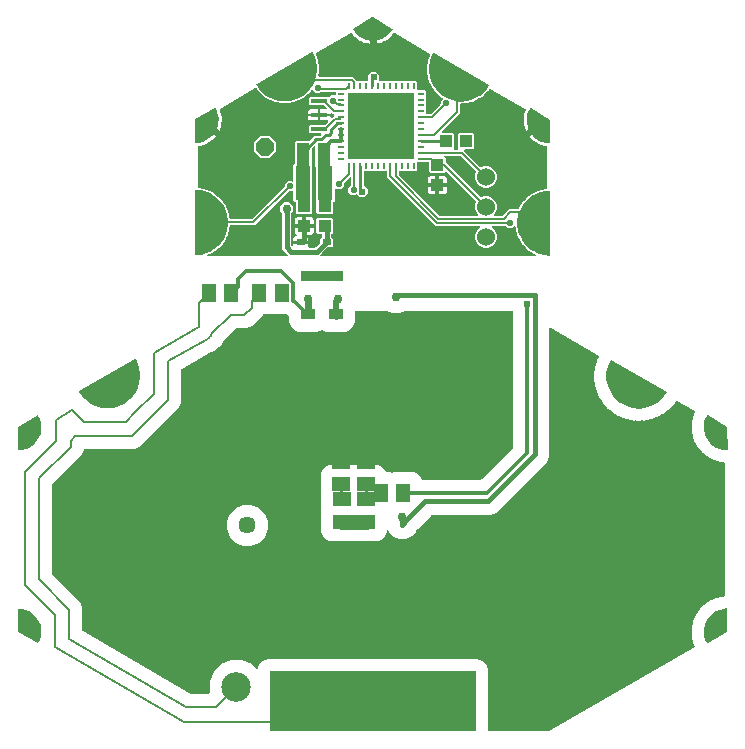
<source format=gbr>
G04 EAGLE Gerber RS-274X export*
G75*
%MOMM*%
%FSLAX34Y34*%
%LPD*%
%INBottom Copper*%
%IPPOS*%
%AMOC8*
5,1,8,0,0,1.08239X$1,22.5*%
G01*
%ADD10R,1.399997X0.400000*%
%ADD11P,1.649562X8X22.500000*%
%ADD12R,1.100000X1.000000*%
%ADD13R,1.000000X1.100000*%
%ADD14C,1.524000*%
%ADD15R,0.550000X0.254000*%
%ADD16R,0.254000X0.550000*%
%ADD17R,5.600000X5.600000*%
%ADD18R,0.800000X0.500000*%
%ADD19R,1.500000X1.300000*%
%ADD20R,1.300000X1.500000*%
%ADD21C,1.000000*%
%ADD22C,1.447800*%
%ADD23R,2.500000X2.500000*%
%ADD24C,2.500000*%
%ADD25R,1.220000X0.910000*%
%ADD26C,0.609600*%
%ADD27C,0.750000*%
%ADD28C,0.304800*%
%ADD29C,0.406400*%
%ADD30C,0.203200*%
%ADD31C,0.554800*%
%ADD32C,0.604800*%
%ADD33C,0.254000*%
%ADD34C,1.270000*%
%ADD35C,0.900000*%
%ADD36C,0.508000*%
%ADD37C,0.812800*%

G36*
X150074Y-83633D02*
X150074Y-83633D01*
X150187Y-83614D01*
X150300Y-83599D01*
X150310Y-83594D01*
X150317Y-83593D01*
X150338Y-83582D01*
X150454Y-83531D01*
X273481Y-12712D01*
X273511Y-12688D01*
X273513Y-12687D01*
X273516Y-12684D01*
X273541Y-12663D01*
X273607Y-12621D01*
X273636Y-12586D01*
X273672Y-12556D01*
X273713Y-12491D01*
X273762Y-12430D01*
X273778Y-12387D01*
X273803Y-12348D01*
X273821Y-12273D01*
X273848Y-12200D01*
X273850Y-12154D01*
X273861Y-12109D01*
X273854Y-12032D01*
X273856Y-11954D01*
X273843Y-11910D01*
X273839Y-11864D01*
X273808Y-11793D01*
X273786Y-11718D01*
X273753Y-11667D01*
X273741Y-11639D01*
X273723Y-11619D01*
X273696Y-11577D01*
X273291Y-11070D01*
X272957Y-9919D01*
X272943Y-9889D01*
X272914Y-9804D01*
X272400Y-8721D01*
X272360Y-7930D01*
X272359Y-7926D01*
X272359Y-7922D01*
X272331Y-7757D01*
X272217Y-7364D01*
X272215Y-7360D01*
X272215Y-7356D01*
X272149Y-7202D01*
X271760Y-6512D01*
X271615Y-5322D01*
X271606Y-5291D01*
X271591Y-5202D01*
X271257Y-4051D01*
X271345Y-3264D01*
X271345Y-3260D01*
X271346Y-3256D01*
X271344Y-3088D01*
X271295Y-2682D01*
X271294Y-2678D01*
X271294Y-2674D01*
X271254Y-2511D01*
X270980Y-1768D01*
X271028Y-570D01*
X271024Y-537D01*
X271024Y-448D01*
X270879Y742D01*
X271092Y1505D01*
X271092Y1509D01*
X271094Y1513D01*
X271119Y1679D01*
X271136Y2087D01*
X271135Y2092D01*
X271136Y2096D01*
X271122Y2263D01*
X270972Y3040D01*
X271211Y4215D01*
X271213Y4247D01*
X271226Y4336D01*
X271274Y5534D01*
X271607Y6253D01*
X271608Y6257D01*
X271610Y6260D01*
X271662Y6420D01*
X271743Y6821D01*
X271744Y6825D01*
X271745Y6829D01*
X271758Y6996D01*
X271734Y7788D01*
X272160Y8908D01*
X272166Y8940D01*
X272194Y9026D01*
X272433Y10200D01*
X272877Y10856D01*
X272878Y10860D01*
X272881Y10863D01*
X272958Y11012D01*
X273103Y11395D01*
X273103Y11399D01*
X273106Y11403D01*
X273146Y11566D01*
X273249Y12351D01*
X273848Y13389D01*
X273860Y13419D01*
X273901Y13499D01*
X274326Y14620D01*
X274869Y15197D01*
X274871Y15200D01*
X274874Y15203D01*
X274974Y15338D01*
X275178Y15692D01*
X275180Y15696D01*
X275182Y15699D01*
X275248Y15853D01*
X275476Y16612D01*
X276234Y17540D01*
X276250Y17569D01*
X276303Y17641D01*
X276903Y18679D01*
X277531Y19161D01*
X277534Y19164D01*
X277537Y19166D01*
X277657Y19284D01*
X277916Y19601D01*
X277918Y19604D01*
X277921Y19607D01*
X278011Y19749D01*
X278357Y20461D01*
X279254Y21255D01*
X279275Y21281D01*
X279339Y21344D01*
X280097Y22272D01*
X280795Y22647D01*
X280798Y22650D01*
X280802Y22651D01*
X280939Y22748D01*
X281245Y23019D01*
X281248Y23022D01*
X281251Y23025D01*
X281363Y23150D01*
X281819Y23798D01*
X282832Y24438D01*
X282856Y24460D01*
X282930Y24512D01*
X283827Y25306D01*
X284576Y25565D01*
X284579Y25567D01*
X284583Y25567D01*
X284734Y25641D01*
X285080Y25860D01*
X285083Y25862D01*
X285087Y25864D01*
X285217Y25970D01*
X285771Y26536D01*
X286874Y27006D01*
X286901Y27023D01*
X286982Y27062D01*
X287995Y27703D01*
X288775Y27838D01*
X288779Y27839D01*
X288784Y27839D01*
X288944Y27888D01*
X289321Y28048D01*
X289324Y28050D01*
X289328Y28051D01*
X289473Y28135D01*
X290111Y28605D01*
X291275Y28891D01*
X291305Y28904D01*
X291391Y28930D01*
X292494Y29400D01*
X293286Y29408D01*
X293290Y29409D01*
X293294Y29408D01*
X293460Y29430D01*
X293857Y29528D01*
X293861Y29530D01*
X293865Y29530D01*
X294022Y29589D01*
X294727Y29950D01*
X295922Y30047D01*
X295954Y30055D01*
X296043Y30067D01*
X297206Y30353D01*
X297936Y30242D01*
X298013Y30243D01*
X298090Y30235D01*
X298135Y30245D01*
X298182Y30245D01*
X298255Y30270D01*
X298330Y30287D01*
X298370Y30311D01*
X298414Y30326D01*
X298475Y30373D01*
X298541Y30413D01*
X298572Y30448D01*
X298608Y30477D01*
X298651Y30541D01*
X298701Y30600D01*
X298719Y30643D01*
X298744Y30682D01*
X298764Y30756D01*
X298793Y30828D01*
X298800Y30890D01*
X298808Y30919D01*
X298806Y30946D01*
X298812Y30995D01*
X298812Y143458D01*
X298799Y143534D01*
X298796Y143612D01*
X298780Y143655D01*
X298772Y143701D01*
X298736Y143769D01*
X298708Y143841D01*
X298679Y143877D01*
X298657Y143918D01*
X298601Y143972D01*
X298552Y144031D01*
X298512Y144056D01*
X298479Y144088D01*
X298409Y144120D01*
X298343Y144161D01*
X298298Y144172D01*
X298256Y144191D01*
X298179Y144200D01*
X298104Y144218D01*
X298041Y144215D01*
X298011Y144218D01*
X297985Y144213D01*
X297936Y144211D01*
X297245Y144106D01*
X296081Y144392D01*
X296048Y144395D01*
X295960Y144412D01*
X294765Y144508D01*
X294060Y144869D01*
X294057Y144871D01*
X294053Y144873D01*
X293896Y144931D01*
X293499Y145029D01*
X293494Y145029D01*
X293491Y145031D01*
X293324Y145051D01*
X292532Y145059D01*
X291429Y145529D01*
X291397Y145537D01*
X291313Y145568D01*
X290150Y145854D01*
X289512Y146324D01*
X289508Y146326D01*
X289505Y146328D01*
X289359Y146411D01*
X288983Y146571D01*
X288979Y146572D01*
X288975Y146574D01*
X288814Y146621D01*
X288033Y146756D01*
X287021Y147396D01*
X286990Y147409D01*
X286912Y147453D01*
X285809Y147923D01*
X285255Y148489D01*
X285252Y148491D01*
X285249Y148495D01*
X285118Y148599D01*
X284773Y148818D01*
X284769Y148820D01*
X284766Y148822D01*
X284614Y148894D01*
X283865Y149153D01*
X282968Y149947D01*
X282940Y149965D01*
X282870Y150021D01*
X281857Y150661D01*
X281401Y151309D01*
X281398Y151312D01*
X281396Y151315D01*
X281284Y151440D01*
X280977Y151711D01*
X280974Y151713D01*
X280971Y151716D01*
X280833Y151812D01*
X280136Y152187D01*
X279378Y153115D01*
X279353Y153137D01*
X279293Y153204D01*
X278396Y153998D01*
X278049Y154710D01*
X278047Y154714D01*
X278045Y154718D01*
X277954Y154858D01*
X277696Y155175D01*
X277692Y155178D01*
X277690Y155182D01*
X277569Y155298D01*
X276941Y155780D01*
X276342Y156818D01*
X276321Y156843D01*
X276272Y156919D01*
X275514Y157847D01*
X275286Y158605D01*
X275284Y158609D01*
X275284Y158613D01*
X275216Y158767D01*
X275012Y159121D01*
X275009Y159124D01*
X275008Y159128D01*
X274907Y159262D01*
X274364Y159839D01*
X273939Y160960D01*
X273923Y160988D01*
X273887Y161070D01*
X273287Y162108D01*
X273184Y162893D01*
X273183Y162897D01*
X273183Y162902D01*
X273141Y163064D01*
X272996Y163447D01*
X272994Y163450D01*
X272993Y163454D01*
X272915Y163603D01*
X272472Y164259D01*
X272232Y165433D01*
X272220Y165464D01*
X272198Y165551D01*
X271773Y166671D01*
X271797Y167463D01*
X271796Y167467D01*
X271797Y167471D01*
X271782Y167638D01*
X271700Y168039D01*
X271698Y168043D01*
X271698Y168047D01*
X271645Y168206D01*
X271313Y168925D01*
X271265Y170123D01*
X271258Y170155D01*
X271250Y170244D01*
X271010Y171419D01*
X271161Y172196D01*
X271161Y172200D01*
X271162Y172204D01*
X271174Y172372D01*
X271157Y172780D01*
X271157Y172784D01*
X271157Y172789D01*
X271130Y172954D01*
X270917Y173717D01*
X271062Y174907D01*
X271061Y174939D01*
X271067Y175029D01*
X271019Y176227D01*
X271292Y176970D01*
X271293Y176974D01*
X271295Y176978D01*
X271333Y177141D01*
X271382Y177547D01*
X271382Y177551D01*
X271383Y177555D01*
X271383Y177723D01*
X271296Y178510D01*
X271629Y179661D01*
X271633Y179694D01*
X271654Y179781D01*
X271798Y180971D01*
X272187Y181661D01*
X272189Y181665D01*
X272191Y181668D01*
X272255Y181823D01*
X272369Y182216D01*
X272370Y182220D01*
X272371Y182224D01*
X272398Y182389D01*
X272438Y183180D01*
X272952Y184263D01*
X272961Y184295D01*
X272995Y184378D01*
X273329Y185529D01*
X273804Y186123D01*
X273828Y186165D01*
X273840Y186178D01*
X273864Y186229D01*
X273924Y186335D01*
X273924Y186337D01*
X273925Y186337D01*
X273925Y186341D01*
X273936Y186385D01*
X273944Y186401D01*
X273947Y186427D01*
X273964Y186498D01*
X273972Y186555D01*
X273969Y186632D01*
X273971Y186646D01*
X273969Y186656D01*
X273968Y186671D01*
X273966Y186789D01*
X273964Y186795D01*
X273964Y186801D01*
X273924Y186910D01*
X273884Y187021D01*
X273881Y187026D01*
X273879Y187031D01*
X273805Y187123D01*
X273733Y187215D01*
X273727Y187219D01*
X273724Y187223D01*
X273709Y187232D01*
X273598Y187314D01*
X258350Y196117D01*
X258243Y196158D01*
X258137Y196201D01*
X258128Y196201D01*
X258120Y196204D01*
X258006Y196208D01*
X257892Y196215D01*
X257883Y196213D01*
X257874Y196213D01*
X257765Y196181D01*
X257654Y196151D01*
X257647Y196146D01*
X257638Y196143D01*
X257544Y196078D01*
X257450Y196014D01*
X257443Y196006D01*
X257437Y196002D01*
X257423Y195983D01*
X257341Y195887D01*
X256888Y195223D01*
X256884Y195216D01*
X256878Y195209D01*
X256803Y195059D01*
X256550Y194379D01*
X255690Y193453D01*
X255672Y193425D01*
X255619Y193364D01*
X254906Y192319D01*
X254299Y191922D01*
X254293Y191916D01*
X254285Y191913D01*
X254158Y191803D01*
X253310Y190889D01*
X253305Y190882D01*
X253298Y190876D01*
X253201Y190739D01*
X252850Y190105D01*
X251861Y189317D01*
X251839Y189292D01*
X251778Y189239D01*
X250917Y188312D01*
X250258Y188010D01*
X250251Y188005D01*
X250243Y188003D01*
X250101Y187914D01*
X249126Y187136D01*
X249120Y187130D01*
X249112Y187126D01*
X248996Y187005D01*
X248554Y186429D01*
X247459Y185797D01*
X247433Y185776D01*
X247365Y185733D01*
X246376Y184945D01*
X245679Y184745D01*
X245671Y184741D01*
X245663Y184740D01*
X245509Y184672D01*
X244429Y184049D01*
X244422Y184044D01*
X244414Y184040D01*
X244281Y183938D01*
X243759Y183435D01*
X242582Y182973D01*
X242553Y182957D01*
X242479Y182924D01*
X241384Y182292D01*
X240664Y182198D01*
X240656Y182195D01*
X240647Y182195D01*
X240485Y182152D01*
X239324Y181696D01*
X239317Y181692D01*
X239309Y181690D01*
X239162Y181609D01*
X238570Y181189D01*
X237337Y180908D01*
X237307Y180896D01*
X237229Y180875D01*
X236051Y180413D01*
X235326Y180427D01*
X235318Y180426D01*
X235309Y180427D01*
X235142Y180408D01*
X233926Y180131D01*
X233918Y180127D01*
X233910Y180127D01*
X233753Y180068D01*
X233105Y179741D01*
X231844Y179647D01*
X231812Y179640D01*
X231731Y179630D01*
X230498Y179349D01*
X229784Y179471D01*
X229775Y179471D01*
X229767Y179474D01*
X229599Y179480D01*
X228355Y179387D01*
X228347Y179385D01*
X228338Y179386D01*
X228174Y179351D01*
X227485Y179125D01*
X226224Y179220D01*
X226191Y179217D01*
X226110Y179220D01*
X224849Y179125D01*
X224160Y179352D01*
X224152Y179354D01*
X224144Y179358D01*
X223979Y179388D01*
X222736Y179482D01*
X222727Y179481D01*
X222719Y179483D01*
X222551Y179473D01*
X221836Y179352D01*
X220603Y179634D01*
X220570Y179636D01*
X220491Y179651D01*
X219230Y179746D01*
X218582Y180073D01*
X218574Y180076D01*
X218567Y180080D01*
X218409Y180136D01*
X217193Y180414D01*
X217184Y180414D01*
X217176Y180417D01*
X217009Y180433D01*
X216284Y180419D01*
X215107Y180882D01*
X215075Y180889D01*
X214998Y180915D01*
X213765Y181197D01*
X213174Y181617D01*
X213166Y181621D01*
X213160Y181627D01*
X213012Y181705D01*
X211851Y182161D01*
X211842Y182163D01*
X211835Y182167D01*
X211672Y182207D01*
X210953Y182302D01*
X209858Y182934D01*
X209827Y182946D01*
X209755Y182984D01*
X208578Y183446D01*
X208056Y183950D01*
X208049Y183955D01*
X208044Y183961D01*
X207909Y184061D01*
X206829Y184685D01*
X206821Y184688D01*
X206814Y184693D01*
X206659Y184757D01*
X205962Y184958D01*
X204973Y185747D01*
X204945Y185763D01*
X204880Y185811D01*
X203785Y186444D01*
X203343Y187019D01*
X203337Y187025D01*
X203333Y187032D01*
X203214Y187151D01*
X202239Y187929D01*
X202232Y187933D01*
X202226Y187939D01*
X202082Y188026D01*
X201423Y188328D01*
X200563Y189256D01*
X200537Y189276D01*
X200480Y189333D01*
X199491Y190122D01*
X199140Y190757D01*
X199135Y190764D01*
X199132Y190771D01*
X199032Y190906D01*
X198184Y191821D01*
X198177Y191826D01*
X198173Y191833D01*
X198043Y191940D01*
X197436Y192338D01*
X196724Y193383D01*
X196702Y193407D01*
X196653Y193472D01*
X195794Y194399D01*
X195542Y195079D01*
X195537Y195086D01*
X195536Y195095D01*
X195457Y195243D01*
X194755Y196274D01*
X194749Y196280D01*
X194745Y196288D01*
X194633Y196413D01*
X194092Y196896D01*
X193544Y198036D01*
X193525Y198063D01*
X193487Y198134D01*
X192775Y199179D01*
X192627Y199889D01*
X192624Y199897D01*
X192624Y199906D01*
X192568Y200064D01*
X192027Y201188D01*
X192022Y201195D01*
X192020Y201203D01*
X191927Y201344D01*
X191465Y201902D01*
X191092Y203111D01*
X191078Y203140D01*
X191051Y203217D01*
X190503Y204356D01*
X190462Y205080D01*
X190460Y205089D01*
X190461Y205097D01*
X190430Y205262D01*
X190062Y206454D01*
X190059Y206462D01*
X190057Y206470D01*
X189987Y206623D01*
X189613Y207244D01*
X189425Y208494D01*
X189415Y208526D01*
X189400Y208605D01*
X189027Y209814D01*
X189095Y210536D01*
X189095Y210545D01*
X189097Y210553D01*
X189090Y210721D01*
X188905Y211954D01*
X188902Y211962D01*
X188902Y211971D01*
X188855Y212132D01*
X188578Y212802D01*
X188578Y214067D01*
X188573Y214099D01*
X188570Y214180D01*
X188382Y215431D01*
X188556Y216135D01*
X188557Y216143D01*
X188560Y216151D01*
X188579Y216318D01*
X188579Y217565D01*
X188578Y217574D01*
X188579Y217582D01*
X188557Y217748D01*
X188383Y218452D01*
X188571Y219703D01*
X188571Y219736D01*
X188580Y219816D01*
X188580Y221081D01*
X188858Y221751D01*
X188860Y221759D01*
X188865Y221767D01*
X188908Y221929D01*
X189094Y223162D01*
X189094Y223171D01*
X189096Y223179D01*
X189099Y223347D01*
X189032Y224069D01*
X189405Y225277D01*
X189409Y225310D01*
X189430Y225388D01*
X189619Y226638D01*
X189994Y227259D01*
X189997Y227267D01*
X190002Y227274D01*
X190069Y227428D01*
X190437Y228620D01*
X190438Y228628D01*
X190442Y228636D01*
X190470Y228801D01*
X190511Y229525D01*
X191060Y230665D01*
X191069Y230696D01*
X191101Y230771D01*
X191475Y231979D01*
X191937Y232537D01*
X191942Y232545D01*
X191948Y232550D01*
X191984Y232608D01*
X191990Y232614D01*
X191996Y232627D01*
X192037Y232693D01*
X192375Y233393D01*
X192407Y233502D01*
X192442Y233612D01*
X192442Y233621D01*
X192444Y233629D01*
X192440Y233743D01*
X192438Y233858D01*
X192436Y233866D01*
X192435Y233875D01*
X192395Y233983D01*
X192357Y234090D01*
X192351Y234097D01*
X192348Y234105D01*
X192275Y234194D01*
X192205Y234284D01*
X192196Y234290D01*
X192192Y234295D01*
X192173Y234307D01*
X192070Y234383D01*
X151447Y257836D01*
X151358Y257870D01*
X151271Y257910D01*
X151243Y257913D01*
X151217Y257923D01*
X151122Y257926D01*
X151027Y257937D01*
X150999Y257931D01*
X150971Y257932D01*
X150880Y257905D01*
X150787Y257885D01*
X150762Y257870D01*
X150735Y257862D01*
X150657Y257807D01*
X150576Y257758D01*
X150557Y257737D01*
X150534Y257721D01*
X150478Y257644D01*
X150416Y257572D01*
X150405Y257545D01*
X150388Y257523D01*
X150359Y257432D01*
X150324Y257343D01*
X150320Y257308D01*
X150313Y257288D01*
X150314Y257255D01*
X150305Y257177D01*
X150305Y148387D01*
X148449Y143906D01*
X105332Y100789D01*
X100850Y98932D01*
X50641Y98932D01*
X50551Y98918D01*
X50460Y98910D01*
X50430Y98898D01*
X50398Y98893D01*
X50318Y98850D01*
X50234Y98814D01*
X50202Y98788D01*
X50181Y98777D01*
X50159Y98754D01*
X50103Y98709D01*
X38927Y87534D01*
X38889Y87481D01*
X38843Y87434D01*
X38803Y87361D01*
X38784Y87334D01*
X38778Y87315D01*
X38762Y87287D01*
X37804Y84974D01*
X34089Y81258D01*
X29234Y79247D01*
X28437Y79247D01*
X28372Y79237D01*
X28306Y79236D01*
X28226Y79213D01*
X28194Y79208D01*
X28177Y79198D01*
X28145Y79189D01*
X27825Y79057D01*
X22975Y79057D01*
X18493Y80913D01*
X15064Y84343D01*
X14363Y86035D01*
X14311Y86118D01*
X14266Y86203D01*
X14247Y86221D01*
X14233Y86244D01*
X14158Y86306D01*
X14088Y86373D01*
X14064Y86384D01*
X14044Y86400D01*
X13953Y86435D01*
X13864Y86476D01*
X13838Y86479D01*
X13814Y86489D01*
X13717Y86493D01*
X13620Y86503D01*
X13595Y86498D01*
X13568Y86499D01*
X13475Y86472D01*
X13380Y86451D01*
X13357Y86438D01*
X13332Y86431D01*
X13252Y86375D01*
X13169Y86325D01*
X13152Y86305D01*
X13130Y86290D01*
X13072Y86212D01*
X13009Y86138D01*
X12999Y86114D01*
X12983Y86093D01*
X12953Y86000D01*
X12917Y85910D01*
X12913Y85878D01*
X12907Y85859D01*
X12907Y85826D01*
X12898Y85743D01*
X12898Y85166D01*
X11351Y81432D01*
X8493Y78574D01*
X4759Y77027D01*
X-14284Y77027D01*
X-14506Y77119D01*
X-14569Y77134D01*
X-14630Y77158D01*
X-14713Y77167D01*
X-14745Y77175D01*
X-14765Y77173D01*
X-14797Y77177D01*
X-15365Y77177D01*
X-15430Y77166D01*
X-15496Y77166D01*
X-15576Y77142D01*
X-15608Y77137D01*
X-15625Y77128D01*
X-15657Y77119D01*
X-15879Y77027D01*
X-34921Y77027D01*
X-38656Y78574D01*
X-41514Y81432D01*
X-43061Y85166D01*
X-43061Y102209D01*
X-42776Y102896D01*
X-42755Y102985D01*
X-42727Y103072D01*
X-42727Y103104D01*
X-42720Y103136D01*
X-42728Y103226D01*
X-42729Y103318D01*
X-42741Y103357D01*
X-42743Y103381D01*
X-42756Y103410D01*
X-42776Y103479D01*
X-43061Y104166D01*
X-43061Y116196D01*
X-43071Y116261D01*
X-43072Y116326D01*
X-43095Y116406D01*
X-43100Y116439D01*
X-43110Y116456D01*
X-43119Y116487D01*
X-43286Y116891D01*
X-43286Y133934D01*
X-41739Y137668D01*
X-38881Y140526D01*
X-35146Y142073D01*
X-16104Y142073D01*
X-15598Y141863D01*
X-15509Y141843D01*
X-15422Y141814D01*
X-15390Y141815D01*
X-15358Y141807D01*
X-15268Y141816D01*
X-15176Y141817D01*
X-15137Y141828D01*
X-15114Y141830D01*
X-15084Y141843D01*
X-15015Y141863D01*
X-14509Y142073D01*
X4533Y142073D01*
X8268Y140526D01*
X11126Y137668D01*
X11887Y135831D01*
X11949Y135732D01*
X12009Y135631D01*
X12013Y135627D01*
X12017Y135622D01*
X12107Y135547D01*
X12195Y135471D01*
X12201Y135469D01*
X12206Y135465D01*
X12314Y135423D01*
X12424Y135380D01*
X12431Y135379D01*
X12436Y135377D01*
X12454Y135376D01*
X12590Y135361D01*
X16459Y135361D01*
X17146Y135076D01*
X17235Y135055D01*
X17322Y135027D01*
X17354Y135027D01*
X17386Y135020D01*
X17476Y135029D01*
X17568Y135029D01*
X17607Y135041D01*
X17631Y135043D01*
X17660Y135056D01*
X17729Y135076D01*
X18416Y135361D01*
X35459Y135361D01*
X39193Y133814D01*
X42051Y130956D01*
X42507Y129855D01*
X42569Y129756D01*
X42629Y129655D01*
X42634Y129651D01*
X42637Y129646D01*
X42727Y129571D01*
X42816Y129495D01*
X42822Y129493D01*
X42826Y129489D01*
X42935Y129447D01*
X43044Y129404D01*
X43052Y129403D01*
X43056Y129401D01*
X43074Y129400D01*
X43211Y129385D01*
X92661Y129385D01*
X92751Y129400D01*
X92842Y129407D01*
X92872Y129420D01*
X92904Y129425D01*
X92984Y129468D01*
X93068Y129503D01*
X93100Y129529D01*
X93121Y129540D01*
X93143Y129563D01*
X93199Y129608D01*
X119855Y156264D01*
X119908Y156338D01*
X119967Y156407D01*
X119980Y156437D01*
X119998Y156464D01*
X120025Y156550D01*
X120059Y156635D01*
X120064Y156676D01*
X120071Y156699D01*
X120070Y156731D01*
X120078Y156802D01*
X120078Y270786D01*
X120067Y270851D01*
X120067Y270916D01*
X120043Y270996D01*
X120038Y271029D01*
X120029Y271046D01*
X120020Y271077D01*
X119740Y271754D01*
X119678Y271853D01*
X119618Y271953D01*
X119613Y271958D01*
X119610Y271963D01*
X119520Y272037D01*
X119431Y272113D01*
X119425Y272116D01*
X119420Y272120D01*
X119312Y272161D01*
X119203Y272205D01*
X119195Y272206D01*
X119191Y272208D01*
X119173Y272209D01*
X119036Y272224D01*
X28166Y272224D01*
X28101Y272213D01*
X28036Y272213D01*
X27956Y272189D01*
X27923Y272184D01*
X27906Y272175D01*
X27874Y272166D01*
X23405Y270314D01*
X17870Y270314D01*
X13401Y272166D01*
X13337Y272181D01*
X13276Y272205D01*
X13193Y272214D01*
X13161Y272222D01*
X13142Y272220D01*
X13109Y272224D01*
X-13141Y272224D01*
X-13160Y272221D01*
X-13180Y272223D01*
X-13281Y272201D01*
X-13383Y272184D01*
X-13401Y272175D01*
X-13420Y272170D01*
X-13509Y272117D01*
X-13601Y272069D01*
X-13614Y272055D01*
X-13631Y272044D01*
X-13699Y271966D01*
X-13770Y271891D01*
X-13778Y271873D01*
X-13791Y271857D01*
X-13830Y271761D01*
X-13874Y271668D01*
X-13876Y271648D01*
X-13883Y271629D01*
X-13902Y271463D01*
X-13902Y262829D01*
X-15449Y259094D01*
X-18307Y256236D01*
X-22041Y254689D01*
X-38284Y254689D01*
X-41777Y256136D01*
X-41866Y256157D01*
X-41953Y256186D01*
X-41985Y256185D01*
X-42017Y256193D01*
X-42108Y256184D01*
X-42199Y256183D01*
X-42238Y256172D01*
X-42262Y256170D01*
X-42291Y256156D01*
X-42360Y256136D01*
X-45854Y254689D01*
X-62096Y254689D01*
X-65831Y256236D01*
X-68689Y259094D01*
X-70236Y262829D01*
X-70236Y267731D01*
X-70250Y267821D01*
X-70258Y267912D01*
X-70270Y267942D01*
X-70275Y267974D01*
X-70318Y268055D01*
X-70354Y268139D01*
X-70380Y268171D01*
X-70391Y268191D01*
X-70414Y268213D01*
X-70459Y268270D01*
X-71418Y269228D01*
X-71492Y269282D01*
X-71561Y269341D01*
X-71591Y269353D01*
X-71617Y269372D01*
X-71705Y269399D01*
X-71789Y269433D01*
X-71830Y269438D01*
X-71853Y269444D01*
X-71885Y269444D01*
X-71956Y269451D01*
X-84721Y269451D01*
X-85409Y269736D01*
X-85497Y269757D01*
X-85584Y269785D01*
X-85617Y269785D01*
X-85648Y269792D01*
X-85739Y269784D01*
X-85830Y269783D01*
X-85870Y269772D01*
X-85893Y269769D01*
X-85922Y269756D01*
X-85991Y269736D01*
X-86679Y269451D01*
X-91071Y269451D01*
X-91186Y269433D01*
X-91302Y269416D01*
X-91308Y269413D01*
X-91314Y269412D01*
X-91416Y269358D01*
X-91522Y269304D01*
X-91526Y269300D01*
X-91532Y269297D01*
X-91612Y269212D01*
X-91694Y269128D01*
X-91697Y269122D01*
X-91701Y269118D01*
X-91709Y269101D01*
X-91775Y268982D01*
X-91911Y268652D01*
X-101602Y258961D01*
X-105710Y257259D01*
X-114478Y257259D01*
X-114568Y257245D01*
X-114659Y257238D01*
X-114689Y257225D01*
X-114721Y257220D01*
X-114801Y257177D01*
X-114885Y257141D01*
X-114917Y257116D01*
X-114938Y257105D01*
X-114960Y257081D01*
X-115016Y257036D01*
X-125510Y246543D01*
X-125576Y246451D01*
X-125601Y246417D01*
X-125606Y246412D01*
X-125608Y246408D01*
X-125646Y246358D01*
X-125649Y246349D01*
X-125653Y246344D01*
X-125660Y246322D01*
X-125707Y246202D01*
X-125908Y245451D01*
X-126947Y244097D01*
X-128614Y241924D01*
X-129456Y241438D01*
X-129507Y241396D01*
X-129563Y241363D01*
X-129621Y241303D01*
X-129646Y241282D01*
X-129657Y241266D01*
X-129679Y241242D01*
X-129952Y240887D01*
X-131636Y239915D01*
X-132737Y239279D01*
X-132749Y239269D01*
X-132764Y239263D01*
X-132895Y239158D01*
X-133795Y238257D01*
X-136267Y237234D01*
X-136294Y237217D01*
X-136356Y237190D01*
X-160646Y223167D01*
X-160698Y223124D01*
X-160756Y223089D01*
X-160792Y223046D01*
X-160836Y223011D01*
X-160872Y222953D01*
X-160916Y222902D01*
X-160937Y222850D01*
X-160967Y222802D01*
X-160983Y222737D01*
X-161008Y222674D01*
X-161017Y222595D01*
X-161024Y222563D01*
X-161022Y222542D01*
X-161026Y222507D01*
X-161026Y194563D01*
X-162728Y190455D01*
X-196657Y156526D01*
X-200765Y154824D01*
X-243213Y154824D01*
X-243328Y154805D01*
X-243444Y154788D01*
X-243450Y154785D01*
X-243456Y154784D01*
X-243559Y154730D01*
X-243663Y154677D01*
X-243668Y154672D01*
X-243673Y154669D01*
X-243753Y154585D01*
X-243836Y154501D01*
X-243839Y154494D01*
X-243843Y154491D01*
X-243851Y154474D01*
X-243917Y154354D01*
X-245375Y150832D01*
X-270262Y125945D01*
X-270316Y125871D01*
X-270375Y125802D01*
X-270387Y125771D01*
X-270406Y125745D01*
X-270433Y125658D01*
X-270467Y125573D01*
X-270471Y125532D01*
X-270478Y125510D01*
X-270477Y125478D01*
X-270485Y125407D01*
X-270485Y49849D01*
X-270471Y49759D01*
X-270464Y49668D01*
X-270451Y49638D01*
X-270446Y49606D01*
X-270403Y49526D01*
X-270367Y49442D01*
X-270342Y49410D01*
X-270331Y49389D01*
X-270307Y49367D01*
X-270262Y49311D01*
X-246620Y25669D01*
X-244919Y21561D01*
X-244919Y1556D01*
X-244908Y1491D01*
X-244907Y1425D01*
X-244888Y1371D01*
X-244879Y1314D01*
X-244848Y1255D01*
X-244827Y1193D01*
X-244791Y1147D01*
X-244764Y1096D01*
X-244716Y1051D01*
X-244676Y999D01*
X-244609Y950D01*
X-244586Y927D01*
X-244568Y919D01*
X-244541Y899D01*
X-154402Y-51682D01*
X-154294Y-51724D01*
X-154185Y-51767D01*
X-154177Y-51768D01*
X-154172Y-51770D01*
X-154153Y-51771D01*
X-154018Y-51786D01*
X-137799Y-51786D01*
X-137753Y-51779D01*
X-137708Y-51780D01*
X-137633Y-51759D01*
X-137556Y-51746D01*
X-137515Y-51725D01*
X-137471Y-51712D01*
X-137407Y-51667D01*
X-137339Y-51631D01*
X-137307Y-51598D01*
X-137269Y-51572D01*
X-137223Y-51509D01*
X-137169Y-51453D01*
X-137150Y-51411D01*
X-137122Y-51374D01*
X-137098Y-51300D01*
X-137066Y-51230D01*
X-137061Y-51184D01*
X-137046Y-51140D01*
X-137047Y-51062D01*
X-137038Y-50985D01*
X-137048Y-50940D01*
X-137049Y-50894D01*
X-137087Y-50763D01*
X-137091Y-50745D01*
X-137093Y-50741D01*
X-137095Y-50733D01*
X-137173Y-50545D01*
X-137173Y-41530D01*
X-133724Y-33201D01*
X-127349Y-26827D01*
X-119020Y-23377D01*
X-110005Y-23377D01*
X-101676Y-26827D01*
X-97656Y-30848D01*
X-97618Y-30874D01*
X-97587Y-30908D01*
X-97519Y-30946D01*
X-97456Y-30991D01*
X-97412Y-31005D01*
X-97372Y-31027D01*
X-97295Y-31041D01*
X-97221Y-31063D01*
X-97175Y-31062D01*
X-97130Y-31070D01*
X-97053Y-31059D01*
X-96975Y-31057D01*
X-96932Y-31041D01*
X-96886Y-31035D01*
X-96817Y-30999D01*
X-96744Y-30973D01*
X-96708Y-30944D01*
X-96667Y-30923D01*
X-96613Y-30868D01*
X-96552Y-30819D01*
X-96527Y-30780D01*
X-96495Y-30748D01*
X-96429Y-30628D01*
X-96419Y-30612D01*
X-96418Y-30607D01*
X-96414Y-30601D01*
X-94985Y-27150D01*
X-91912Y-24078D01*
X-87898Y-22415D01*
X89485Y-22415D01*
X93500Y-24078D01*
X96572Y-27150D01*
X98235Y-31165D01*
X98235Y-82876D01*
X98238Y-82896D01*
X98236Y-82916D01*
X98258Y-83017D01*
X98275Y-83119D01*
X98284Y-83137D01*
X98289Y-83156D01*
X98342Y-83245D01*
X98390Y-83336D01*
X98405Y-83350D01*
X98415Y-83367D01*
X98493Y-83435D01*
X98568Y-83506D01*
X98587Y-83514D01*
X98602Y-83527D01*
X98698Y-83566D01*
X98791Y-83609D01*
X98811Y-83612D01*
X98830Y-83619D01*
X98997Y-83638D01*
X150074Y-83633D01*
G37*
G36*
X-71123Y318338D02*
X-71123Y318338D01*
X-71052Y318340D01*
X-71003Y318358D01*
X-70951Y318366D01*
X-70888Y318400D01*
X-70821Y318424D01*
X-70780Y318457D01*
X-70734Y318481D01*
X-70685Y318533D01*
X-70629Y318578D01*
X-70600Y318622D01*
X-70565Y318659D01*
X-70534Y318724D01*
X-70496Y318785D01*
X-70483Y318835D01*
X-70461Y318883D01*
X-70453Y318954D01*
X-70436Y319023D01*
X-70440Y319075D01*
X-70434Y319127D01*
X-70449Y319197D01*
X-70455Y319269D01*
X-70475Y319316D01*
X-70486Y319367D01*
X-70523Y319429D01*
X-70551Y319495D01*
X-70596Y319551D01*
X-70612Y319578D01*
X-70630Y319594D01*
X-70656Y319626D01*
X-73250Y322220D01*
X-75557Y324527D01*
X-75557Y354557D01*
X-75571Y354647D01*
X-75579Y354738D01*
X-75591Y354768D01*
X-75596Y354800D01*
X-75639Y354880D01*
X-75675Y354964D01*
X-75701Y354996D01*
X-75712Y355017D01*
X-75735Y355039D01*
X-75780Y355095D01*
X-77275Y356590D01*
X-77275Y360960D01*
X-74185Y364050D01*
X-69815Y364050D01*
X-66725Y360960D01*
X-66725Y356590D01*
X-68220Y355095D01*
X-68273Y355021D01*
X-68333Y354952D01*
X-68345Y354922D01*
X-68364Y354895D01*
X-68391Y354808D01*
X-68425Y354724D01*
X-68429Y354683D01*
X-68436Y354660D01*
X-68435Y354628D01*
X-68443Y354557D01*
X-68443Y327789D01*
X-68429Y327699D01*
X-68421Y327608D01*
X-68409Y327578D01*
X-68404Y327546D01*
X-68361Y327465D01*
X-68325Y327381D01*
X-68299Y327349D01*
X-68288Y327328D01*
X-68265Y327306D01*
X-68220Y327250D01*
X-68053Y327083D01*
X-67994Y327041D01*
X-67943Y326992D01*
X-67895Y326970D01*
X-67853Y326939D01*
X-67785Y326918D01*
X-67719Y326888D01*
X-67668Y326882D01*
X-67618Y326867D01*
X-67546Y326869D01*
X-67475Y326861D01*
X-67424Y326872D01*
X-67372Y326873D01*
X-67305Y326898D01*
X-67235Y326913D01*
X-67190Y326940D01*
X-67141Y326958D01*
X-67085Y327002D01*
X-67024Y327039D01*
X-66990Y327079D01*
X-66949Y327111D01*
X-66910Y327172D01*
X-66864Y327226D01*
X-66844Y327274D01*
X-66816Y327318D01*
X-66799Y327388D01*
X-66772Y327454D01*
X-66764Y327526D01*
X-66756Y327557D01*
X-66758Y327580D01*
X-66753Y327621D01*
X-66753Y328951D01*
X-60701Y328951D01*
X-60681Y328954D01*
X-60661Y328952D01*
X-60560Y328974D01*
X-60458Y328990D01*
X-60440Y329000D01*
X-60421Y329004D01*
X-60332Y329057D01*
X-60241Y329106D01*
X-60227Y329120D01*
X-60210Y329130D01*
X-60207Y329134D01*
X-60152Y329082D01*
X-60134Y329074D01*
X-60119Y329061D01*
X-60023Y329022D01*
X-59929Y328979D01*
X-59910Y328977D01*
X-59891Y328969D01*
X-59724Y328951D01*
X-53672Y328951D01*
X-53672Y327366D01*
X-53829Y326778D01*
X-53841Y326659D01*
X-53854Y326541D01*
X-53853Y326537D01*
X-53854Y326533D01*
X-53827Y326417D01*
X-53802Y326301D01*
X-53800Y326297D01*
X-53799Y326293D01*
X-53737Y326192D01*
X-53676Y326090D01*
X-53673Y326087D01*
X-53670Y326083D01*
X-53579Y326007D01*
X-53489Y325930D01*
X-53485Y325928D01*
X-53482Y325925D01*
X-53371Y325882D01*
X-53261Y325838D01*
X-53256Y325837D01*
X-53253Y325836D01*
X-53239Y325835D01*
X-53094Y325819D01*
X-47939Y325819D01*
X-47848Y325834D01*
X-47758Y325841D01*
X-47728Y325854D01*
X-47696Y325859D01*
X-47615Y325902D01*
X-47531Y325937D01*
X-47499Y325963D01*
X-47478Y325974D01*
X-47456Y325997D01*
X-47400Y326042D01*
X-43960Y329482D01*
X-43907Y329556D01*
X-43848Y329626D01*
X-43835Y329656D01*
X-43817Y329682D01*
X-43790Y329769D01*
X-43756Y329854D01*
X-43751Y329895D01*
X-43744Y329917D01*
X-43745Y329949D01*
X-43737Y330021D01*
X-43737Y333332D01*
X-42844Y334225D01*
X-42530Y334225D01*
X-42511Y334228D01*
X-42491Y334226D01*
X-42390Y334248D01*
X-42288Y334264D01*
X-42270Y334274D01*
X-42251Y334278D01*
X-42162Y334331D01*
X-42070Y334380D01*
X-42057Y334394D01*
X-42040Y334404D01*
X-41972Y334483D01*
X-41901Y334558D01*
X-41893Y334576D01*
X-41880Y334591D01*
X-41841Y334687D01*
X-41797Y334781D01*
X-41795Y334801D01*
X-41788Y334819D01*
X-41769Y334986D01*
X-41769Y336639D01*
X-41772Y336659D01*
X-41770Y336678D01*
X-41792Y336780D01*
X-41809Y336882D01*
X-41818Y336899D01*
X-41823Y336919D01*
X-41876Y337008D01*
X-41924Y337099D01*
X-41938Y337113D01*
X-41949Y337130D01*
X-42027Y337197D01*
X-42102Y337269D01*
X-42120Y337277D01*
X-42136Y337290D01*
X-42232Y337329D01*
X-42325Y337372D01*
X-42345Y337374D01*
X-42364Y337382D01*
X-42530Y337400D01*
X-45819Y337400D01*
X-46712Y338293D01*
X-46712Y349557D01*
X-45819Y350450D01*
X-33556Y350450D01*
X-32663Y349557D01*
X-32663Y338293D01*
X-33556Y337400D01*
X-33895Y337400D01*
X-33914Y337397D01*
X-33934Y337399D01*
X-34035Y337377D01*
X-34137Y337361D01*
X-34155Y337351D01*
X-34174Y337347D01*
X-34263Y337294D01*
X-34355Y337245D01*
X-34368Y337231D01*
X-34385Y337221D01*
X-34453Y337142D01*
X-34524Y337067D01*
X-34532Y337049D01*
X-34545Y337034D01*
X-34584Y336938D01*
X-34628Y336844D01*
X-34630Y336824D01*
X-34637Y336806D01*
X-34656Y336639D01*
X-34656Y334986D01*
X-34653Y334966D01*
X-34655Y334947D01*
X-34633Y334845D01*
X-34616Y334743D01*
X-34607Y334726D01*
X-34602Y334706D01*
X-34549Y334617D01*
X-34501Y334526D01*
X-34487Y334512D01*
X-34476Y334495D01*
X-34398Y334428D01*
X-34323Y334356D01*
X-34305Y334348D01*
X-34289Y334335D01*
X-34193Y334296D01*
X-34100Y334253D01*
X-34080Y334251D01*
X-34061Y334243D01*
X-33895Y334225D01*
X-33581Y334225D01*
X-32688Y333332D01*
X-32688Y327068D01*
X-33581Y326175D01*
X-36892Y326175D01*
X-36982Y326161D01*
X-37073Y326153D01*
X-37103Y326141D01*
X-37135Y326136D01*
X-37215Y326093D01*
X-37299Y326057D01*
X-37331Y326031D01*
X-37352Y326020D01*
X-37374Y325997D01*
X-37430Y325952D01*
X-42370Y321012D01*
X-43757Y319626D01*
X-43799Y319568D01*
X-43848Y319516D01*
X-43870Y319468D01*
X-43900Y319426D01*
X-43921Y319358D01*
X-43952Y319293D01*
X-43957Y319241D01*
X-43973Y319191D01*
X-43971Y319119D01*
X-43979Y319048D01*
X-43968Y318997D01*
X-43966Y318945D01*
X-43942Y318878D01*
X-43926Y318808D01*
X-43900Y318763D01*
X-43882Y318714D01*
X-43837Y318658D01*
X-43800Y318597D01*
X-43761Y318563D01*
X-43728Y318522D01*
X-43668Y318483D01*
X-43613Y318437D01*
X-43565Y318417D01*
X-43521Y318389D01*
X-43452Y318372D01*
X-43385Y318345D01*
X-43314Y318337D01*
X-43283Y318329D01*
X-43259Y318331D01*
X-43218Y318326D01*
X138603Y318326D01*
X138650Y318334D01*
X138698Y318332D01*
X138771Y318354D01*
X138846Y318366D01*
X138888Y318388D01*
X138934Y318402D01*
X138996Y318446D01*
X139063Y318481D01*
X139096Y318516D01*
X139135Y318543D01*
X139180Y318604D01*
X139233Y318659D01*
X139253Y318703D01*
X139281Y318741D01*
X139304Y318814D01*
X139336Y318883D01*
X139342Y318930D01*
X139356Y318976D01*
X139355Y319051D01*
X139363Y319127D01*
X139353Y319174D01*
X139353Y319222D01*
X139327Y319293D01*
X139311Y319367D01*
X139287Y319408D01*
X139271Y319454D01*
X139224Y319513D01*
X139185Y319578D01*
X139149Y319610D01*
X139119Y319647D01*
X139015Y319724D01*
X138998Y319738D01*
X138992Y319741D01*
X138984Y319747D01*
X138219Y320188D01*
X138188Y320200D01*
X138117Y320238D01*
X137521Y320472D01*
X137477Y320528D01*
X137428Y320603D01*
X137401Y320625D01*
X137380Y320652D01*
X137245Y320752D01*
X135336Y321854D01*
X135304Y321866D01*
X135275Y321886D01*
X135189Y321910D01*
X135106Y321941D01*
X135072Y321942D01*
X135038Y321952D01*
X134959Y321952D01*
X134456Y322353D01*
X134427Y322369D01*
X134362Y322417D01*
X133807Y322738D01*
X133772Y322800D01*
X133735Y322881D01*
X133712Y322907D01*
X133695Y322937D01*
X133576Y323055D01*
X131853Y324430D01*
X131823Y324447D01*
X131797Y324470D01*
X131716Y324507D01*
X131639Y324550D01*
X131605Y324557D01*
X131573Y324571D01*
X131494Y324583D01*
X131057Y325055D01*
X131031Y325075D01*
X130973Y325132D01*
X130473Y325531D01*
X130447Y325598D01*
X130423Y325684D01*
X130404Y325713D01*
X130391Y325745D01*
X130292Y325880D01*
X128793Y327496D01*
X128765Y327518D01*
X128744Y327545D01*
X128669Y327593D01*
X128599Y327647D01*
X128566Y327659D01*
X128537Y327677D01*
X128461Y327701D01*
X128098Y328233D01*
X128076Y328256D01*
X128027Y328322D01*
X127592Y328791D01*
X127577Y328861D01*
X127566Y328949D01*
X127551Y328981D01*
X127543Y329014D01*
X127465Y329163D01*
X126224Y330984D01*
X126200Y331009D01*
X126182Y331039D01*
X126115Y331098D01*
X126054Y331162D01*
X126024Y331179D01*
X125997Y331202D01*
X125926Y331236D01*
X125647Y331816D01*
X125628Y331843D01*
X125590Y331914D01*
X125229Y332444D01*
X125225Y332515D01*
X125227Y332604D01*
X125217Y332637D01*
X125214Y332672D01*
X125159Y332830D01*
X124203Y334816D01*
X124183Y334845D01*
X124170Y334877D01*
X124113Y334945D01*
X124062Y335018D01*
X124034Y335038D01*
X124012Y335065D01*
X123946Y335109D01*
X123756Y335725D01*
X123742Y335754D01*
X123715Y335831D01*
X123437Y336408D01*
X123443Y336479D01*
X123459Y336567D01*
X123454Y336601D01*
X123457Y336635D01*
X123425Y336800D01*
X122776Y338907D01*
X122761Y338938D01*
X122753Y338972D01*
X122706Y339047D01*
X122667Y339127D01*
X122642Y339151D01*
X122624Y339181D01*
X122566Y339235D01*
X122470Y339871D01*
X122460Y339903D01*
X122445Y339982D01*
X122256Y340594D01*
X122273Y340664D01*
X122301Y340748D01*
X122301Y340783D01*
X122309Y340817D01*
X122303Y340984D01*
X121975Y343164D01*
X121964Y343197D01*
X121961Y343232D01*
X121927Y343314D01*
X121899Y343398D01*
X121879Y343426D01*
X121865Y343458D01*
X121760Y343589D01*
X121727Y343622D01*
X121718Y343648D01*
X121685Y343689D01*
X121661Y343734D01*
X121609Y343784D01*
X121564Y343840D01*
X121520Y343868D01*
X121483Y343904D01*
X121418Y343934D01*
X121357Y343973D01*
X121307Y343986D01*
X121260Y344008D01*
X121188Y344016D01*
X121119Y344033D01*
X121067Y344029D01*
X121015Y344035D01*
X120945Y344020D01*
X120873Y344014D01*
X120826Y343994D01*
X120775Y343983D01*
X120713Y343946D01*
X120647Y343918D01*
X120591Y343873D01*
X120564Y343857D01*
X120548Y343839D01*
X120516Y343813D01*
X119236Y342533D01*
X115675Y342533D01*
X114140Y344068D01*
X114066Y344122D01*
X113997Y344181D01*
X113967Y344193D01*
X113940Y344212D01*
X113854Y344239D01*
X113769Y344273D01*
X113728Y344277D01*
X113705Y344284D01*
X113673Y344283D01*
X113602Y344291D01*
X110422Y344291D01*
X110332Y344277D01*
X110241Y344270D01*
X110212Y344257D01*
X110180Y344252D01*
X110099Y344209D01*
X110015Y344173D01*
X109983Y344148D01*
X109962Y344137D01*
X109940Y344113D01*
X109931Y344106D01*
X102465Y344106D01*
X102394Y344094D01*
X102322Y344092D01*
X102273Y344074D01*
X102222Y344066D01*
X102159Y344032D01*
X102091Y344008D01*
X102051Y343975D01*
X102005Y343951D01*
X101955Y343899D01*
X101899Y343854D01*
X101871Y343810D01*
X101835Y343773D01*
X101805Y343708D01*
X101766Y343647D01*
X101753Y343597D01*
X101732Y343550D01*
X101724Y343478D01*
X101706Y343409D01*
X101710Y343357D01*
X101704Y343305D01*
X101720Y343235D01*
X101725Y343164D01*
X101746Y343116D01*
X101757Y343065D01*
X101793Y343003D01*
X101822Y342937D01*
X101866Y342881D01*
X101883Y342854D01*
X101901Y342838D01*
X101926Y342806D01*
X104590Y340143D01*
X105982Y336781D01*
X105982Y333144D01*
X104590Y329782D01*
X102018Y327210D01*
X98656Y325818D01*
X95019Y325818D01*
X91657Y327210D01*
X89085Y329782D01*
X87693Y333144D01*
X87693Y336781D01*
X89085Y340143D01*
X91749Y342806D01*
X91790Y342864D01*
X91840Y342916D01*
X91862Y342964D01*
X91892Y343006D01*
X91913Y343074D01*
X91943Y343140D01*
X91949Y343191D01*
X91965Y343241D01*
X91963Y343313D01*
X91971Y343384D01*
X91960Y343435D01*
X91958Y343487D01*
X91934Y343554D01*
X91918Y343624D01*
X91892Y343669D01*
X91874Y343718D01*
X91829Y343774D01*
X91792Y343835D01*
X91753Y343869D01*
X91720Y343910D01*
X91660Y343949D01*
X91605Y343995D01*
X91557Y344015D01*
X91513Y344043D01*
X91444Y344060D01*
X91377Y344087D01*
X91306Y344095D01*
X91275Y344103D01*
X91251Y344101D01*
X91210Y344106D01*
X53939Y344106D01*
X12899Y385146D01*
X12899Y389789D01*
X12896Y389809D01*
X12898Y389828D01*
X12876Y389930D01*
X12859Y390032D01*
X12850Y390049D01*
X12845Y390069D01*
X12792Y390158D01*
X12744Y390249D01*
X12730Y390263D01*
X12719Y390280D01*
X12641Y390347D01*
X12566Y390419D01*
X12548Y390427D01*
X12532Y390440D01*
X12436Y390479D01*
X12343Y390522D01*
X12323Y390524D01*
X12304Y390532D01*
X12138Y390550D01*
X8537Y390550D01*
X8476Y390611D01*
X8460Y390623D01*
X8447Y390639D01*
X8360Y390695D01*
X8276Y390755D01*
X8257Y390761D01*
X8240Y390772D01*
X8140Y390797D01*
X8041Y390827D01*
X8021Y390827D01*
X8002Y390832D01*
X7899Y390824D01*
X7795Y390821D01*
X7776Y390814D01*
X7756Y390813D01*
X7661Y390772D01*
X7564Y390737D01*
X7548Y390724D01*
X7530Y390716D01*
X7399Y390611D01*
X7338Y390550D01*
X3535Y390550D01*
X3474Y390611D01*
X3458Y390623D01*
X3446Y390638D01*
X3359Y390694D01*
X3275Y390754D01*
X3256Y390760D01*
X3239Y390771D01*
X3138Y390796D01*
X3040Y390827D01*
X3020Y390826D01*
X3000Y390831D01*
X2897Y390823D01*
X2794Y390820D01*
X2775Y390814D01*
X2755Y390812D01*
X2660Y390772D01*
X2563Y390736D01*
X2547Y390724D01*
X2529Y390716D01*
X2398Y390611D01*
X2337Y390550D01*
X-1466Y390550D01*
X-1527Y390611D01*
X-1543Y390623D01*
X-1555Y390638D01*
X-1642Y390694D01*
X-1726Y390754D01*
X-1745Y390760D01*
X-1762Y390771D01*
X-1863Y390796D01*
X-1961Y390827D01*
X-1981Y390826D01*
X-2001Y390831D01*
X-2104Y390823D01*
X-2207Y390820D01*
X-2226Y390814D01*
X-2246Y390812D01*
X-2341Y390772D01*
X-2438Y390736D01*
X-2454Y390724D01*
X-2472Y390716D01*
X-2603Y390611D01*
X-2664Y390550D01*
X-6011Y390550D01*
X-6030Y390547D01*
X-6050Y390549D01*
X-6151Y390527D01*
X-6253Y390511D01*
X-6271Y390501D01*
X-6290Y390497D01*
X-6379Y390444D01*
X-6471Y390395D01*
X-6484Y390381D01*
X-6501Y390371D01*
X-6569Y390292D01*
X-6640Y390217D01*
X-6648Y390199D01*
X-6661Y390184D01*
X-6700Y390088D01*
X-6744Y389994D01*
X-6746Y389974D01*
X-6753Y389956D01*
X-6772Y389789D01*
X-6772Y378372D01*
X-6769Y378353D01*
X-6771Y378333D01*
X-6749Y378232D01*
X-6732Y378130D01*
X-6723Y378112D01*
X-6718Y378093D01*
X-6665Y378004D01*
X-6617Y377912D01*
X-6603Y377899D01*
X-6592Y377882D01*
X-6514Y377814D01*
X-6439Y377743D01*
X-6421Y377735D01*
X-6405Y377722D01*
X-6309Y377683D01*
X-6216Y377639D01*
X-6196Y377637D01*
X-6177Y377630D01*
X-6153Y377627D01*
X-3472Y374947D01*
X-3472Y371178D01*
X-6137Y368514D01*
X-9905Y368514D01*
X-12114Y370723D01*
X-12130Y370734D01*
X-12143Y370750D01*
X-12230Y370806D01*
X-12314Y370866D01*
X-12333Y370872D01*
X-12350Y370883D01*
X-12450Y370908D01*
X-12549Y370939D01*
X-12569Y370938D01*
X-12588Y370943D01*
X-12691Y370935D01*
X-12795Y370932D01*
X-12814Y370926D01*
X-12834Y370924D01*
X-12928Y370884D01*
X-13026Y370848D01*
X-13042Y370835D01*
X-13060Y370828D01*
X-13191Y370723D01*
X-13562Y370351D01*
X-17124Y370351D01*
X-19642Y372869D01*
X-19642Y376431D01*
X-17332Y378740D01*
X-17279Y378814D01*
X-17220Y378884D01*
X-17207Y378914D01*
X-17189Y378940D01*
X-17162Y379027D01*
X-17128Y379112D01*
X-17123Y379153D01*
X-17116Y379175D01*
X-17117Y379207D01*
X-17109Y379278D01*
X-17109Y384724D01*
X-17121Y384795D01*
X-17123Y384867D01*
X-17141Y384916D01*
X-17149Y384967D01*
X-17182Y385030D01*
X-17207Y385098D01*
X-17240Y385138D01*
X-17264Y385184D01*
X-17316Y385234D01*
X-17361Y385290D01*
X-17405Y385318D01*
X-17442Y385354D01*
X-17507Y385384D01*
X-17568Y385423D01*
X-17618Y385436D01*
X-17665Y385457D01*
X-17737Y385465D01*
X-17806Y385483D01*
X-17858Y385479D01*
X-17910Y385485D01*
X-17980Y385469D01*
X-18052Y385464D01*
X-18099Y385443D01*
X-18150Y385432D01*
X-18212Y385395D01*
X-18278Y385367D01*
X-18334Y385323D01*
X-18361Y385306D01*
X-18377Y385288D01*
X-18409Y385263D01*
X-18740Y384931D01*
X-23330Y380341D01*
X-23383Y380267D01*
X-23443Y380198D01*
X-23455Y380167D01*
X-23474Y380141D01*
X-23501Y380054D01*
X-23535Y379969D01*
X-23539Y379929D01*
X-23546Y379906D01*
X-23545Y379874D01*
X-23553Y379803D01*
X-23553Y377632D01*
X-26071Y375114D01*
X-29633Y375114D01*
X-29826Y375307D01*
X-29884Y375349D01*
X-29936Y375398D01*
X-29983Y375420D01*
X-30025Y375450D01*
X-30094Y375472D01*
X-30159Y375502D01*
X-30211Y375507D01*
X-30261Y375523D01*
X-30332Y375521D01*
X-30403Y375529D01*
X-30454Y375518D01*
X-30506Y375516D01*
X-30574Y375492D01*
X-30644Y375477D01*
X-30689Y375450D01*
X-30737Y375432D01*
X-30793Y375387D01*
X-30855Y375350D01*
X-30889Y375311D01*
X-30929Y375278D01*
X-30968Y375218D01*
X-31015Y375164D01*
X-31034Y375115D01*
X-31062Y375071D01*
X-31080Y375002D01*
X-31107Y374935D01*
X-31115Y374864D01*
X-31123Y374833D01*
X-31121Y374810D01*
X-31125Y374769D01*
X-31125Y365156D01*
X-32041Y364240D01*
X-32042Y364240D01*
X-32144Y364223D01*
X-32162Y364214D01*
X-32181Y364210D01*
X-32270Y364157D01*
X-32362Y364108D01*
X-32375Y364094D01*
X-32392Y364084D01*
X-32460Y364005D01*
X-32531Y363930D01*
X-32539Y363912D01*
X-32552Y363897D01*
X-32591Y363800D01*
X-32635Y363707D01*
X-32637Y363687D01*
X-32644Y363669D01*
X-32663Y363502D01*
X-32663Y355293D01*
X-33556Y354400D01*
X-45819Y354400D01*
X-46712Y355293D01*
X-46712Y364378D01*
X-46727Y364469D01*
X-46734Y364559D01*
X-46747Y364589D01*
X-46752Y364621D01*
X-46795Y364702D01*
X-46830Y364786D01*
X-46856Y364818D01*
X-46867Y364839D01*
X-46890Y364861D01*
X-46935Y364917D01*
X-47175Y365156D01*
X-47175Y393541D01*
X-47189Y393631D01*
X-47197Y393722D01*
X-47209Y393751D01*
X-47214Y393783D01*
X-47257Y393864D01*
X-47293Y393948D01*
X-47319Y393980D01*
X-47330Y394001D01*
X-47353Y394023D01*
X-47398Y394079D01*
X-47737Y394418D01*
X-47737Y411211D01*
X-47740Y411226D01*
X-47738Y411238D01*
X-47749Y411287D01*
X-47751Y411354D01*
X-47769Y411403D01*
X-47777Y411454D01*
X-47810Y411517D01*
X-47835Y411585D01*
X-47868Y411626D01*
X-47892Y411672D01*
X-47944Y411721D01*
X-47989Y411777D01*
X-48033Y411805D01*
X-48070Y411841D01*
X-48135Y411871D01*
X-48196Y411910D01*
X-48246Y411923D01*
X-48293Y411945D01*
X-48365Y411952D01*
X-48434Y411970D01*
X-48486Y411966D01*
X-48538Y411972D01*
X-48608Y411956D01*
X-48679Y411951D01*
X-48727Y411930D01*
X-48778Y411919D01*
X-48840Y411883D01*
X-48906Y411855D01*
X-48960Y411811D01*
X-48971Y411805D01*
X-48974Y411803D01*
X-48989Y411793D01*
X-49005Y411775D01*
X-49037Y411750D01*
X-50465Y410322D01*
X-50518Y410248D01*
X-50577Y410178D01*
X-50590Y410148D01*
X-50608Y410122D01*
X-50635Y410035D01*
X-50669Y409950D01*
X-50674Y409909D01*
X-50681Y409887D01*
X-50680Y409855D01*
X-50688Y409783D01*
X-50688Y396585D01*
X-50673Y396495D01*
X-50666Y396404D01*
X-50653Y396374D01*
X-50648Y396342D01*
X-50605Y396261D01*
X-50570Y396177D01*
X-50544Y396145D01*
X-50533Y396125D01*
X-50510Y396102D01*
X-50465Y396046D01*
X-50125Y395707D01*
X-50125Y355293D01*
X-51018Y354400D01*
X-63282Y354400D01*
X-64175Y355293D01*
X-64175Y363502D01*
X-64178Y363522D01*
X-64176Y363541D01*
X-64198Y363643D01*
X-64214Y363745D01*
X-64224Y363762D01*
X-64228Y363782D01*
X-64281Y363871D01*
X-64330Y363962D01*
X-64344Y363976D01*
X-64354Y363993D01*
X-64433Y364060D01*
X-64508Y364131D01*
X-64526Y364140D01*
X-64541Y364153D01*
X-64637Y364191D01*
X-64731Y364235D01*
X-64751Y364237D01*
X-64769Y364245D01*
X-64936Y364263D01*
X-65282Y364263D01*
X-66175Y365156D01*
X-66175Y373181D01*
X-66186Y373252D01*
X-66188Y373324D01*
X-66206Y373373D01*
X-66214Y373424D01*
X-66248Y373487D01*
X-66273Y373555D01*
X-66305Y373595D01*
X-66330Y373641D01*
X-66381Y373691D01*
X-66426Y373747D01*
X-66470Y373775D01*
X-66508Y373811D01*
X-66573Y373841D01*
X-66633Y373880D01*
X-66684Y373892D01*
X-66731Y373914D01*
X-66802Y373922D01*
X-66872Y373940D01*
X-66924Y373936D01*
X-66975Y373941D01*
X-67046Y373926D01*
X-67117Y373921D01*
X-67165Y373900D01*
X-67216Y373889D01*
X-67277Y373852D01*
X-67343Y373824D01*
X-67399Y373779D01*
X-67427Y373763D01*
X-67442Y373745D01*
X-67474Y373719D01*
X-67667Y373526D01*
X-69838Y373526D01*
X-69928Y373512D01*
X-70019Y373504D01*
X-70049Y373492D01*
X-70081Y373487D01*
X-70162Y373444D01*
X-70246Y373408D01*
X-70278Y373382D01*
X-70298Y373371D01*
X-70321Y373348D01*
X-70377Y373303D01*
X-99130Y344550D01*
X-119267Y344550D01*
X-119357Y344535D01*
X-119448Y344528D01*
X-119478Y344515D01*
X-119510Y344510D01*
X-119591Y344467D01*
X-119675Y344432D01*
X-119707Y344406D01*
X-119728Y344395D01*
X-119750Y344372D01*
X-119806Y344327D01*
X-119885Y344248D01*
X-119905Y344220D01*
X-119931Y344197D01*
X-119976Y344120D01*
X-120028Y344048D01*
X-120039Y344015D01*
X-120056Y343985D01*
X-120099Y343823D01*
X-120429Y341643D01*
X-120428Y341609D01*
X-120436Y341575D01*
X-120427Y341487D01*
X-120426Y341398D01*
X-120414Y341365D01*
X-120411Y341330D01*
X-120381Y341256D01*
X-120571Y340642D01*
X-120575Y340618D01*
X-120579Y340608D01*
X-120582Y340588D01*
X-120597Y340531D01*
X-120692Y339897D01*
X-120738Y339842D01*
X-120800Y339778D01*
X-120815Y339747D01*
X-120837Y339720D01*
X-120903Y339566D01*
X-121554Y337460D01*
X-121559Y337426D01*
X-121571Y337393D01*
X-121575Y337304D01*
X-121587Y337216D01*
X-121581Y337182D01*
X-121583Y337148D01*
X-121565Y337070D01*
X-121844Y336490D01*
X-121854Y336459D01*
X-121886Y336384D01*
X-122075Y335773D01*
X-122128Y335724D01*
X-122199Y335671D01*
X-122218Y335642D01*
X-122244Y335619D01*
X-122333Y335477D01*
X-123290Y333491D01*
X-123300Y333458D01*
X-123317Y333428D01*
X-123334Y333340D01*
X-123360Y333255D01*
X-123358Y333220D01*
X-123365Y333186D01*
X-123359Y333107D01*
X-123722Y332576D01*
X-123736Y332546D01*
X-123779Y332477D01*
X-124057Y331900D01*
X-124116Y331860D01*
X-124194Y331818D01*
X-124218Y331792D01*
X-124247Y331773D01*
X-124356Y331646D01*
X-125598Y329825D01*
X-125613Y329794D01*
X-125635Y329766D01*
X-125665Y329683D01*
X-125702Y329602D01*
X-125706Y329568D01*
X-125718Y329535D01*
X-125724Y329456D01*
X-126162Y328984D01*
X-126180Y328957D01*
X-126233Y328895D01*
X-126594Y328366D01*
X-126659Y328336D01*
X-126742Y328305D01*
X-126769Y328284D01*
X-126800Y328269D01*
X-126927Y328159D01*
X-128427Y326544D01*
X-128446Y326515D01*
X-128472Y326492D01*
X-128514Y326413D01*
X-128563Y326339D01*
X-128572Y326306D01*
X-128589Y326275D01*
X-128606Y326198D01*
X-129110Y325797D01*
X-129132Y325772D01*
X-129193Y325719D01*
X-129629Y325250D01*
X-129698Y325230D01*
X-129785Y325212D01*
X-129815Y325195D01*
X-129848Y325185D01*
X-129990Y325095D01*
X-131714Y323721D01*
X-131737Y323696D01*
X-131765Y323676D01*
X-131819Y323605D01*
X-131879Y323539D01*
X-131892Y323507D01*
X-131913Y323480D01*
X-131942Y323406D01*
X-132500Y323084D01*
X-132525Y323063D01*
X-132594Y323020D01*
X-133095Y322621D01*
X-133165Y322611D01*
X-133254Y322606D01*
X-133287Y322594D01*
X-133321Y322589D01*
X-133475Y322522D01*
X-135384Y321420D01*
X-135411Y321398D01*
X-135442Y321383D01*
X-135505Y321321D01*
X-135574Y321264D01*
X-135593Y321235D01*
X-135617Y321211D01*
X-135657Y321142D01*
X-136256Y320907D01*
X-136285Y320890D01*
X-136359Y320858D01*
X-136913Y320538D01*
X-136985Y320538D01*
X-137074Y320547D01*
X-137107Y320539D01*
X-137142Y320540D01*
X-137304Y320496D01*
X-139089Y319796D01*
X-139179Y319743D01*
X-139271Y319694D01*
X-139284Y319680D01*
X-139301Y319671D01*
X-139369Y319591D01*
X-139441Y319516D01*
X-139449Y319498D01*
X-139461Y319484D01*
X-139500Y319387D01*
X-139544Y319293D01*
X-139547Y319274D01*
X-139554Y319256D01*
X-139560Y319152D01*
X-139572Y319048D01*
X-139568Y319030D01*
X-139569Y319011D01*
X-139542Y318910D01*
X-139519Y318808D01*
X-139510Y318792D01*
X-139505Y318773D01*
X-139447Y318686D01*
X-139393Y318597D01*
X-139379Y318584D01*
X-139368Y318569D01*
X-139286Y318505D01*
X-139206Y318437D01*
X-139189Y318430D01*
X-139174Y318418D01*
X-139075Y318384D01*
X-138978Y318345D01*
X-138955Y318342D01*
X-138941Y318337D01*
X-138910Y318337D01*
X-138811Y318326D01*
X-71194Y318326D01*
X-71123Y318338D01*
G37*
G36*
X87313Y-83639D02*
X87313Y-83639D01*
X87332Y-83635D01*
X87352Y-83638D01*
X87453Y-83616D01*
X87555Y-83599D01*
X87573Y-83590D01*
X87592Y-83585D01*
X87681Y-83532D01*
X87773Y-83484D01*
X87786Y-83469D01*
X87803Y-83459D01*
X87871Y-83380D01*
X87942Y-83305D01*
X87950Y-83287D01*
X87963Y-83272D01*
X88002Y-83176D01*
X88046Y-83082D01*
X88048Y-83063D01*
X88055Y-83044D01*
X88074Y-82877D01*
X88074Y-33338D01*
X88071Y-33318D01*
X88073Y-33298D01*
X88051Y-33197D01*
X88034Y-33095D01*
X88025Y-33077D01*
X88020Y-33058D01*
X87967Y-32969D01*
X87919Y-32877D01*
X87905Y-32864D01*
X87894Y-32847D01*
X87816Y-32779D01*
X87741Y-32708D01*
X87723Y-32700D01*
X87707Y-32687D01*
X87611Y-32648D01*
X87518Y-32604D01*
X87498Y-32602D01*
X87479Y-32595D01*
X87313Y-32576D01*
X-85725Y-32576D01*
X-85745Y-32579D01*
X-85764Y-32577D01*
X-85866Y-32599D01*
X-85968Y-32616D01*
X-85985Y-32625D01*
X-86005Y-32630D01*
X-86094Y-32683D01*
X-86185Y-32731D01*
X-86199Y-32746D01*
X-86216Y-32756D01*
X-86283Y-32834D01*
X-86355Y-32909D01*
X-86363Y-32927D01*
X-86376Y-32943D01*
X-86415Y-33039D01*
X-86458Y-33133D01*
X-86460Y-33152D01*
X-86468Y-33171D01*
X-86486Y-33338D01*
X-86486Y-82877D01*
X-86483Y-82897D01*
X-86485Y-82917D01*
X-86463Y-83018D01*
X-86446Y-83120D01*
X-86437Y-83138D01*
X-86433Y-83157D01*
X-86380Y-83246D01*
X-86331Y-83338D01*
X-86317Y-83351D01*
X-86307Y-83368D01*
X-86228Y-83436D01*
X-86153Y-83507D01*
X-86135Y-83515D01*
X-86120Y-83528D01*
X-86024Y-83567D01*
X-85930Y-83611D01*
X-85910Y-83613D01*
X-85892Y-83620D01*
X-85725Y-83639D01*
X823Y-83647D01*
X87313Y-83639D01*
G37*
G36*
X-101460Y349646D02*
X-101460Y349646D01*
X-101369Y349653D01*
X-101340Y349666D01*
X-101308Y349671D01*
X-101227Y349714D01*
X-101143Y349749D01*
X-101111Y349775D01*
X-101090Y349786D01*
X-101068Y349809D01*
X-101012Y349854D01*
X-73970Y376896D01*
X-73917Y376970D01*
X-73857Y377040D01*
X-73845Y377070D01*
X-73826Y377096D01*
X-73799Y377183D01*
X-73765Y377268D01*
X-73761Y377309D01*
X-73754Y377331D01*
X-73755Y377363D01*
X-73747Y377435D01*
X-73747Y379606D01*
X-71229Y382124D01*
X-67667Y382124D01*
X-67474Y381931D01*
X-67416Y381889D01*
X-67364Y381839D01*
X-67317Y381817D01*
X-67275Y381787D01*
X-67206Y381766D01*
X-67141Y381736D01*
X-67089Y381730D01*
X-67039Y381715D01*
X-66968Y381717D01*
X-66897Y381709D01*
X-66846Y381720D01*
X-66794Y381721D01*
X-66726Y381746D01*
X-66656Y381761D01*
X-66611Y381788D01*
X-66563Y381805D01*
X-66507Y381850D01*
X-66445Y381887D01*
X-66411Y381927D01*
X-66371Y381959D01*
X-66332Y382019D01*
X-66285Y382074D01*
X-66266Y382122D01*
X-66238Y382166D01*
X-66220Y382235D01*
X-66193Y382302D01*
X-66185Y382373D01*
X-66177Y382405D01*
X-66179Y382428D01*
X-66175Y382469D01*
X-66175Y395707D01*
X-65231Y396651D01*
X-65219Y396653D01*
X-65130Y396707D01*
X-65038Y396755D01*
X-65025Y396769D01*
X-65008Y396780D01*
X-64940Y396858D01*
X-64869Y396933D01*
X-64861Y396951D01*
X-64848Y396966D01*
X-64809Y397063D01*
X-64765Y397156D01*
X-64763Y397176D01*
X-64756Y397195D01*
X-64737Y397361D01*
X-64737Y415207D01*
X-63844Y416100D01*
X-52907Y416100D01*
X-52817Y416114D01*
X-52726Y416122D01*
X-52696Y416134D01*
X-52664Y416139D01*
X-52583Y416182D01*
X-52499Y416218D01*
X-52467Y416244D01*
X-52447Y416255D01*
X-52424Y416278D01*
X-52368Y416323D01*
X-48527Y420164D01*
X-44479Y420164D01*
X-44389Y420178D01*
X-44298Y420186D01*
X-44268Y420198D01*
X-44236Y420203D01*
X-44156Y420246D01*
X-44072Y420282D01*
X-44039Y420308D01*
X-44019Y420319D01*
X-43997Y420342D01*
X-43941Y420387D01*
X-43002Y421326D01*
X-42960Y421384D01*
X-42910Y421436D01*
X-42888Y421483D01*
X-42858Y421525D01*
X-42837Y421594D01*
X-42807Y421659D01*
X-42801Y421711D01*
X-42786Y421761D01*
X-42788Y421832D01*
X-42780Y421904D01*
X-42791Y421954D01*
X-42792Y422006D01*
X-42817Y422074D01*
X-42832Y422144D01*
X-42859Y422189D01*
X-42876Y422237D01*
X-42921Y422294D01*
X-42958Y422355D01*
X-42998Y422389D01*
X-43030Y422430D01*
X-43090Y422468D01*
X-43145Y422515D01*
X-43193Y422534D01*
X-43237Y422563D01*
X-43307Y422580D01*
X-43373Y422607D01*
X-43444Y422615D01*
X-43476Y422623D01*
X-43499Y422621D01*
X-43540Y422625D01*
X-52082Y422625D01*
X-52975Y423518D01*
X-52975Y428782D01*
X-52082Y429675D01*
X-39997Y429675D01*
X-39907Y429690D01*
X-39816Y429697D01*
X-39786Y429709D01*
X-39754Y429715D01*
X-39674Y429757D01*
X-39590Y429793D01*
X-39557Y429819D01*
X-39537Y429830D01*
X-39515Y429853D01*
X-39459Y429898D01*
X-37047Y432310D01*
X-37005Y432368D01*
X-36955Y432420D01*
X-36933Y432467D01*
X-36903Y432509D01*
X-36882Y432578D01*
X-36852Y432643D01*
X-36846Y432695D01*
X-36831Y432745D01*
X-36833Y432816D01*
X-36825Y432887D01*
X-36836Y432938D01*
X-36837Y432990D01*
X-36862Y433058D01*
X-36877Y433128D01*
X-36904Y433173D01*
X-36921Y433221D01*
X-36966Y433277D01*
X-37003Y433339D01*
X-37043Y433373D01*
X-37075Y433413D01*
X-37135Y433452D01*
X-37190Y433499D01*
X-37238Y433518D01*
X-37282Y433546D01*
X-37352Y433564D01*
X-37418Y433591D01*
X-37489Y433599D01*
X-37521Y433607D01*
X-37544Y433605D01*
X-37585Y433609D01*
X-43451Y433609D01*
X-43451Y437151D01*
X-34909Y437151D01*
X-34909Y436285D01*
X-34898Y436214D01*
X-34896Y436142D01*
X-34878Y436093D01*
X-34870Y436042D01*
X-34836Y435979D01*
X-34811Y435911D01*
X-34779Y435870D01*
X-34754Y435825D01*
X-34702Y435775D01*
X-34657Y435719D01*
X-34614Y435691D01*
X-34576Y435655D01*
X-34511Y435625D01*
X-34450Y435586D01*
X-34400Y435574D01*
X-34353Y435552D01*
X-34282Y435544D01*
X-34212Y435526D01*
X-34160Y435530D01*
X-34109Y435525D01*
X-34038Y435540D01*
X-33966Y435546D01*
X-33919Y435566D01*
X-33868Y435577D01*
X-33806Y435614D01*
X-33740Y435642D01*
X-33685Y435687D01*
X-33657Y435703D01*
X-33642Y435721D01*
X-33609Y435747D01*
X-33591Y435765D01*
X-32069Y437288D01*
X-32027Y437346D01*
X-31977Y437398D01*
X-31955Y437445D01*
X-31925Y437487D01*
X-31904Y437556D01*
X-31874Y437621D01*
X-31868Y437673D01*
X-31853Y437723D01*
X-31855Y437794D01*
X-31847Y437865D01*
X-31858Y437916D01*
X-31859Y437968D01*
X-31884Y438036D01*
X-31899Y438106D01*
X-31926Y438151D01*
X-31943Y438199D01*
X-31988Y438255D01*
X-32025Y438317D01*
X-32065Y438351D01*
X-32097Y438391D01*
X-32157Y438430D01*
X-32212Y438477D01*
X-32260Y438496D01*
X-32304Y438524D01*
X-32374Y438542D01*
X-32440Y438569D01*
X-32511Y438577D01*
X-32543Y438585D01*
X-32566Y438583D01*
X-32605Y438587D01*
X-33610Y439592D01*
X-33668Y439633D01*
X-33720Y439683D01*
X-33767Y439705D01*
X-33809Y439735D01*
X-33878Y439756D01*
X-33943Y439786D01*
X-33995Y439792D01*
X-34045Y439808D01*
X-34116Y439806D01*
X-34188Y439814D01*
X-34238Y439803D01*
X-34290Y439801D01*
X-34358Y439777D01*
X-34428Y439761D01*
X-34473Y439735D01*
X-34521Y439717D01*
X-34578Y439672D01*
X-34639Y439635D01*
X-34673Y439596D01*
X-34714Y439563D01*
X-34752Y439503D01*
X-34799Y439448D01*
X-34818Y439400D01*
X-34847Y439356D01*
X-34864Y439287D01*
X-34891Y439220D01*
X-34899Y439149D01*
X-43451Y439149D01*
X-43451Y442691D01*
X-38547Y442691D01*
X-38476Y442702D01*
X-38404Y442704D01*
X-38355Y442722D01*
X-38304Y442730D01*
X-38241Y442764D01*
X-38173Y442789D01*
X-38133Y442821D01*
X-38087Y442846D01*
X-38037Y442898D01*
X-37981Y442942D01*
X-37953Y442986D01*
X-37917Y443024D01*
X-37887Y443089D01*
X-37848Y443149D01*
X-37835Y443200D01*
X-37814Y443247D01*
X-37806Y443318D01*
X-37788Y443388D01*
X-37792Y443440D01*
X-37786Y443491D01*
X-37802Y443562D01*
X-37807Y443633D01*
X-37828Y443681D01*
X-37839Y443732D01*
X-37876Y443793D01*
X-37904Y443859D01*
X-37948Y443915D01*
X-37965Y443943D01*
X-37983Y443958D01*
X-38008Y443990D01*
X-40420Y446402D01*
X-40494Y446455D01*
X-40564Y446515D01*
X-40594Y446527D01*
X-40620Y446546D01*
X-40707Y446573D01*
X-40792Y446607D01*
X-40833Y446611D01*
X-40855Y446618D01*
X-40887Y446617D01*
X-40959Y446625D01*
X-52082Y446625D01*
X-52975Y447518D01*
X-52975Y452782D01*
X-52082Y453675D01*
X-36818Y453675D01*
X-36749Y453605D01*
X-36733Y453593D01*
X-36720Y453578D01*
X-36633Y453522D01*
X-36549Y453462D01*
X-36530Y453456D01*
X-36513Y453445D01*
X-36413Y453420D01*
X-36314Y453389D01*
X-36294Y453390D01*
X-36275Y453385D01*
X-36172Y453393D01*
X-36068Y453396D01*
X-36049Y453402D01*
X-36030Y453404D01*
X-35934Y453444D01*
X-35837Y453480D01*
X-35822Y453492D01*
X-35803Y453500D01*
X-35672Y453605D01*
X-34691Y454586D01*
X-30898Y454586D01*
X-30879Y454589D01*
X-30859Y454587D01*
X-30758Y454609D01*
X-30656Y454626D01*
X-30638Y454635D01*
X-30619Y454640D01*
X-30530Y454693D01*
X-30438Y454741D01*
X-30425Y454755D01*
X-30408Y454766D01*
X-30340Y454844D01*
X-30269Y454919D01*
X-30261Y454937D01*
X-30248Y454953D01*
X-30209Y455049D01*
X-30165Y455142D01*
X-30163Y455162D01*
X-30156Y455181D01*
X-30137Y455347D01*
X-30137Y456640D01*
X-30140Y456660D01*
X-30138Y456679D01*
X-30160Y456781D01*
X-30177Y456883D01*
X-30186Y456900D01*
X-30191Y456920D01*
X-30244Y457009D01*
X-30292Y457100D01*
X-30306Y457114D01*
X-30317Y457131D01*
X-30395Y457198D01*
X-30470Y457270D01*
X-30488Y457278D01*
X-30504Y457291D01*
X-30600Y457330D01*
X-30693Y457373D01*
X-30713Y457375D01*
X-30732Y457383D01*
X-30898Y457401D01*
X-43116Y457401D01*
X-43206Y457387D01*
X-43297Y457379D01*
X-43327Y457367D01*
X-43359Y457362D01*
X-43439Y457319D01*
X-43523Y457283D01*
X-43555Y457257D01*
X-43576Y457246D01*
X-43598Y457223D01*
X-43654Y457178D01*
X-43854Y456978D01*
X-47416Y456978D01*
X-49727Y459290D01*
X-49755Y459310D01*
X-49777Y459335D01*
X-49854Y459381D01*
X-49927Y459433D01*
X-49960Y459443D01*
X-49989Y459461D01*
X-50077Y459479D01*
X-50162Y459506D01*
X-50196Y459505D01*
X-50230Y459512D01*
X-50319Y459501D01*
X-50408Y459499D01*
X-50440Y459487D01*
X-50474Y459484D01*
X-50555Y459445D01*
X-50639Y459415D01*
X-50666Y459393D01*
X-50697Y459379D01*
X-50824Y459269D01*
X-50946Y459137D01*
X-50964Y459110D01*
X-51017Y459049D01*
X-51378Y458520D01*
X-51443Y458489D01*
X-51526Y458459D01*
X-51553Y458437D01*
X-51585Y458422D01*
X-51712Y458313D01*
X-53211Y456697D01*
X-53231Y456668D01*
X-53256Y456645D01*
X-53298Y456567D01*
X-53347Y456492D01*
X-53356Y456459D01*
X-53373Y456428D01*
X-53390Y456351D01*
X-53894Y455950D01*
X-53916Y455925D01*
X-53977Y455873D01*
X-54413Y455403D01*
X-54482Y455383D01*
X-54569Y455365D01*
X-54599Y455348D01*
X-54632Y455338D01*
X-54774Y455248D01*
X-56498Y453875D01*
X-56521Y453849D01*
X-56550Y453829D01*
X-56603Y453758D01*
X-56663Y453692D01*
X-56677Y453661D01*
X-56698Y453633D01*
X-56726Y453559D01*
X-57284Y453237D01*
X-57309Y453216D01*
X-57378Y453173D01*
X-57879Y452774D01*
X-57950Y452764D01*
X-58039Y452760D01*
X-58071Y452747D01*
X-58105Y452742D01*
X-58259Y452675D01*
X-60168Y451573D01*
X-60195Y451551D01*
X-60226Y451536D01*
X-60290Y451474D01*
X-60358Y451418D01*
X-60377Y451388D01*
X-60402Y451364D01*
X-60441Y451295D01*
X-61040Y451060D01*
X-61069Y451043D01*
X-61143Y451011D01*
X-61698Y450691D01*
X-61770Y450692D01*
X-61858Y450700D01*
X-61892Y450693D01*
X-61926Y450693D01*
X-62088Y450649D01*
X-64140Y449845D01*
X-64170Y449827D01*
X-64203Y449817D01*
X-64275Y449765D01*
X-64352Y449719D01*
X-64375Y449693D01*
X-64403Y449673D01*
X-64452Y449610D01*
X-65079Y449467D01*
X-65110Y449455D01*
X-65188Y449434D01*
X-65784Y449200D01*
X-65855Y449212D01*
X-65941Y449233D01*
X-65976Y449231D01*
X-66010Y449236D01*
X-66177Y449217D01*
X-68326Y448728D01*
X-68358Y448714D01*
X-68392Y448709D01*
X-68471Y448668D01*
X-68554Y448635D01*
X-68580Y448612D01*
X-68611Y448596D01*
X-68669Y448542D01*
X-69311Y448494D01*
X-69343Y448487D01*
X-69423Y448477D01*
X-70048Y448335D01*
X-70116Y448357D01*
X-70198Y448391D01*
X-70233Y448394D01*
X-70266Y448405D01*
X-70433Y448411D01*
X-72631Y448247D01*
X-72665Y448238D01*
X-72700Y448238D01*
X-72784Y448210D01*
X-72870Y448189D01*
X-72900Y448170D01*
X-72933Y448159D01*
X-72998Y448114D01*
X-73640Y448163D01*
X-73673Y448160D01*
X-73754Y448163D01*
X-74392Y448115D01*
X-74457Y448147D01*
X-74533Y448193D01*
X-74566Y448201D01*
X-74597Y448216D01*
X-74762Y448247D01*
X-76960Y448413D01*
X-76995Y448410D01*
X-77029Y448415D01*
X-77117Y448399D01*
X-77205Y448391D01*
X-77237Y448377D01*
X-77271Y448371D01*
X-77343Y448337D01*
X-77970Y448480D01*
X-77980Y448481D01*
X-77982Y448482D01*
X-78024Y448486D01*
X-78083Y448497D01*
X-78721Y448545D01*
X-78780Y448586D01*
X-78848Y448643D01*
X-78880Y448656D01*
X-78909Y448676D01*
X-79067Y448731D01*
X-81216Y449222D01*
X-81251Y449224D01*
X-81284Y449234D01*
X-81373Y449232D01*
X-81462Y449238D01*
X-81495Y449229D01*
X-81530Y449228D01*
X-81606Y449204D01*
X-82205Y449439D01*
X-82237Y449446D01*
X-82313Y449473D01*
X-82938Y449616D01*
X-82990Y449665D01*
X-83049Y449732D01*
X-83079Y449749D01*
X-83104Y449773D01*
X-83252Y449851D01*
X-85304Y450657D01*
X-85338Y450664D01*
X-85369Y450679D01*
X-85457Y450690D01*
X-85544Y450709D01*
X-85579Y450705D01*
X-85613Y450709D01*
X-85692Y450697D01*
X-86249Y451019D01*
X-86280Y451031D01*
X-86351Y451068D01*
X-86947Y451303D01*
X-86992Y451359D01*
X-87040Y451434D01*
X-87067Y451455D01*
X-87088Y451483D01*
X-87223Y451582D01*
X-89132Y452685D01*
X-89164Y452697D01*
X-89193Y452717D01*
X-89279Y452740D01*
X-89362Y452772D01*
X-89397Y452773D01*
X-89430Y452782D01*
X-89509Y452782D01*
X-90012Y453184D01*
X-90041Y453200D01*
X-90107Y453248D01*
X-90661Y453568D01*
X-90696Y453631D01*
X-90733Y453712D01*
X-90756Y453737D01*
X-90773Y453767D01*
X-90892Y453886D01*
X-92615Y455261D01*
X-92645Y455278D01*
X-92671Y455301D01*
X-92752Y455337D01*
X-92830Y455381D01*
X-92864Y455387D01*
X-92895Y455402D01*
X-92974Y455413D01*
X-93411Y455885D01*
X-93437Y455905D01*
X-93495Y455963D01*
X-93995Y456362D01*
X-94021Y456429D01*
X-94045Y456515D01*
X-94065Y456543D01*
X-94077Y456576D01*
X-94177Y456711D01*
X-95675Y458327D01*
X-95703Y458348D01*
X-95724Y458375D01*
X-95799Y458423D01*
X-95870Y458478D01*
X-95902Y458489D01*
X-95932Y458508D01*
X-96007Y458531D01*
X-96370Y459063D01*
X-96393Y459087D01*
X-96441Y459152D01*
X-96876Y459622D01*
X-96891Y459692D01*
X-96902Y459780D01*
X-96917Y459811D01*
X-96925Y459845D01*
X-97003Y459993D01*
X-97352Y460506D01*
X-97431Y460588D01*
X-97508Y460673D01*
X-97516Y460677D01*
X-97522Y460684D01*
X-97623Y460737D01*
X-97723Y460793D01*
X-97732Y460795D01*
X-97740Y460799D01*
X-97852Y460817D01*
X-97965Y460838D01*
X-97974Y460837D01*
X-97982Y460838D01*
X-98096Y460820D01*
X-98209Y460804D01*
X-98218Y460799D01*
X-98225Y460798D01*
X-98245Y460787D01*
X-98362Y460736D01*
X-128425Y443380D01*
X-128499Y443319D01*
X-128578Y443264D01*
X-128594Y443242D01*
X-128615Y443224D01*
X-128666Y443143D01*
X-128723Y443065D01*
X-128731Y443039D01*
X-128746Y443016D01*
X-128768Y442923D01*
X-128797Y442831D01*
X-128797Y442803D01*
X-128803Y442777D01*
X-128795Y442681D01*
X-128793Y442585D01*
X-128783Y442552D01*
X-128781Y442532D01*
X-128768Y442502D01*
X-128745Y442424D01*
X-128222Y441189D01*
X-127476Y438567D01*
X-127058Y435874D01*
X-126974Y433150D01*
X-127226Y430436D01*
X-127809Y427774D01*
X-128715Y425203D01*
X-129249Y424130D01*
X-131459Y425406D01*
X-131454Y425414D01*
X-131443Y425447D01*
X-131419Y425487D01*
X-131004Y426581D01*
X-131004Y426582D01*
X-130815Y427081D01*
X-130625Y427580D01*
X-130436Y428079D01*
X-130332Y428354D01*
X-130326Y428387D01*
X-130310Y428431D01*
X-129696Y431435D01*
X-129696Y431469D01*
X-129687Y431515D01*
X-129563Y434579D01*
X-129569Y434612D01*
X-129566Y434659D01*
X-129936Y437703D01*
X-129947Y437735D01*
X-129952Y437782D01*
X-130805Y440727D01*
X-130821Y440757D01*
X-130834Y440802D01*
X-132148Y443572D01*
X-132165Y443595D01*
X-132175Y443622D01*
X-132225Y443674D01*
X-132267Y443731D01*
X-132292Y443746D01*
X-132312Y443767D01*
X-132378Y443795D01*
X-132439Y443831D01*
X-132468Y443835D01*
X-132495Y443846D01*
X-132566Y443847D01*
X-132637Y443856D01*
X-132664Y443848D01*
X-132693Y443848D01*
X-132787Y443813D01*
X-132828Y443802D01*
X-132836Y443795D01*
X-132849Y443790D01*
X-149326Y434251D01*
X-149384Y434199D01*
X-149446Y434154D01*
X-149458Y434134D01*
X-149475Y434119D01*
X-149508Y434049D01*
X-149548Y433983D01*
X-149552Y433958D01*
X-149561Y433939D01*
X-149563Y433895D01*
X-149576Y433819D01*
X-149598Y414780D01*
X-149593Y414751D01*
X-149595Y414722D01*
X-149573Y414655D01*
X-149559Y414585D01*
X-149543Y414561D01*
X-149534Y414533D01*
X-149487Y414480D01*
X-149447Y414421D01*
X-149422Y414405D01*
X-149403Y414383D01*
X-149339Y414352D01*
X-149279Y414313D01*
X-149251Y414309D01*
X-149225Y414296D01*
X-149125Y414287D01*
X-149083Y414280D01*
X-149072Y414283D01*
X-149059Y414281D01*
X-146003Y414528D01*
X-145970Y414538D01*
X-145923Y414541D01*
X-142946Y415275D01*
X-142916Y415289D01*
X-142870Y415300D01*
X-140049Y416502D01*
X-140021Y416521D01*
X-139978Y416539D01*
X-137387Y418178D01*
X-137362Y418202D01*
X-137322Y418227D01*
X-135027Y420260D01*
X-135007Y420287D01*
X-134972Y420318D01*
X-133032Y422693D01*
X-133017Y422723D01*
X-132987Y422759D01*
X-132982Y422768D01*
X-130772Y421492D01*
X-131435Y420492D01*
X-131556Y420350D01*
X-133208Y418423D01*
X-135222Y416586D01*
X-137446Y415012D01*
X-139847Y413722D01*
X-142389Y412738D01*
X-145032Y412073D01*
X-146511Y411890D01*
X-146603Y411863D01*
X-146697Y411843D01*
X-146721Y411828D01*
X-146747Y411821D01*
X-146826Y411766D01*
X-146908Y411716D01*
X-146926Y411696D01*
X-146949Y411680D01*
X-147006Y411603D01*
X-147068Y411529D01*
X-147079Y411504D01*
X-147095Y411482D01*
X-147124Y411391D01*
X-147160Y411301D01*
X-147164Y411267D01*
X-147170Y411248D01*
X-147170Y411215D01*
X-147179Y411135D01*
X-147179Y376682D01*
X-147160Y376569D01*
X-147144Y376456D01*
X-147140Y376448D01*
X-147139Y376439D01*
X-147086Y376339D01*
X-147035Y376236D01*
X-147028Y376229D01*
X-147024Y376222D01*
X-146942Y376143D01*
X-146860Y376062D01*
X-146852Y376058D01*
X-146846Y376052D01*
X-146742Y376004D01*
X-146640Y375954D01*
X-146629Y375952D01*
X-146623Y375949D01*
X-146599Y375946D01*
X-146475Y375923D01*
X-145631Y375859D01*
X-145596Y375862D01*
X-145562Y375857D01*
X-145474Y375873D01*
X-145386Y375880D01*
X-145354Y375894D01*
X-145320Y375900D01*
X-145248Y375935D01*
X-144621Y375792D01*
X-144588Y375789D01*
X-144508Y375775D01*
X-143870Y375727D01*
X-143811Y375686D01*
X-143743Y375628D01*
X-143710Y375616D01*
X-143682Y375596D01*
X-143524Y375541D01*
X-141375Y375050D01*
X-141340Y375047D01*
X-141307Y375037D01*
X-141218Y375040D01*
X-141129Y375034D01*
X-141096Y375043D01*
X-141061Y375044D01*
X-140985Y375068D01*
X-140386Y374832D01*
X-140354Y374825D01*
X-140278Y374799D01*
X-139653Y374656D01*
X-139601Y374607D01*
X-139542Y374540D01*
X-139512Y374523D01*
X-139487Y374499D01*
X-139339Y374421D01*
X-137287Y373615D01*
X-137253Y373608D01*
X-137222Y373593D01*
X-137134Y373582D01*
X-137047Y373563D01*
X-137012Y373567D01*
X-136978Y373563D01*
X-136899Y373575D01*
X-136342Y373253D01*
X-136311Y373241D01*
X-136239Y373203D01*
X-135643Y372969D01*
X-135599Y372913D01*
X-135551Y372838D01*
X-135524Y372816D01*
X-135503Y372789D01*
X-135367Y372690D01*
X-133459Y371587D01*
X-133426Y371575D01*
X-133398Y371555D01*
X-133312Y371531D01*
X-133229Y371500D01*
X-133194Y371499D01*
X-133161Y371489D01*
X-133081Y371489D01*
X-132578Y371088D01*
X-132550Y371072D01*
X-132484Y371024D01*
X-131930Y370704D01*
X-131895Y370641D01*
X-131858Y370560D01*
X-131834Y370535D01*
X-131817Y370504D01*
X-131699Y370386D01*
X-129976Y369011D01*
X-129945Y368994D01*
X-129920Y368971D01*
X-129839Y368934D01*
X-129761Y368891D01*
X-129727Y368884D01*
X-129696Y368870D01*
X-129617Y368858D01*
X-129179Y368387D01*
X-129153Y368366D01*
X-129096Y368309D01*
X-128595Y367910D01*
X-128570Y367843D01*
X-128546Y367757D01*
X-128526Y367728D01*
X-128514Y367696D01*
X-128414Y367561D01*
X-126915Y365945D01*
X-126888Y365924D01*
X-126866Y365897D01*
X-126791Y365849D01*
X-126721Y365794D01*
X-126689Y365783D01*
X-126659Y365764D01*
X-126583Y365741D01*
X-126221Y365209D01*
X-126198Y365185D01*
X-126150Y365120D01*
X-125715Y364650D01*
X-125699Y364580D01*
X-125688Y364492D01*
X-125673Y364461D01*
X-125666Y364427D01*
X-125587Y364278D01*
X-124346Y362457D01*
X-124322Y362432D01*
X-124305Y362402D01*
X-124238Y362343D01*
X-124177Y362279D01*
X-124146Y362263D01*
X-124120Y362240D01*
X-124048Y362205D01*
X-123769Y361625D01*
X-123750Y361598D01*
X-123712Y361527D01*
X-123352Y360998D01*
X-123349Y360951D01*
X-123353Y360917D01*
X-123348Y360895D01*
X-123349Y360837D01*
X-123339Y360804D01*
X-123337Y360769D01*
X-123281Y360611D01*
X-122326Y358625D01*
X-122306Y358597D01*
X-122293Y358564D01*
X-122236Y358496D01*
X-122185Y358423D01*
X-122157Y358403D01*
X-122134Y358376D01*
X-122069Y358332D01*
X-121879Y357716D01*
X-121864Y357687D01*
X-121846Y357635D01*
X-121845Y357631D01*
X-121844Y357629D01*
X-121838Y357611D01*
X-121560Y357034D01*
X-121566Y356962D01*
X-121581Y356875D01*
X-121576Y356840D01*
X-121579Y356806D01*
X-121548Y356641D01*
X-120899Y354535D01*
X-120883Y354503D01*
X-120875Y354470D01*
X-120829Y354394D01*
X-120789Y354314D01*
X-120765Y354290D01*
X-120747Y354260D01*
X-120688Y354206D01*
X-120593Y353570D01*
X-120582Y353538D01*
X-120567Y353459D01*
X-120379Y352847D01*
X-120386Y352814D01*
X-120399Y352788D01*
X-120402Y352756D01*
X-120424Y352693D01*
X-120424Y352658D01*
X-120432Y352624D01*
X-120425Y352457D01*
X-120098Y350279D01*
X-120071Y350197D01*
X-120053Y350113D01*
X-120034Y350080D01*
X-120022Y350045D01*
X-119971Y349976D01*
X-119927Y349901D01*
X-119898Y349877D01*
X-119876Y349847D01*
X-119805Y349798D01*
X-119740Y349741D01*
X-119705Y349728D01*
X-119675Y349706D01*
X-119592Y349682D01*
X-119512Y349650D01*
X-119464Y349644D01*
X-119439Y349637D01*
X-119408Y349638D01*
X-119345Y349631D01*
X-101550Y349631D01*
X-101460Y349646D01*
G37*
G36*
X106118Y352758D02*
X106118Y352758D01*
X106209Y352765D01*
X106239Y352778D01*
X106271Y352783D01*
X106352Y352826D01*
X106436Y352861D01*
X106468Y352887D01*
X106488Y352898D01*
X106511Y352921D01*
X106520Y352929D01*
X110895Y352929D01*
X110985Y352944D01*
X111076Y352951D01*
X111106Y352963D01*
X111138Y352969D01*
X111219Y353011D01*
X111303Y353047D01*
X111335Y353073D01*
X111356Y353084D01*
X111378Y353107D01*
X111434Y353152D01*
X116423Y358141D01*
X123817Y358141D01*
X123911Y358156D01*
X124007Y358165D01*
X124032Y358176D01*
X124060Y358180D01*
X124144Y358225D01*
X124232Y358264D01*
X124253Y358283D01*
X124277Y358296D01*
X124343Y358365D01*
X124414Y358429D01*
X124432Y358459D01*
X124447Y358474D01*
X124461Y358504D01*
X124503Y358571D01*
X125167Y359950D01*
X125177Y359983D01*
X125194Y360013D01*
X125212Y360101D01*
X125237Y360186D01*
X125236Y360221D01*
X125242Y360255D01*
X125236Y360334D01*
X125599Y360866D01*
X125613Y360896D01*
X125656Y360964D01*
X125934Y361541D01*
X125994Y361581D01*
X126072Y361623D01*
X126095Y361649D01*
X126124Y361668D01*
X126234Y361795D01*
X126408Y362051D01*
X127476Y363616D01*
X127490Y363647D01*
X127512Y363675D01*
X127542Y363758D01*
X127580Y363839D01*
X127584Y363873D01*
X127595Y363906D01*
X127601Y363985D01*
X128039Y364457D01*
X128057Y364484D01*
X128110Y364546D01*
X128471Y365075D01*
X128536Y365105D01*
X128619Y365136D01*
X128647Y365157D01*
X128678Y365172D01*
X128805Y365282D01*
X130305Y366897D01*
X130324Y366926D01*
X130349Y366950D01*
X130391Y367028D01*
X130441Y367102D01*
X130450Y367135D01*
X130466Y367166D01*
X130484Y367243D01*
X130987Y367644D01*
X131009Y367669D01*
X131070Y367722D01*
X131506Y368191D01*
X131575Y368212D01*
X131662Y368229D01*
X131692Y368247D01*
X131725Y368256D01*
X131867Y368346D01*
X133591Y369720D01*
X133614Y369745D01*
X133643Y369765D01*
X133696Y369836D01*
X133756Y369902D01*
X133770Y369934D01*
X133791Y369962D01*
X133820Y370035D01*
X134377Y370357D01*
X134403Y370378D01*
X134471Y370421D01*
X134972Y370820D01*
X135043Y370830D01*
X135132Y370835D01*
X135164Y370847D01*
X135198Y370852D01*
X135352Y370920D01*
X137261Y372021D01*
X137288Y372043D01*
X137319Y372058D01*
X137383Y372120D01*
X137452Y372177D01*
X137470Y372206D01*
X137495Y372230D01*
X137534Y372299D01*
X138134Y372534D01*
X138162Y372551D01*
X138236Y372583D01*
X138791Y372904D01*
X138863Y372903D01*
X138951Y372894D01*
X138985Y372902D01*
X139020Y372901D01*
X139182Y372945D01*
X141234Y373750D01*
X141263Y373767D01*
X141297Y373778D01*
X141368Y373830D01*
X141445Y373875D01*
X141468Y373902D01*
X141496Y373922D01*
X141545Y373984D01*
X142173Y374127D01*
X142203Y374139D01*
X142281Y374160D01*
X142878Y374394D01*
X142949Y374383D01*
X143035Y374361D01*
X143069Y374364D01*
X143103Y374358D01*
X143270Y374377D01*
X145419Y374867D01*
X145451Y374880D01*
X145486Y374885D01*
X145565Y374926D01*
X145647Y374960D01*
X145673Y374982D01*
X145704Y374998D01*
X145762Y375052D01*
X146404Y375100D01*
X146436Y375108D01*
X146517Y375117D01*
X147141Y375259D01*
X147209Y375237D01*
X147291Y375203D01*
X147326Y375200D01*
X147359Y375190D01*
X147526Y375184D01*
X148107Y375227D01*
X148219Y375254D01*
X148330Y375278D01*
X148338Y375283D01*
X148346Y375285D01*
X148443Y375346D01*
X148541Y375404D01*
X148547Y375411D01*
X148554Y375416D01*
X148627Y375504D01*
X148701Y375591D01*
X148705Y375599D01*
X148710Y375606D01*
X148750Y375713D01*
X148793Y375820D01*
X148794Y375830D01*
X148797Y375836D01*
X148798Y375859D01*
X148812Y375986D01*
X148812Y411019D01*
X148796Y411114D01*
X148787Y411210D01*
X148776Y411235D01*
X148772Y411262D01*
X148727Y411347D01*
X148688Y411435D01*
X148670Y411455D01*
X148657Y411479D01*
X148587Y411545D01*
X148522Y411617D01*
X148498Y411630D01*
X148479Y411649D01*
X148391Y411689D01*
X148307Y411736D01*
X148274Y411744D01*
X148256Y411752D01*
X148223Y411756D01*
X148144Y411775D01*
X146795Y411942D01*
X144379Y412549D01*
X144152Y412606D01*
X141766Y413531D01*
X141610Y413591D01*
X139321Y414820D01*
X139210Y414880D01*
X137068Y416397D01*
X136985Y416455D01*
X134971Y418291D01*
X133198Y420360D01*
X132536Y421360D01*
X134745Y422636D01*
X134750Y422627D01*
X134773Y422602D01*
X134796Y422561D01*
X136735Y420186D01*
X136761Y420165D01*
X136791Y420128D01*
X139086Y418095D01*
X139115Y418078D01*
X139150Y418047D01*
X141741Y416408D01*
X141773Y416396D01*
X141813Y416371D01*
X144633Y415169D01*
X144667Y415162D01*
X144710Y415143D01*
X147687Y414410D01*
X147721Y414408D01*
X147766Y414397D01*
X150822Y414150D01*
X150851Y414153D01*
X150880Y414149D01*
X150949Y414165D01*
X151020Y414174D01*
X151045Y414188D01*
X151073Y414195D01*
X151130Y414237D01*
X151192Y414273D01*
X151210Y414296D01*
X151233Y414313D01*
X151269Y414374D01*
X151312Y414431D01*
X151319Y414459D01*
X151334Y414484D01*
X151351Y414583D01*
X151361Y414624D01*
X151359Y414635D01*
X151362Y414648D01*
X151339Y433688D01*
X151323Y433763D01*
X151315Y433839D01*
X151304Y433860D01*
X151299Y433882D01*
X151255Y433946D01*
X151218Y434013D01*
X151198Y434029D01*
X151186Y434046D01*
X151149Y434070D01*
X151090Y434119D01*
X134613Y443658D01*
X134585Y443668D01*
X134561Y443684D01*
X134492Y443699D01*
X134424Y443722D01*
X134395Y443720D01*
X134367Y443726D01*
X134297Y443712D01*
X134226Y443707D01*
X134200Y443693D01*
X134172Y443688D01*
X134112Y443648D01*
X134049Y443615D01*
X134031Y443593D01*
X134007Y443577D01*
X133949Y443495D01*
X133922Y443462D01*
X133919Y443452D01*
X133911Y443440D01*
X132597Y440670D01*
X132589Y440637D01*
X132568Y440595D01*
X131715Y437650D01*
X131713Y437616D01*
X131699Y437571D01*
X131330Y434527D01*
X131332Y434494D01*
X131326Y434447D01*
X131450Y431383D01*
X131458Y431351D01*
X131460Y431304D01*
X132073Y428299D01*
X132086Y428268D01*
X132095Y428222D01*
X133183Y425355D01*
X133201Y425327D01*
X133217Y425283D01*
X133222Y425274D01*
X131012Y423999D01*
X130478Y425072D01*
X129572Y427642D01*
X128989Y430305D01*
X128738Y433019D01*
X128822Y435742D01*
X129240Y438436D01*
X129879Y440682D01*
X129879Y440683D01*
X129985Y441057D01*
X130004Y441101D01*
X130529Y442342D01*
X130552Y442435D01*
X130581Y442527D01*
X130581Y442554D01*
X130587Y442581D01*
X130579Y442676D01*
X130577Y442773D01*
X130568Y442798D01*
X130566Y442826D01*
X130528Y442914D01*
X130495Y443004D01*
X130479Y443026D01*
X130468Y443051D01*
X130403Y443123D01*
X130344Y443198D01*
X130316Y443218D01*
X130303Y443233D01*
X130274Y443250D01*
X130209Y443298D01*
X100546Y460423D01*
X100439Y460463D01*
X100333Y460506D01*
X100324Y460507D01*
X100316Y460510D01*
X100202Y460514D01*
X100087Y460521D01*
X100079Y460518D01*
X100070Y460519D01*
X99961Y460486D01*
X99850Y460456D01*
X99843Y460451D01*
X99834Y460449D01*
X99741Y460383D01*
X99646Y460319D01*
X99639Y460311D01*
X99633Y460308D01*
X99620Y460289D01*
X99536Y460192D01*
X99129Y459593D01*
X99114Y459562D01*
X99092Y459535D01*
X99062Y459451D01*
X99025Y459370D01*
X99021Y459336D01*
X99009Y459303D01*
X99003Y459224D01*
X98566Y458752D01*
X98548Y458725D01*
X98495Y458663D01*
X98134Y458134D01*
X98069Y458103D01*
X97986Y458073D01*
X97959Y458051D01*
X97927Y458036D01*
X97800Y457927D01*
X96302Y456311D01*
X96283Y456282D01*
X96257Y456258D01*
X96215Y456180D01*
X96166Y456106D01*
X96157Y456072D01*
X96140Y456041D01*
X96123Y455964D01*
X95620Y455563D01*
X95598Y455538D01*
X95536Y455485D01*
X95101Y455016D01*
X95032Y454995D01*
X94945Y454977D01*
X94915Y454960D01*
X94882Y454950D01*
X94740Y454861D01*
X93017Y453486D01*
X92994Y453460D01*
X92965Y453440D01*
X92912Y453369D01*
X92852Y453303D01*
X92838Y453271D01*
X92818Y453244D01*
X92789Y453170D01*
X92232Y452848D01*
X92206Y452827D01*
X92137Y452784D01*
X91637Y452384D01*
X91566Y452374D01*
X91477Y452370D01*
X91445Y452357D01*
X91411Y452352D01*
X91257Y452285D01*
X89348Y451182D01*
X89321Y451160D01*
X89290Y451145D01*
X89227Y451083D01*
X89158Y451026D01*
X89140Y450997D01*
X89115Y450973D01*
X89075Y450904D01*
X88476Y450668D01*
X88448Y450652D01*
X88374Y450619D01*
X87819Y450299D01*
X87748Y450299D01*
X87659Y450308D01*
X87625Y450300D01*
X87591Y450301D01*
X87429Y450257D01*
X85377Y449451D01*
X85347Y449433D01*
X85314Y449423D01*
X85242Y449371D01*
X85166Y449325D01*
X85143Y449299D01*
X85115Y449279D01*
X85066Y449216D01*
X84438Y449073D01*
X84408Y449060D01*
X84330Y449039D01*
X83734Y448805D01*
X83663Y448817D01*
X83577Y448838D01*
X83542Y448836D01*
X83508Y448841D01*
X83341Y448822D01*
X81192Y448331D01*
X81160Y448318D01*
X81126Y448313D01*
X81047Y448272D01*
X80965Y448238D01*
X80938Y448216D01*
X80907Y448200D01*
X80849Y448145D01*
X80208Y448097D01*
X80176Y448089D01*
X80095Y448080D01*
X79471Y447937D01*
X79403Y447959D01*
X79320Y447994D01*
X79286Y447996D01*
X79253Y448007D01*
X79085Y448013D01*
X76887Y447847D01*
X76854Y447839D01*
X76819Y447839D01*
X76735Y447810D01*
X76648Y447789D01*
X76619Y447771D01*
X76586Y447760D01*
X76521Y447715D01*
X75879Y447763D01*
X75846Y447760D01*
X75765Y447763D01*
X75557Y447747D01*
X75447Y447720D01*
X75335Y447696D01*
X75327Y447691D01*
X75318Y447689D01*
X75221Y447628D01*
X75124Y447570D01*
X75118Y447563D01*
X75110Y447558D01*
X75038Y447470D01*
X74964Y447383D01*
X74960Y447375D01*
X74955Y447368D01*
X74915Y447262D01*
X74893Y447207D01*
X74881Y447183D01*
X74881Y447177D01*
X74872Y447155D01*
X74871Y447144D01*
X74868Y447137D01*
X74867Y447114D01*
X74853Y446988D01*
X74853Y439560D01*
X59542Y424249D01*
X59501Y424191D01*
X59451Y424139D01*
X59429Y424092D01*
X59399Y424050D01*
X59378Y423981D01*
X59348Y423916D01*
X59342Y423864D01*
X59326Y423814D01*
X59328Y423743D01*
X59320Y423672D01*
X59332Y423621D01*
X59333Y423569D01*
X59357Y423501D01*
X59373Y423431D01*
X59399Y423386D01*
X59417Y423338D01*
X59462Y423282D01*
X59499Y423220D01*
X59538Y423186D01*
X59571Y423146D01*
X59631Y423107D01*
X59686Y423060D01*
X59734Y423041D01*
X59778Y423013D01*
X59847Y422995D01*
X59914Y422968D01*
X59985Y422960D01*
X60016Y422952D01*
X60040Y422954D01*
X60081Y422950D01*
X68569Y422950D01*
X69462Y422057D01*
X69462Y409688D01*
X69433Y409626D01*
X69427Y409574D01*
X69412Y409525D01*
X69414Y409453D01*
X69406Y409382D01*
X69417Y409331D01*
X69418Y409279D01*
X69443Y409211D01*
X69458Y409141D01*
X69485Y409097D01*
X69503Y409048D01*
X69548Y408992D01*
X69585Y408930D01*
X69624Y408896D01*
X69657Y408856D01*
X69717Y408817D01*
X69771Y408770D01*
X69820Y408751D01*
X69863Y408723D01*
X69933Y408705D01*
X70000Y408678D01*
X70071Y408670D01*
X70102Y408662D01*
X70125Y408664D01*
X70166Y408660D01*
X72709Y408660D01*
X72779Y408671D01*
X72851Y408673D01*
X72900Y408691D01*
X72951Y408699D01*
X73015Y408733D01*
X73082Y408758D01*
X73123Y408790D01*
X73169Y408815D01*
X73218Y408867D01*
X73274Y408911D01*
X73302Y408955D01*
X73338Y408993D01*
X73368Y409058D01*
X73407Y409118D01*
X73420Y409169D01*
X73442Y409216D01*
X73450Y409287D01*
X73467Y409357D01*
X73463Y409409D01*
X73469Y409460D01*
X73454Y409531D01*
X73448Y409602D01*
X73428Y409650D01*
X73417Y409701D01*
X73413Y409707D01*
X73413Y422057D01*
X74306Y422950D01*
X85569Y422950D01*
X86462Y422057D01*
X86462Y409793D01*
X85569Y408900D01*
X79131Y408900D01*
X79060Y408889D01*
X78988Y408887D01*
X78939Y408869D01*
X78888Y408861D01*
X78825Y408827D01*
X78757Y408802D01*
X78716Y408770D01*
X78671Y408745D01*
X78621Y408694D01*
X78565Y408649D01*
X78537Y408605D01*
X78501Y408567D01*
X78471Y408502D01*
X78432Y408442D01*
X78419Y408391D01*
X78398Y408344D01*
X78390Y408273D01*
X78372Y408203D01*
X78376Y408151D01*
X78370Y408100D01*
X78386Y408029D01*
X78391Y407958D01*
X78412Y407910D01*
X78423Y407859D01*
X78460Y407798D01*
X78488Y407732D01*
X78532Y407676D01*
X78549Y407648D01*
X78567Y407633D01*
X78592Y407601D01*
X79245Y406948D01*
X92019Y394174D01*
X92113Y394106D01*
X92208Y394036D01*
X92214Y394034D01*
X92219Y394030D01*
X92330Y393996D01*
X92442Y393960D01*
X92448Y393960D01*
X92454Y393958D01*
X92571Y393961D01*
X92688Y393962D01*
X92695Y393964D01*
X92700Y393964D01*
X92718Y393970D01*
X92849Y394009D01*
X95019Y394907D01*
X98656Y394907D01*
X102018Y393515D01*
X104590Y390943D01*
X105982Y387581D01*
X105982Y383944D01*
X104590Y380582D01*
X102018Y378010D01*
X98656Y376618D01*
X95019Y376618D01*
X91657Y378010D01*
X89085Y380582D01*
X87693Y383944D01*
X87693Y387581D01*
X88591Y389751D01*
X88618Y389864D01*
X88647Y389978D01*
X88646Y389984D01*
X88648Y389990D01*
X88637Y390107D01*
X88627Y390223D01*
X88625Y390229D01*
X88624Y390235D01*
X88577Y390343D01*
X88531Y390450D01*
X88527Y390455D01*
X88524Y390460D01*
X88512Y390474D01*
X88426Y390581D01*
X75652Y403355D01*
X75578Y403408D01*
X75508Y403468D01*
X75478Y403480D01*
X75452Y403499D01*
X75365Y403526D01*
X75280Y403560D01*
X75239Y403564D01*
X75217Y403571D01*
X75185Y403570D01*
X75113Y403578D01*
X62328Y403578D01*
X62258Y403567D01*
X62186Y403565D01*
X62137Y403547D01*
X62086Y403539D01*
X62022Y403505D01*
X61955Y403480D01*
X61914Y403448D01*
X61868Y403423D01*
X61819Y403371D01*
X61763Y403327D01*
X61735Y403283D01*
X61699Y403245D01*
X61669Y403180D01*
X61630Y403120D01*
X61617Y403069D01*
X61595Y403022D01*
X61587Y402951D01*
X61570Y402881D01*
X61574Y402829D01*
X61568Y402778D01*
X61583Y402707D01*
X61589Y402636D01*
X61609Y402588D01*
X61620Y402537D01*
X61657Y402476D01*
X61685Y402410D01*
X61730Y402354D01*
X61747Y402326D01*
X61764Y402311D01*
X61790Y402279D01*
X62587Y401482D01*
X62587Y398521D01*
X62602Y398431D01*
X62609Y398340D01*
X62622Y398310D01*
X62627Y398278D01*
X62670Y398198D01*
X62705Y398114D01*
X62731Y398082D01*
X62742Y398061D01*
X62765Y398039D01*
X62810Y397983D01*
X92019Y368774D01*
X92113Y368707D01*
X92145Y368679D01*
X92155Y368675D01*
X92208Y368636D01*
X92214Y368634D01*
X92219Y368630D01*
X92330Y368596D01*
X92442Y368560D01*
X92448Y368560D01*
X92454Y368558D01*
X92571Y368561D01*
X92688Y368562D01*
X92695Y368564D01*
X92700Y368564D01*
X92718Y368570D01*
X92849Y368609D01*
X95019Y369507D01*
X98656Y369507D01*
X102018Y368115D01*
X104590Y365543D01*
X105982Y362181D01*
X105982Y358544D01*
X104590Y355182D01*
X103450Y354043D01*
X103409Y353985D01*
X103359Y353933D01*
X103337Y353885D01*
X103307Y353843D01*
X103286Y353775D01*
X103256Y353709D01*
X103250Y353658D01*
X103234Y353608D01*
X103236Y353536D01*
X103228Y353465D01*
X103239Y353414D01*
X103241Y353362D01*
X103265Y353295D01*
X103281Y353225D01*
X103307Y353180D01*
X103325Y353131D01*
X103370Y353075D01*
X103407Y353014D01*
X103446Y352980D01*
X103479Y352939D01*
X103539Y352900D01*
X103594Y352854D01*
X103642Y352834D01*
X103686Y352806D01*
X103755Y352789D01*
X103822Y352762D01*
X103893Y352754D01*
X103924Y352746D01*
X103948Y352748D01*
X103989Y352743D01*
X106028Y352743D01*
X106118Y352758D01*
G37*
G36*
X49718Y438682D02*
X49718Y438682D01*
X49808Y438690D01*
X49838Y438702D01*
X49870Y438707D01*
X49951Y438750D01*
X50035Y438786D01*
X50067Y438812D01*
X50088Y438823D01*
X50110Y438846D01*
X50166Y438891D01*
X58118Y446843D01*
X58171Y446917D01*
X58231Y446987D01*
X58243Y447017D01*
X58262Y447043D01*
X58288Y447130D01*
X58323Y447215D01*
X58327Y447256D01*
X58334Y447278D01*
X58333Y447310D01*
X58341Y447381D01*
X58341Y449552D01*
X60046Y451257D01*
X60083Y451308D01*
X60127Y451353D01*
X60154Y451408D01*
X60190Y451457D01*
X60208Y451517D01*
X60236Y451573D01*
X60244Y451634D01*
X60262Y451692D01*
X60261Y451755D01*
X60269Y451817D01*
X60257Y451877D01*
X60256Y451938D01*
X60234Y451997D01*
X60223Y452059D01*
X60192Y452112D01*
X60171Y452169D01*
X60132Y452218D01*
X60101Y452273D01*
X60038Y452336D01*
X60018Y452361D01*
X60003Y452371D01*
X59983Y452391D01*
X59503Y452773D01*
X59474Y452789D01*
X59409Y452837D01*
X58854Y453157D01*
X58819Y453220D01*
X58782Y453301D01*
X58759Y453326D01*
X58742Y453356D01*
X58623Y453475D01*
X56899Y454848D01*
X56869Y454865D01*
X56843Y454889D01*
X56762Y454925D01*
X56684Y454969D01*
X56650Y454975D01*
X56619Y454989D01*
X56540Y455001D01*
X56102Y455473D01*
X56076Y455493D01*
X56019Y455550D01*
X55518Y455949D01*
X55492Y456016D01*
X55468Y456102D01*
X55449Y456130D01*
X55436Y456163D01*
X55336Y456297D01*
X53837Y457913D01*
X53809Y457934D01*
X53788Y457961D01*
X53713Y458009D01*
X53642Y458064D01*
X53610Y458075D01*
X53580Y458094D01*
X53505Y458117D01*
X53142Y458649D01*
X53119Y458672D01*
X53071Y458737D01*
X52635Y459207D01*
X52620Y459277D01*
X52609Y459365D01*
X52594Y459396D01*
X52586Y459430D01*
X52508Y459578D01*
X51265Y461399D01*
X51241Y461424D01*
X51224Y461454D01*
X51157Y461513D01*
X51096Y461577D01*
X51065Y461593D01*
X51039Y461616D01*
X50967Y461651D01*
X50688Y462230D01*
X50669Y462257D01*
X50631Y462329D01*
X50270Y462858D01*
X50265Y462929D01*
X50267Y463018D01*
X50257Y463051D01*
X50255Y463086D01*
X50199Y463244D01*
X49242Y465230D01*
X49222Y465258D01*
X49210Y465290D01*
X49152Y465358D01*
X49101Y465431D01*
X49073Y465452D01*
X49051Y465478D01*
X48985Y465523D01*
X48795Y466138D01*
X48780Y466167D01*
X48754Y466244D01*
X48475Y466821D01*
X48481Y466892D01*
X48497Y466980D01*
X48492Y467014D01*
X48495Y467049D01*
X48463Y467213D01*
X47813Y469319D01*
X47806Y469332D01*
X47806Y469334D01*
X47804Y469337D01*
X47797Y469350D01*
X47789Y469384D01*
X47743Y469460D01*
X47703Y469539D01*
X47679Y469564D01*
X47660Y469594D01*
X47602Y469647D01*
X47506Y470284D01*
X47496Y470315D01*
X47481Y470395D01*
X47292Y471007D01*
X47308Y471076D01*
X47336Y471161D01*
X47336Y471195D01*
X47344Y471229D01*
X47338Y471397D01*
X47009Y473576D01*
X46998Y473609D01*
X46995Y473644D01*
X46960Y473726D01*
X46933Y473810D01*
X46912Y473838D01*
X46899Y473870D01*
X46849Y473932D01*
X46849Y474576D01*
X46844Y474608D01*
X46841Y474689D01*
X46745Y475322D01*
X46772Y475389D01*
X46812Y475468D01*
X46817Y475502D01*
X46830Y475534D01*
X46849Y475701D01*
X46848Y477905D01*
X46842Y477940D01*
X46845Y477974D01*
X46823Y478060D01*
X46808Y478148D01*
X46792Y478179D01*
X46783Y478212D01*
X46743Y478281D01*
X46839Y478917D01*
X46839Y478950D01*
X46848Y479031D01*
X46847Y479671D01*
X46884Y479733D01*
X46936Y479805D01*
X46946Y479838D01*
X46963Y479868D01*
X47007Y480030D01*
X47334Y482210D01*
X47334Y482245D01*
X47342Y482279D01*
X47332Y482367D01*
X47331Y482456D01*
X47320Y482489D01*
X47316Y482523D01*
X47287Y482597D01*
X47476Y483212D01*
X47481Y483245D01*
X47502Y483323D01*
X47597Y483956D01*
X47642Y484012D01*
X47704Y484076D01*
X47719Y484107D01*
X47741Y484134D01*
X47808Y484288D01*
X48457Y486394D01*
X48462Y486429D01*
X48474Y486461D01*
X48478Y486550D01*
X48490Y486638D01*
X48484Y486672D01*
X48486Y486707D01*
X48468Y486784D01*
X48747Y487364D01*
X48756Y487396D01*
X48788Y487470D01*
X48977Y488082D01*
X49030Y488130D01*
X49101Y488184D01*
X49120Y488213D01*
X49146Y488236D01*
X49235Y488378D01*
X49557Y489047D01*
X49589Y489157D01*
X49624Y489266D01*
X49624Y489275D01*
X49626Y489283D01*
X49622Y489397D01*
X49620Y489512D01*
X49617Y489520D01*
X49617Y489529D01*
X49576Y489636D01*
X49538Y489744D01*
X49533Y489751D01*
X49530Y489759D01*
X49457Y489847D01*
X49387Y489937D01*
X49378Y489944D01*
X49374Y489949D01*
X49354Y489962D01*
X49252Y490037D01*
X19447Y507244D01*
X19360Y507277D01*
X19275Y507317D01*
X19245Y507320D01*
X19217Y507331D01*
X19124Y507334D01*
X19031Y507345D01*
X19001Y507339D01*
X18971Y507340D01*
X18882Y507314D01*
X18790Y507294D01*
X18764Y507279D01*
X18735Y507270D01*
X18659Y507217D01*
X18578Y507169D01*
X18552Y507142D01*
X18534Y507129D01*
X18515Y507103D01*
X18462Y507048D01*
X17518Y505818D01*
X17459Y505740D01*
X17400Y505682D01*
X15411Y503693D01*
X13113Y501929D01*
X10605Y500481D01*
X7929Y499373D01*
X5132Y498624D01*
X2336Y498255D01*
X2336Y500849D01*
X2346Y500849D01*
X2379Y500856D01*
X2426Y500855D01*
X5452Y501347D01*
X5484Y501359D01*
X5530Y501366D01*
X8439Y502337D01*
X8468Y502354D01*
X8512Y502369D01*
X11227Y503794D01*
X11254Y503815D01*
X11295Y503837D01*
X13747Y505679D01*
X13769Y505704D01*
X13807Y505732D01*
X15931Y507943D01*
X15949Y507972D01*
X15982Y508005D01*
X17723Y510529D01*
X17735Y510556D01*
X17753Y510578D01*
X17774Y510646D01*
X17801Y510712D01*
X17802Y510741D01*
X17810Y510768D01*
X17802Y510840D01*
X17802Y510911D01*
X17791Y510937D01*
X17788Y510966D01*
X17753Y511028D01*
X17725Y511094D01*
X17704Y511114D01*
X17690Y511139D01*
X17613Y511203D01*
X17582Y511233D01*
X17572Y511237D01*
X17562Y511245D01*
X1062Y520745D01*
X989Y520769D01*
X918Y520800D01*
X895Y520801D01*
X873Y520808D01*
X796Y520802D01*
X719Y520803D01*
X695Y520794D01*
X675Y520792D01*
X635Y520772D01*
X563Y520745D01*
X-15937Y511245D01*
X-15958Y511226D01*
X-15985Y511214D01*
X-16032Y511161D01*
X-16086Y511114D01*
X-16098Y511088D01*
X-16118Y511066D01*
X-16141Y510999D01*
X-16172Y510934D01*
X-16173Y510905D01*
X-16182Y510878D01*
X-16178Y510807D01*
X-16181Y510736D01*
X-16171Y510709D01*
X-16169Y510680D01*
X-16126Y510589D01*
X-16112Y510549D01*
X-16104Y510541D01*
X-16098Y510529D01*
X-14357Y508005D01*
X-14332Y507982D01*
X-14306Y507943D01*
X-12182Y505732D01*
X-12154Y505713D01*
X-12122Y505679D01*
X-9670Y503837D01*
X-9640Y503822D01*
X-9602Y503794D01*
X-6887Y502369D01*
X-6855Y502359D01*
X-6814Y502337D01*
X-3905Y501366D01*
X-3871Y501362D01*
X-3827Y501347D01*
X-801Y500855D01*
X-767Y500857D01*
X-721Y500849D01*
X-711Y500849D01*
X-711Y498255D01*
X-3507Y498624D01*
X-6304Y499373D01*
X-8980Y500481D01*
X-11488Y501929D01*
X-11524Y501957D01*
X-13786Y503692D01*
X-15834Y505740D01*
X-16832Y507042D01*
X-16900Y507106D01*
X-16963Y507175D01*
X-16990Y507189D01*
X-17012Y507210D01*
X-17096Y507249D01*
X-17178Y507294D01*
X-17208Y507300D01*
X-17235Y507313D01*
X-17328Y507322D01*
X-17420Y507339D01*
X-17450Y507335D01*
X-17480Y507338D01*
X-17571Y507318D01*
X-17663Y507305D01*
X-17698Y507290D01*
X-17720Y507285D01*
X-17748Y507268D01*
X-17817Y507238D01*
X-47081Y490342D01*
X-47170Y490270D01*
X-47260Y490200D01*
X-47264Y490192D01*
X-47271Y490187D01*
X-47333Y490089D01*
X-47395Y489995D01*
X-47397Y489986D01*
X-47402Y489978D01*
X-47429Y489867D01*
X-47458Y489757D01*
X-47458Y489748D01*
X-47460Y489739D01*
X-47450Y489625D01*
X-47442Y489511D01*
X-47439Y489501D01*
X-47438Y489494D01*
X-47429Y489473D01*
X-47386Y489353D01*
X-47110Y488778D01*
X-47090Y488750D01*
X-47077Y488718D01*
X-47020Y488649D01*
X-46969Y488577D01*
X-46941Y488556D01*
X-46918Y488530D01*
X-46853Y488485D01*
X-46663Y487870D01*
X-46649Y487840D01*
X-46645Y487829D01*
X-46639Y487805D01*
X-46632Y487792D01*
X-46622Y487764D01*
X-46344Y487187D01*
X-46350Y487115D01*
X-46366Y487028D01*
X-46360Y486994D01*
X-46363Y486959D01*
X-46332Y486794D01*
X-45683Y484688D01*
X-45667Y484657D01*
X-45660Y484623D01*
X-45613Y484547D01*
X-45573Y484467D01*
X-45549Y484443D01*
X-45531Y484413D01*
X-45472Y484360D01*
X-45377Y483723D01*
X-45367Y483692D01*
X-45351Y483612D01*
X-45163Y483000D01*
X-45172Y482962D01*
X-45172Y482961D01*
X-45172Y482960D01*
X-45179Y482930D01*
X-45208Y482846D01*
X-45208Y482811D01*
X-45216Y482778D01*
X-45209Y482610D01*
X-44882Y480430D01*
X-44871Y480397D01*
X-44868Y480363D01*
X-44833Y480281D01*
X-44806Y480196D01*
X-44786Y480168D01*
X-44772Y480136D01*
X-44722Y480074D01*
X-44723Y479431D01*
X-44717Y479398D01*
X-44714Y479317D01*
X-44619Y478684D01*
X-44646Y478618D01*
X-44686Y478538D01*
X-44691Y478504D01*
X-44704Y478472D01*
X-44723Y478305D01*
X-44724Y476101D01*
X-44718Y476067D01*
X-44721Y476032D01*
X-44698Y475946D01*
X-44684Y475858D01*
X-44668Y475828D01*
X-44659Y475794D01*
X-44619Y475726D01*
X-44716Y475089D01*
X-44715Y475056D01*
X-44724Y474976D01*
X-44724Y474335D01*
X-44761Y474273D01*
X-44813Y474201D01*
X-44823Y474168D01*
X-44840Y474138D01*
X-44884Y473976D01*
X-45213Y471797D01*
X-45212Y471762D01*
X-45220Y471728D01*
X-45211Y471640D01*
X-45210Y471551D01*
X-45198Y471518D01*
X-45195Y471484D01*
X-45146Y471360D01*
X-45152Y471320D01*
X-45150Y471310D01*
X-45151Y471300D01*
X-45127Y471188D01*
X-45106Y471079D01*
X-45101Y471070D01*
X-45099Y471060D01*
X-45041Y470963D01*
X-44985Y470864D01*
X-44978Y470857D01*
X-44972Y470849D01*
X-44887Y470775D01*
X-44803Y470700D01*
X-44793Y470695D01*
X-44785Y470689D01*
X-44680Y470646D01*
X-44577Y470601D01*
X-44567Y470601D01*
X-44557Y470597D01*
X-44391Y470578D01*
X-15954Y470578D01*
X-14242Y468867D01*
X-12298Y466923D01*
X-12224Y466870D01*
X-12155Y466810D01*
X-12125Y466798D01*
X-12098Y466779D01*
X-12011Y466752D01*
X-11927Y466718D01*
X-11886Y466714D01*
X-11863Y466707D01*
X-11831Y466708D01*
X-11760Y466700D01*
X-7665Y466700D01*
X-7604Y466639D01*
X-7588Y466627D01*
X-7576Y466612D01*
X-7489Y466556D01*
X-7405Y466496D01*
X-7386Y466490D01*
X-7369Y466479D01*
X-7268Y466454D01*
X-7170Y466423D01*
X-7150Y466424D01*
X-7130Y466419D01*
X-7027Y466427D01*
X-6924Y466430D01*
X-6905Y466436D01*
X-6885Y466438D01*
X-6790Y466478D01*
X-6693Y466514D01*
X-6677Y466526D01*
X-6659Y466534D01*
X-6528Y466639D01*
X-6467Y466700D01*
X-3483Y466700D01*
X-3412Y466711D01*
X-3340Y466713D01*
X-3291Y466731D01*
X-3240Y466739D01*
X-3177Y466773D01*
X-3109Y466798D01*
X-3069Y466830D01*
X-3023Y466855D01*
X-2973Y466906D01*
X-2917Y466951D01*
X-2889Y466995D01*
X-2853Y467033D01*
X-2823Y467098D01*
X-2784Y467158D01*
X-2772Y467209D01*
X-2750Y467256D01*
X-2742Y467327D01*
X-2724Y467397D01*
X-2728Y467449D01*
X-2723Y467500D01*
X-2738Y467571D01*
X-2744Y467642D01*
X-2764Y467690D01*
X-2775Y467741D01*
X-2812Y467802D01*
X-2840Y467868D01*
X-2885Y467924D01*
X-2901Y467952D01*
X-2919Y467967D01*
X-2945Y467999D01*
X-2961Y468016D01*
X-2961Y471784D01*
X-297Y474449D01*
X3472Y474449D01*
X6136Y471784D01*
X6136Y468016D01*
X6120Y467999D01*
X6078Y467941D01*
X6028Y467889D01*
X6006Y467842D01*
X5976Y467800D01*
X5955Y467731D01*
X5925Y467666D01*
X5919Y467614D01*
X5904Y467564D01*
X5906Y467493D01*
X5898Y467422D01*
X5909Y467371D01*
X5910Y467319D01*
X5935Y467251D01*
X5950Y467181D01*
X5977Y467136D01*
X5995Y467088D01*
X6039Y467032D01*
X6076Y466970D01*
X6116Y466936D01*
X6148Y466896D01*
X6208Y466857D01*
X6263Y466810D01*
X6311Y466791D01*
X6355Y466763D01*
X6425Y466745D01*
X6491Y466718D01*
X6562Y466710D01*
X6594Y466702D01*
X6617Y466704D01*
X6658Y466700D01*
X7338Y466700D01*
X7399Y466639D01*
X7415Y466627D01*
X7428Y466611D01*
X7515Y466555D01*
X7599Y466495D01*
X7618Y466489D01*
X7635Y466478D01*
X7735Y466453D01*
X7834Y466423D01*
X7854Y466423D01*
X7873Y466418D01*
X7976Y466426D01*
X8080Y466429D01*
X8099Y466436D01*
X8118Y466437D01*
X8214Y466478D01*
X8311Y466513D01*
X8327Y466526D01*
X8345Y466534D01*
X8476Y466639D01*
X8537Y466700D01*
X12340Y466700D01*
X12401Y466639D01*
X12417Y466627D01*
X12429Y466612D01*
X12516Y466556D01*
X12600Y466496D01*
X12619Y466490D01*
X12636Y466479D01*
X12737Y466454D01*
X12835Y466423D01*
X12855Y466424D01*
X12875Y466419D01*
X12978Y466427D01*
X13081Y466430D01*
X13100Y466436D01*
X13120Y466438D01*
X13215Y466478D01*
X13312Y466514D01*
X13328Y466526D01*
X13346Y466534D01*
X13477Y466639D01*
X13538Y466700D01*
X17341Y466700D01*
X17402Y466639D01*
X17418Y466627D01*
X17430Y466612D01*
X17517Y466556D01*
X17601Y466496D01*
X17620Y466490D01*
X17637Y466479D01*
X17738Y466454D01*
X17836Y466423D01*
X17856Y466424D01*
X17876Y466419D01*
X17979Y466427D01*
X18082Y466430D01*
X18101Y466436D01*
X18121Y466438D01*
X18216Y466478D01*
X18313Y466514D01*
X18329Y466526D01*
X18347Y466534D01*
X18478Y466639D01*
X18539Y466700D01*
X22342Y466700D01*
X22403Y466639D01*
X22419Y466627D01*
X22431Y466612D01*
X22518Y466556D01*
X22602Y466496D01*
X22621Y466490D01*
X22638Y466479D01*
X22739Y466454D01*
X22837Y466423D01*
X22857Y466424D01*
X22877Y466419D01*
X22980Y466427D01*
X23083Y466430D01*
X23102Y466436D01*
X23122Y466438D01*
X23217Y466478D01*
X23314Y466514D01*
X23330Y466526D01*
X23348Y466534D01*
X23479Y466639D01*
X23540Y466700D01*
X27343Y466700D01*
X27404Y466639D01*
X27420Y466627D01*
X27433Y466611D01*
X27520Y466555D01*
X27604Y466495D01*
X27623Y466489D01*
X27640Y466478D01*
X27740Y466453D01*
X27839Y466423D01*
X27859Y466423D01*
X27878Y466418D01*
X27981Y466426D01*
X28085Y466429D01*
X28104Y466436D01*
X28123Y466437D01*
X28219Y466478D01*
X28316Y466513D01*
X28332Y466526D01*
X28350Y466534D01*
X28481Y466639D01*
X28542Y466700D01*
X32345Y466700D01*
X32406Y466639D01*
X32422Y466627D01*
X32434Y466612D01*
X32521Y466556D01*
X32605Y466496D01*
X32624Y466490D01*
X32641Y466479D01*
X32742Y466454D01*
X32840Y466423D01*
X32860Y466424D01*
X32880Y466419D01*
X32983Y466427D01*
X33086Y466430D01*
X33105Y466436D01*
X33125Y466438D01*
X33220Y466478D01*
X33317Y466514D01*
X33333Y466526D01*
X33351Y466534D01*
X33482Y466639D01*
X33543Y466700D01*
X37346Y466700D01*
X38239Y465807D01*
X38239Y459688D01*
X38242Y459668D01*
X38240Y459649D01*
X38262Y459547D01*
X38279Y459445D01*
X38288Y459428D01*
X38293Y459408D01*
X38346Y459319D01*
X38394Y459228D01*
X38408Y459214D01*
X38419Y459197D01*
X38497Y459130D01*
X38572Y459058D01*
X38590Y459050D01*
X38606Y459037D01*
X38702Y458998D01*
X38795Y458955D01*
X38815Y458953D01*
X38834Y458945D01*
X39000Y458927D01*
X45119Y458927D01*
X46012Y458034D01*
X46012Y454230D01*
X45952Y454170D01*
X45940Y454154D01*
X45924Y454141D01*
X45868Y454054D01*
X45808Y453970D01*
X45802Y453951D01*
X45791Y453934D01*
X45766Y453834D01*
X45736Y453735D01*
X45736Y453715D01*
X45731Y453696D01*
X45739Y453593D01*
X45742Y453489D01*
X45749Y453470D01*
X45750Y453451D01*
X45791Y453355D01*
X45826Y453258D01*
X45839Y453242D01*
X45847Y453224D01*
X45952Y453093D01*
X46012Y453033D01*
X46012Y449229D01*
X45951Y449168D01*
X45939Y449152D01*
X45924Y449140D01*
X45868Y449053D01*
X45808Y448969D01*
X45802Y448950D01*
X45791Y448933D01*
X45766Y448832D01*
X45735Y448734D01*
X45736Y448714D01*
X45731Y448694D01*
X45739Y448591D01*
X45742Y448488D01*
X45748Y448469D01*
X45750Y448449D01*
X45790Y448354D01*
X45826Y448257D01*
X45838Y448241D01*
X45846Y448223D01*
X45951Y448092D01*
X46012Y448031D01*
X46012Y444227D01*
X45952Y444167D01*
X45940Y444151D01*
X45924Y444138D01*
X45868Y444051D01*
X45808Y443967D01*
X45802Y443948D01*
X45791Y443931D01*
X45766Y443831D01*
X45736Y443732D01*
X45736Y443712D01*
X45731Y443693D01*
X45739Y443590D01*
X45742Y443486D01*
X45749Y443467D01*
X45750Y443448D01*
X45791Y443352D01*
X45826Y443255D01*
X45839Y443239D01*
X45847Y443221D01*
X45952Y443090D01*
X46012Y443030D01*
X46012Y439429D01*
X46015Y439409D01*
X46013Y439390D01*
X46035Y439288D01*
X46052Y439186D01*
X46061Y439169D01*
X46066Y439149D01*
X46119Y439060D01*
X46167Y438969D01*
X46181Y438955D01*
X46192Y438938D01*
X46270Y438871D01*
X46345Y438799D01*
X46363Y438791D01*
X46379Y438778D01*
X46475Y438739D01*
X46568Y438696D01*
X46588Y438694D01*
X46607Y438686D01*
X46773Y438668D01*
X49627Y438668D01*
X49718Y438682D01*
G37*
G36*
X89757Y352755D02*
X89757Y352755D01*
X89829Y352757D01*
X89878Y352775D01*
X89929Y352783D01*
X89992Y352817D01*
X90060Y352841D01*
X90100Y352874D01*
X90146Y352898D01*
X90196Y352950D01*
X90252Y352995D01*
X90280Y353039D01*
X90316Y353076D01*
X90346Y353141D01*
X90385Y353202D01*
X90398Y353252D01*
X90419Y353299D01*
X90427Y353371D01*
X90445Y353440D01*
X90441Y353492D01*
X90447Y353544D01*
X90431Y353614D01*
X90426Y353685D01*
X90405Y353733D01*
X90394Y353784D01*
X90358Y353846D01*
X90329Y353912D01*
X90285Y353968D01*
X90268Y353995D01*
X90250Y354011D01*
X90225Y354043D01*
X89085Y355182D01*
X87693Y358544D01*
X87693Y362181D01*
X88591Y364351D01*
X88618Y364464D01*
X88647Y364578D01*
X88646Y364584D01*
X88648Y364590D01*
X88637Y364707D01*
X88627Y364823D01*
X88625Y364829D01*
X88624Y364835D01*
X88577Y364943D01*
X88531Y365050D01*
X88527Y365055D01*
X88524Y365060D01*
X88512Y365074D01*
X88426Y365181D01*
X63526Y390081D01*
X63510Y390092D01*
X63497Y390108D01*
X63410Y390164D01*
X63326Y390224D01*
X63307Y390230D01*
X63291Y390241D01*
X63190Y390266D01*
X63091Y390297D01*
X63071Y390296D01*
X63052Y390301D01*
X62949Y390293D01*
X62845Y390290D01*
X62827Y390283D01*
X62807Y390282D01*
X62712Y390242D01*
X62614Y390206D01*
X62599Y390193D01*
X62580Y390186D01*
X62450Y390081D01*
X61694Y389325D01*
X49431Y389325D01*
X48538Y390218D01*
X48538Y397816D01*
X48535Y397836D01*
X48537Y397855D01*
X48515Y397957D01*
X48498Y398059D01*
X48489Y398076D01*
X48484Y398096D01*
X48431Y398185D01*
X48383Y398276D01*
X48369Y398290D01*
X48358Y398307D01*
X48280Y398374D01*
X48205Y398446D01*
X48187Y398454D01*
X48171Y398467D01*
X48075Y398506D01*
X47982Y398549D01*
X47962Y398551D01*
X47943Y398559D01*
X47777Y398577D01*
X45688Y398577D01*
X45598Y398563D01*
X45507Y398555D01*
X45478Y398543D01*
X45446Y398538D01*
X45365Y398495D01*
X45281Y398459D01*
X45249Y398433D01*
X45228Y398422D01*
X45206Y398399D01*
X45150Y398354D01*
X45119Y398323D01*
X39000Y398323D01*
X38981Y398320D01*
X38961Y398322D01*
X38860Y398300D01*
X38758Y398284D01*
X38740Y398274D01*
X38721Y398270D01*
X38632Y398217D01*
X38540Y398168D01*
X38527Y398154D01*
X38510Y398144D01*
X38442Y398065D01*
X38371Y397990D01*
X38363Y397972D01*
X38350Y397957D01*
X38311Y397861D01*
X38267Y397767D01*
X38265Y397747D01*
X38258Y397729D01*
X38239Y397562D01*
X38239Y391443D01*
X37346Y390550D01*
X33543Y390550D01*
X33482Y390611D01*
X33466Y390623D01*
X33454Y390638D01*
X33367Y390694D01*
X33283Y390754D01*
X33264Y390760D01*
X33247Y390771D01*
X33146Y390796D01*
X33048Y390827D01*
X33028Y390826D01*
X33008Y390831D01*
X32905Y390823D01*
X32802Y390820D01*
X32783Y390814D01*
X32763Y390812D01*
X32668Y390772D01*
X32571Y390736D01*
X32555Y390724D01*
X32537Y390716D01*
X32406Y390611D01*
X32345Y390550D01*
X28542Y390550D01*
X28481Y390611D01*
X28465Y390623D01*
X28452Y390639D01*
X28365Y390695D01*
X28281Y390755D01*
X28262Y390761D01*
X28245Y390772D01*
X28145Y390797D01*
X28046Y390827D01*
X28026Y390827D01*
X28007Y390832D01*
X27904Y390824D01*
X27800Y390821D01*
X27781Y390814D01*
X27762Y390813D01*
X27666Y390772D01*
X27569Y390737D01*
X27553Y390724D01*
X27535Y390716D01*
X27404Y390611D01*
X27343Y390550D01*
X23742Y390550D01*
X23723Y390547D01*
X23703Y390549D01*
X23602Y390527D01*
X23500Y390511D01*
X23482Y390501D01*
X23463Y390497D01*
X23374Y390444D01*
X23282Y390395D01*
X23269Y390381D01*
X23252Y390371D01*
X23184Y390292D01*
X23113Y390217D01*
X23105Y390199D01*
X23092Y390184D01*
X23053Y390088D01*
X23009Y389994D01*
X23007Y389974D01*
X23000Y389956D01*
X22981Y389789D01*
X22981Y387594D01*
X22984Y387577D01*
X22982Y387561D01*
X22997Y387494D01*
X23003Y387413D01*
X23016Y387383D01*
X23021Y387351D01*
X23033Y387329D01*
X23035Y387320D01*
X23059Y387280D01*
X23064Y387270D01*
X23099Y387186D01*
X23125Y387154D01*
X23136Y387134D01*
X23159Y387112D01*
X23161Y387109D01*
X23163Y387107D01*
X23204Y387055D01*
X57293Y352966D01*
X57367Y352913D01*
X57437Y352854D01*
X57467Y352841D01*
X57493Y352823D01*
X57580Y352796D01*
X57665Y352762D01*
X57706Y352757D01*
X57728Y352750D01*
X57760Y352751D01*
X57832Y352743D01*
X89686Y352743D01*
X89757Y352755D01*
G37*
G36*
X230234Y189717D02*
X230234Y189717D01*
X230265Y189726D01*
X230308Y189728D01*
X234245Y190625D01*
X234274Y190638D01*
X234316Y190647D01*
X238075Y192121D01*
X238102Y192138D01*
X238142Y192154D01*
X241640Y194171D01*
X241664Y194192D01*
X241701Y194213D01*
X244859Y196730D01*
X244879Y196754D01*
X244914Y196780D01*
X247661Y199739D01*
X247678Y199767D01*
X247708Y199798D01*
X249983Y203133D01*
X249994Y203158D01*
X250011Y203179D01*
X250021Y203211D01*
X250023Y203215D01*
X250024Y203223D01*
X250032Y203249D01*
X250060Y203316D01*
X250060Y203344D01*
X250068Y203370D01*
X250060Y203442D01*
X250060Y203515D01*
X250049Y203540D01*
X250046Y203567D01*
X250010Y203631D01*
X249982Y203698D01*
X249962Y203717D01*
X249949Y203741D01*
X249868Y203808D01*
X249838Y203836D01*
X249829Y203839D01*
X249820Y203847D01*
X203038Y230877D01*
X203012Y230885D01*
X202990Y230901D01*
X202918Y230917D01*
X202849Y230940D01*
X202822Y230938D01*
X202795Y230944D01*
X202724Y230930D01*
X202651Y230925D01*
X202627Y230912D01*
X202600Y230907D01*
X202539Y230867D01*
X202474Y230833D01*
X202457Y230812D01*
X202434Y230797D01*
X202373Y230711D01*
X202348Y230680D01*
X202345Y230671D01*
X202338Y230661D01*
X200585Y227024D01*
X200577Y226993D01*
X200558Y226954D01*
X199367Y223097D01*
X199363Y223065D01*
X199350Y223024D01*
X198747Y219031D01*
X198748Y219000D01*
X198741Y218957D01*
X198740Y214919D01*
X198746Y214888D01*
X198746Y214845D01*
X199346Y210852D01*
X199357Y210822D01*
X199363Y210779D01*
X200551Y206921D01*
X200567Y206893D01*
X200579Y206851D01*
X202329Y203213D01*
X202349Y203188D01*
X202367Y203148D01*
X204640Y199812D01*
X204663Y199789D01*
X204687Y199753D01*
X207432Y196792D01*
X207458Y196774D01*
X207487Y196742D01*
X210643Y194223D01*
X210671Y194209D01*
X210704Y194181D01*
X214200Y192161D01*
X214231Y192151D01*
X214268Y192129D01*
X218026Y190652D01*
X218057Y190647D01*
X218097Y190630D01*
X222033Y189731D01*
X222065Y189730D01*
X222107Y189720D01*
X226133Y189417D01*
X226165Y189421D01*
X226208Y189417D01*
X230234Y189717D01*
G37*
G36*
X-148886Y319547D02*
X-148886Y319547D01*
X-148875Y319546D01*
X-144848Y319847D01*
X-144818Y319855D01*
X-144775Y319858D01*
X-140838Y320755D01*
X-140809Y320768D01*
X-140767Y320777D01*
X-137008Y322251D01*
X-136981Y322268D01*
X-136940Y322283D01*
X-133443Y324301D01*
X-133419Y324322D01*
X-133381Y324343D01*
X-130224Y326860D01*
X-130203Y326884D01*
X-130169Y326910D01*
X-127422Y329869D01*
X-127405Y329896D01*
X-127375Y329928D01*
X-125100Y333263D01*
X-125087Y333292D01*
X-125062Y333328D01*
X-123309Y336965D01*
X-123301Y336996D01*
X-123282Y337034D01*
X-122091Y340892D01*
X-122087Y340924D01*
X-122074Y340965D01*
X-121471Y344957D01*
X-121472Y344989D01*
X-121465Y345032D01*
X-121464Y349069D01*
X-121470Y349101D01*
X-121470Y349144D01*
X-122070Y353136D01*
X-122081Y353166D01*
X-122087Y353209D01*
X-123275Y357068D01*
X-123291Y357096D01*
X-123303Y357137D01*
X-125053Y360776D01*
X-125073Y360801D01*
X-125091Y360840D01*
X-127364Y364177D01*
X-127387Y364199D01*
X-127411Y364236D01*
X-130156Y367196D01*
X-130182Y367215D01*
X-130211Y367247D01*
X-133367Y369765D01*
X-133395Y369780D01*
X-133428Y369808D01*
X-136924Y371827D01*
X-136955Y371838D01*
X-136992Y371860D01*
X-140750Y373336D01*
X-140781Y373342D01*
X-140821Y373358D01*
X-144757Y374258D01*
X-144789Y374259D01*
X-144831Y374269D01*
X-148857Y374572D01*
X-148884Y374569D01*
X-148911Y374573D01*
X-148982Y374556D01*
X-149054Y374547D01*
X-149078Y374534D01*
X-149104Y374527D01*
X-149163Y374484D01*
X-149226Y374447D01*
X-149243Y374426D01*
X-149265Y374409D01*
X-149302Y374347D01*
X-149346Y374288D01*
X-149352Y374262D01*
X-149366Y374238D01*
X-149384Y374135D01*
X-149393Y374095D01*
X-149392Y374086D01*
X-149394Y374074D01*
X-149411Y320044D01*
X-149406Y320018D01*
X-149408Y319991D01*
X-149386Y319921D01*
X-149372Y319850D01*
X-149356Y319827D01*
X-149348Y319801D01*
X-149301Y319746D01*
X-149259Y319686D01*
X-149236Y319671D01*
X-149219Y319650D01*
X-149153Y319618D01*
X-149092Y319578D01*
X-149065Y319574D01*
X-149040Y319562D01*
X-148935Y319552D01*
X-148896Y319545D01*
X-148886Y319547D01*
G37*
G36*
X150859Y318885D02*
X150859Y318885D01*
X150932Y318894D01*
X150955Y318908D01*
X150982Y318914D01*
X151041Y318957D01*
X151104Y318994D01*
X151120Y319016D01*
X151142Y319032D01*
X151179Y319094D01*
X151223Y319153D01*
X151230Y319179D01*
X151244Y319203D01*
X151261Y319306D01*
X151271Y319346D01*
X151269Y319355D01*
X151271Y319367D01*
X151289Y373397D01*
X151283Y373423D01*
X151286Y373451D01*
X151264Y373520D01*
X151249Y373592D01*
X151234Y373614D01*
X151225Y373640D01*
X151178Y373695D01*
X151137Y373756D01*
X151114Y373770D01*
X151096Y373791D01*
X151031Y373823D01*
X150969Y373863D01*
X150942Y373867D01*
X150918Y373879D01*
X150813Y373889D01*
X150773Y373896D01*
X150764Y373894D01*
X150752Y373895D01*
X146726Y373594D01*
X146695Y373586D01*
X146652Y373583D01*
X142715Y372686D01*
X142686Y372673D01*
X142644Y372664D01*
X138885Y371190D01*
X138858Y371173D01*
X138818Y371158D01*
X135320Y369140D01*
X135296Y369119D01*
X135259Y369098D01*
X132101Y366582D01*
X132081Y366557D01*
X132046Y366531D01*
X129299Y363572D01*
X129282Y363545D01*
X129253Y363514D01*
X126977Y360178D01*
X126965Y360149D01*
X126940Y360114D01*
X125187Y356476D01*
X125179Y356446D01*
X125159Y356407D01*
X123968Y352549D01*
X123965Y352517D01*
X123951Y352476D01*
X123348Y348484D01*
X123350Y348452D01*
X123343Y348410D01*
X123341Y344372D01*
X123348Y344341D01*
X123347Y344297D01*
X123947Y340305D01*
X123958Y340275D01*
X123964Y340232D01*
X125153Y336373D01*
X125168Y336345D01*
X125180Y336304D01*
X126931Y332665D01*
X126950Y332640D01*
X126968Y332601D01*
X129242Y329264D01*
X129264Y329242D01*
X129288Y329206D01*
X132033Y326245D01*
X132059Y326226D01*
X132088Y326194D01*
X135244Y323676D01*
X135272Y323661D01*
X135306Y323634D01*
X138802Y321614D01*
X138832Y321604D01*
X138869Y321581D01*
X142627Y320105D01*
X142659Y320099D01*
X142698Y320083D01*
X146635Y319183D01*
X146666Y319182D01*
X146708Y319172D01*
X150735Y318869D01*
X150762Y318872D01*
X150788Y318868D01*
X150859Y318885D01*
G37*
G36*
X75816Y449304D02*
X75816Y449304D01*
X75859Y449300D01*
X79885Y449603D01*
X79916Y449611D01*
X79959Y449614D01*
X83895Y450514D01*
X83924Y450527D01*
X83966Y450536D01*
X87724Y452012D01*
X87751Y452029D01*
X87791Y452044D01*
X91288Y454064D01*
X91311Y454085D01*
X91349Y454106D01*
X94505Y456625D01*
X94526Y456649D01*
X94560Y456676D01*
X97305Y459636D01*
X97322Y459664D01*
X97352Y459695D01*
X99625Y463031D01*
X99636Y463057D01*
X99653Y463077D01*
X99674Y463147D01*
X99702Y463215D01*
X99702Y463242D01*
X99710Y463268D01*
X99702Y463341D01*
X99701Y463414D01*
X99691Y463439D01*
X99688Y463466D01*
X99652Y463529D01*
X99623Y463596D01*
X99604Y463615D01*
X99590Y463639D01*
X99509Y463706D01*
X99480Y463734D01*
X99471Y463738D01*
X99462Y463745D01*
X52662Y490745D01*
X52636Y490754D01*
X52614Y490769D01*
X52543Y490785D01*
X52473Y490808D01*
X52446Y490806D01*
X52420Y490812D01*
X52348Y490798D01*
X52275Y490793D01*
X52251Y490780D01*
X52224Y490775D01*
X52164Y490734D01*
X52099Y490701D01*
X52081Y490680D01*
X52059Y490665D01*
X51998Y490579D01*
X51972Y490548D01*
X51969Y490538D01*
X51963Y490529D01*
X50212Y486891D01*
X50204Y486860D01*
X50185Y486821D01*
X48996Y482962D01*
X48993Y482931D01*
X48979Y482890D01*
X48379Y478897D01*
X48380Y478865D01*
X48373Y478823D01*
X48374Y474785D01*
X48380Y474755D01*
X48378Y474743D01*
X48380Y474735D01*
X48380Y474710D01*
X48983Y470718D01*
X48994Y470688D01*
X49000Y470645D01*
X50191Y466787D01*
X50206Y466759D01*
X50218Y466718D01*
X51971Y463081D01*
X51991Y463055D01*
X52009Y463016D01*
X54284Y459681D01*
X54307Y459659D01*
X54331Y459622D01*
X57078Y456664D01*
X57104Y456645D01*
X57133Y456613D01*
X60290Y454096D01*
X60319Y454082D01*
X60352Y454054D01*
X63849Y452037D01*
X63880Y452027D01*
X63917Y452004D01*
X67676Y450530D01*
X67707Y450525D01*
X67747Y450508D01*
X71684Y449611D01*
X71716Y449610D01*
X71758Y449600D01*
X75784Y449300D01*
X75816Y449304D01*
G37*
G36*
X-69633Y450000D02*
X-69633Y450000D01*
X-69602Y450009D01*
X-69559Y450011D01*
X-65622Y450908D01*
X-65593Y450922D01*
X-65551Y450930D01*
X-61792Y452404D01*
X-61765Y452422D01*
X-61724Y452437D01*
X-58227Y454454D01*
X-58203Y454475D01*
X-58165Y454496D01*
X-55008Y457013D01*
X-54987Y457037D01*
X-54953Y457064D01*
X-52206Y460022D01*
X-52189Y460050D01*
X-52159Y460081D01*
X-49884Y463416D01*
X-49871Y463445D01*
X-49846Y463481D01*
X-48093Y467118D01*
X-48086Y467149D01*
X-48066Y467187D01*
X-46875Y471045D01*
X-46872Y471077D01*
X-46858Y471118D01*
X-46255Y475110D01*
X-46257Y475142D01*
X-46249Y475185D01*
X-46248Y479223D01*
X-46255Y479254D01*
X-46254Y479297D01*
X-46854Y483290D01*
X-46865Y483320D01*
X-46871Y483362D01*
X-48060Y487221D01*
X-48075Y487249D01*
X-48087Y487291D01*
X-49838Y490929D01*
X-49854Y490951D01*
X-49864Y490976D01*
X-49914Y491029D01*
X-49958Y491087D01*
X-49981Y491101D01*
X-50000Y491121D01*
X-50067Y491150D01*
X-50130Y491186D01*
X-50157Y491190D01*
X-50182Y491201D01*
X-50255Y491201D01*
X-50328Y491210D01*
X-50354Y491203D01*
X-50381Y491203D01*
X-50480Y491166D01*
X-50519Y491155D01*
X-50526Y491149D01*
X-50537Y491145D01*
X-97337Y464145D01*
X-97357Y464127D01*
X-97382Y464116D01*
X-97431Y464062D01*
X-97486Y464013D01*
X-97498Y463989D01*
X-97516Y463969D01*
X-97540Y463900D01*
X-97572Y463834D01*
X-97573Y463807D01*
X-97582Y463781D01*
X-97577Y463708D01*
X-97581Y463635D01*
X-97571Y463610D01*
X-97570Y463583D01*
X-97526Y463487D01*
X-97511Y463449D01*
X-97505Y463442D01*
X-97500Y463431D01*
X-95227Y460095D01*
X-95204Y460072D01*
X-95180Y460036D01*
X-92435Y457076D01*
X-92409Y457057D01*
X-92380Y457025D01*
X-89224Y454506D01*
X-89196Y454492D01*
X-89163Y454464D01*
X-85666Y452444D01*
X-85636Y452434D01*
X-85599Y452412D01*
X-81841Y450936D01*
X-81810Y450930D01*
X-81770Y450914D01*
X-77834Y450014D01*
X-77802Y450013D01*
X-77760Y450003D01*
X-73734Y449700D01*
X-73702Y449704D01*
X-73659Y449700D01*
X-69633Y450000D01*
G37*
G36*
X-219683Y190140D02*
X-219683Y190140D01*
X-219653Y190149D01*
X-219609Y190152D01*
X-215673Y191049D01*
X-215644Y191062D01*
X-215601Y191071D01*
X-211842Y192545D01*
X-211816Y192562D01*
X-211775Y192577D01*
X-208278Y194595D01*
X-208254Y194616D01*
X-208216Y194637D01*
X-205058Y197153D01*
X-205038Y197178D01*
X-205004Y197204D01*
X-202256Y200163D01*
X-202240Y200190D01*
X-202210Y200221D01*
X-199934Y203557D01*
X-199922Y203586D01*
X-199897Y203621D01*
X-198144Y207258D01*
X-198136Y207289D01*
X-198117Y207328D01*
X-196925Y211186D01*
X-196922Y211217D01*
X-196909Y211259D01*
X-196306Y215251D01*
X-196307Y215283D01*
X-196300Y215325D01*
X-196299Y219363D01*
X-196305Y219394D01*
X-196304Y219437D01*
X-196905Y223430D01*
X-196916Y223460D01*
X-196921Y223503D01*
X-198110Y227362D01*
X-198126Y227390D01*
X-198138Y227431D01*
X-199888Y231069D01*
X-199905Y231091D01*
X-199914Y231117D01*
X-199964Y231170D01*
X-200008Y231228D01*
X-200032Y231241D01*
X-200051Y231261D01*
X-200118Y231290D01*
X-200181Y231327D01*
X-200208Y231330D01*
X-200233Y231341D01*
X-200306Y231342D01*
X-200378Y231351D01*
X-200404Y231343D01*
X-200432Y231343D01*
X-200530Y231307D01*
X-200569Y231295D01*
X-200577Y231289D01*
X-200588Y231285D01*
X-247388Y204285D01*
X-247408Y204267D01*
X-247433Y204256D01*
X-247482Y204202D01*
X-247537Y204154D01*
X-247548Y204129D01*
X-247567Y204109D01*
X-247591Y204040D01*
X-247622Y203974D01*
X-247624Y203947D01*
X-247633Y203921D01*
X-247628Y203849D01*
X-247631Y203776D01*
X-247622Y203750D01*
X-247620Y203723D01*
X-247576Y203627D01*
X-247562Y203589D01*
X-247556Y203582D01*
X-247551Y203572D01*
X-245277Y200235D01*
X-245254Y200213D01*
X-245231Y200177D01*
X-242485Y197216D01*
X-242460Y197197D01*
X-242431Y197165D01*
X-239275Y194647D01*
X-239246Y194632D01*
X-239213Y194605D01*
X-235717Y192585D01*
X-235687Y192575D01*
X-235650Y192552D01*
X-231892Y191076D01*
X-231860Y191070D01*
X-231820Y191054D01*
X-227884Y190154D01*
X-227853Y190153D01*
X-227811Y190143D01*
X-223784Y189840D01*
X-223753Y189844D01*
X-223710Y189840D01*
X-219683Y190140D01*
G37*
%LPC*%
G36*
X-108744Y73342D02*
X-108744Y73342D01*
X-115139Y75991D01*
X-120034Y80885D01*
X-122683Y87280D01*
X-122683Y94203D01*
X-120034Y100598D01*
X-115139Y105492D01*
X-108744Y108141D01*
X-101822Y108141D01*
X-95427Y105492D01*
X-90532Y100598D01*
X-87883Y94203D01*
X-87883Y87280D01*
X-90532Y80885D01*
X-95427Y75991D01*
X-101822Y73342D01*
X-108744Y73342D01*
G37*
%LPD*%
G36*
X284320Y-9327D02*
X284320Y-9327D01*
X284349Y-9327D01*
X284443Y-9292D01*
X284484Y-9281D01*
X284492Y-9274D01*
X284505Y-9269D01*
X300982Y270D01*
X301040Y321D01*
X301102Y367D01*
X301114Y387D01*
X301131Y402D01*
X301164Y472D01*
X301203Y538D01*
X301208Y563D01*
X301216Y582D01*
X301218Y626D01*
X301231Y702D01*
X301254Y19741D01*
X301248Y19769D01*
X301251Y19798D01*
X301229Y19866D01*
X301215Y19936D01*
X301198Y19960D01*
X301189Y19987D01*
X301143Y20041D01*
X301102Y20100D01*
X301078Y20116D01*
X301059Y20138D01*
X300995Y20169D01*
X300935Y20207D01*
X300906Y20212D01*
X300880Y20225D01*
X300781Y20234D01*
X300739Y20241D01*
X300728Y20238D01*
X300715Y20239D01*
X297658Y19993D01*
X297626Y19983D01*
X297579Y19980D01*
X294602Y19246D01*
X294571Y19231D01*
X294526Y19220D01*
X291705Y18019D01*
X291677Y17999D01*
X291634Y17981D01*
X289042Y16343D01*
X289018Y16319D01*
X288978Y16294D01*
X286683Y14261D01*
X286663Y14234D01*
X286627Y14203D01*
X284688Y11828D01*
X284672Y11798D01*
X284642Y11762D01*
X283109Y9106D01*
X283099Y9074D01*
X283075Y9034D01*
X281988Y6167D01*
X281982Y6133D01*
X281965Y6090D01*
X281352Y3086D01*
X281352Y3052D01*
X281342Y3006D01*
X281219Y-58D01*
X281224Y-91D01*
X281222Y-138D01*
X281592Y-3182D01*
X281602Y-3214D01*
X281608Y-3261D01*
X282461Y-6206D01*
X282477Y-6236D01*
X282489Y-6281D01*
X283804Y-9051D01*
X283821Y-9074D01*
X283831Y-9102D01*
X283880Y-9153D01*
X283923Y-9210D01*
X283948Y-9225D01*
X283968Y-9246D01*
X284033Y-9274D01*
X284095Y-9310D01*
X284124Y-9314D01*
X284150Y-9325D01*
X284221Y-9326D01*
X284292Y-9335D01*
X284320Y-9327D01*
G37*
G36*
X-299077Y154133D02*
X-299077Y154133D01*
X-299064Y154132D01*
X-296007Y154378D01*
X-295975Y154388D01*
X-295928Y154391D01*
X-292951Y155125D01*
X-292920Y155140D01*
X-292875Y155151D01*
X-290054Y156352D01*
X-290026Y156372D01*
X-289983Y156390D01*
X-287391Y158029D01*
X-287367Y158052D01*
X-287327Y158077D01*
X-285032Y160110D01*
X-285012Y160137D01*
X-284976Y160168D01*
X-283037Y162543D01*
X-283021Y162573D01*
X-282991Y162609D01*
X-281458Y165265D01*
X-281448Y165297D01*
X-281424Y165337D01*
X-280337Y168204D01*
X-280331Y168238D01*
X-280314Y168281D01*
X-279701Y171286D01*
X-279701Y171319D01*
X-279691Y171365D01*
X-279568Y174429D01*
X-279573Y174462D01*
X-279571Y174509D01*
X-279941Y177553D01*
X-279951Y177585D01*
X-279957Y177632D01*
X-280810Y180577D01*
X-280825Y180607D01*
X-280838Y180652D01*
X-282153Y183422D01*
X-282170Y183445D01*
X-282180Y183473D01*
X-282229Y183524D01*
X-282272Y183581D01*
X-282297Y183596D01*
X-282317Y183617D01*
X-282382Y183645D01*
X-282444Y183681D01*
X-282473Y183685D01*
X-282499Y183696D01*
X-282570Y183697D01*
X-282641Y183706D01*
X-282669Y183698D01*
X-282698Y183698D01*
X-282792Y183663D01*
X-282833Y183652D01*
X-282841Y183645D01*
X-282854Y183640D01*
X-299331Y174101D01*
X-299389Y174050D01*
X-299451Y174004D01*
X-299463Y173984D01*
X-299480Y173969D01*
X-299513Y173899D01*
X-299552Y173833D01*
X-299557Y173808D01*
X-299565Y173789D01*
X-299567Y173745D01*
X-299580Y173669D01*
X-299603Y154630D01*
X-299597Y154602D01*
X-299600Y154573D01*
X-299578Y154505D01*
X-299564Y154435D01*
X-299547Y154411D01*
X-299538Y154384D01*
X-299492Y154330D01*
X-299451Y154271D01*
X-299427Y154255D01*
X-299408Y154233D01*
X-299344Y154202D01*
X-299284Y154164D01*
X-299255Y154159D01*
X-299229Y154146D01*
X-299130Y154138D01*
X-299088Y154130D01*
X-299077Y154133D01*
G37*
G36*
X300880Y154235D02*
X300880Y154235D01*
X300950Y154243D01*
X300976Y154258D01*
X301004Y154265D01*
X301061Y154307D01*
X301123Y154342D01*
X301140Y154365D01*
X301164Y154383D01*
X301200Y154444D01*
X301243Y154501D01*
X301250Y154529D01*
X301265Y154554D01*
X301281Y154652D01*
X301292Y154694D01*
X301290Y154705D01*
X301292Y154718D01*
X301270Y173757D01*
X301254Y173833D01*
X301246Y173909D01*
X301234Y173929D01*
X301230Y173952D01*
X301186Y174016D01*
X301149Y174083D01*
X301129Y174099D01*
X301117Y174116D01*
X301080Y174140D01*
X301021Y174189D01*
X284543Y183728D01*
X284516Y183737D01*
X284492Y183754D01*
X284423Y183769D01*
X284355Y183792D01*
X284326Y183789D01*
X284298Y183795D01*
X284228Y183782D01*
X284157Y183776D01*
X284131Y183763D01*
X284102Y183758D01*
X284043Y183718D01*
X283980Y183685D01*
X283962Y183663D01*
X283937Y183646D01*
X283880Y183564D01*
X283853Y183532D01*
X283850Y183521D01*
X283842Y183510D01*
X282528Y180740D01*
X282520Y180707D01*
X282499Y180665D01*
X281646Y177720D01*
X281643Y177686D01*
X281630Y177641D01*
X281260Y174597D01*
X281263Y174563D01*
X281257Y174517D01*
X281381Y171453D01*
X281389Y171420D01*
X281390Y171373D01*
X282004Y168369D01*
X282017Y168338D01*
X282026Y168292D01*
X283113Y165425D01*
X283131Y165396D01*
X283148Y165353D01*
X284681Y162697D01*
X284703Y162672D01*
X284727Y162631D01*
X286666Y160256D01*
X286692Y160234D01*
X286721Y160198D01*
X289016Y158165D01*
X289046Y158148D01*
X289081Y158116D01*
X291672Y156478D01*
X291704Y156466D01*
X291743Y156440D01*
X294564Y155238D01*
X294597Y155232D01*
X294640Y155213D01*
X297617Y154479D01*
X297651Y154478D01*
X297697Y154466D01*
X300753Y154220D01*
X300782Y154223D01*
X300810Y154218D01*
X300880Y154235D01*
G37*
G36*
X-282577Y-9411D02*
X-282577Y-9411D01*
X-282506Y-9405D01*
X-282480Y-9392D01*
X-282451Y-9387D01*
X-282392Y-9347D01*
X-282329Y-9314D01*
X-282311Y-9292D01*
X-282286Y-9275D01*
X-282229Y-9193D01*
X-282202Y-9161D01*
X-282199Y-9150D01*
X-282191Y-9139D01*
X-280877Y-6369D01*
X-280869Y-6336D01*
X-280848Y-6294D01*
X-279995Y-3349D01*
X-279992Y-3315D01*
X-279979Y-3270D01*
X-279609Y-226D01*
X-279612Y-192D01*
X-279606Y-146D01*
X-279730Y2918D01*
X-279738Y2951D01*
X-279739Y2998D01*
X-280353Y6002D01*
X-280366Y6033D01*
X-280375Y6079D01*
X-281462Y8946D01*
X-281480Y8975D01*
X-281497Y9018D01*
X-283030Y11674D01*
X-283052Y11699D01*
X-283076Y11740D01*
X-285015Y14115D01*
X-285041Y14137D01*
X-285070Y14173D01*
X-287365Y16206D01*
X-287395Y16223D01*
X-287430Y16255D01*
X-290021Y17893D01*
X-290053Y17905D01*
X-290092Y17931D01*
X-292913Y19133D01*
X-292946Y19139D01*
X-292989Y19158D01*
X-295966Y19892D01*
X-296000Y19893D01*
X-296046Y19905D01*
X-299102Y20151D01*
X-299131Y20148D01*
X-299159Y20153D01*
X-299229Y20136D01*
X-299299Y20128D01*
X-299325Y20113D01*
X-299353Y20106D01*
X-299410Y20064D01*
X-299472Y20029D01*
X-299489Y20006D01*
X-299513Y19988D01*
X-299549Y19927D01*
X-299592Y19870D01*
X-299599Y19842D01*
X-299614Y19817D01*
X-299630Y19719D01*
X-299641Y19677D01*
X-299639Y19667D01*
X-299641Y19653D01*
X-299619Y614D01*
X-299603Y538D01*
X-299595Y462D01*
X-299583Y442D01*
X-299579Y419D01*
X-299535Y356D01*
X-299498Y288D01*
X-299478Y272D01*
X-299466Y255D01*
X-299429Y231D01*
X-299370Y182D01*
X-282892Y-9357D01*
X-282865Y-9366D01*
X-282841Y-9383D01*
X-282772Y-9398D01*
X-282704Y-9421D01*
X-282675Y-9418D01*
X-282647Y-9424D01*
X-282577Y-9411D01*
G37*
%LPC*%
G36*
X-94275Y402018D02*
X-94275Y402018D01*
X-99632Y407375D01*
X-99632Y414950D01*
X-94275Y420307D01*
X-86700Y420307D01*
X-81343Y414950D01*
X-81343Y407375D01*
X-86700Y402018D01*
X-94275Y402018D01*
G37*
%LPD*%
%LPC*%
G36*
X-60273Y331318D02*
X-60273Y331318D01*
X-60291Y331326D01*
X-60306Y331339D01*
X-60402Y331378D01*
X-60496Y331421D01*
X-60515Y331423D01*
X-60534Y331431D01*
X-60701Y331449D01*
X-66753Y331449D01*
X-66753Y333034D01*
X-66580Y333681D01*
X-66246Y334260D01*
X-65773Y334733D01*
X-65193Y335068D01*
X-64547Y335241D01*
X-64191Y335241D01*
X-64144Y335248D01*
X-64096Y335247D01*
X-64023Y335268D01*
X-63948Y335280D01*
X-63906Y335303D01*
X-63860Y335317D01*
X-63798Y335360D01*
X-63731Y335396D01*
X-63698Y335430D01*
X-63659Y335458D01*
X-63614Y335519D01*
X-63562Y335574D01*
X-63541Y335617D01*
X-63513Y335656D01*
X-63490Y335728D01*
X-63458Y335797D01*
X-63453Y335845D01*
X-63438Y335890D01*
X-63439Y335966D01*
X-63431Y336041D01*
X-63441Y336088D01*
X-63442Y336136D01*
X-63467Y336208D01*
X-63483Y336282D01*
X-63508Y336323D01*
X-63524Y336368D01*
X-63571Y336428D01*
X-63609Y336493D01*
X-63646Y336524D01*
X-63675Y336562D01*
X-63779Y336638D01*
X-63796Y336653D01*
X-63802Y336655D01*
X-63811Y336661D01*
X-64210Y336892D01*
X-64683Y337365D01*
X-65018Y337944D01*
X-65191Y338591D01*
X-65191Y342402D01*
X-57912Y342402D01*
X-57892Y342405D01*
X-57873Y342403D01*
X-57771Y342425D01*
X-57669Y342442D01*
X-57652Y342451D01*
X-57632Y342455D01*
X-57543Y342508D01*
X-57452Y342557D01*
X-57438Y342571D01*
X-57421Y342581D01*
X-57354Y342660D01*
X-57283Y342735D01*
X-57274Y342753D01*
X-57261Y342768D01*
X-57222Y342864D01*
X-57179Y342958D01*
X-57177Y342978D01*
X-57169Y342996D01*
X-57151Y343163D01*
X-57151Y343926D01*
X-57149Y343926D01*
X-57149Y343163D01*
X-57146Y343143D01*
X-57148Y343124D01*
X-57126Y343022D01*
X-57109Y342920D01*
X-57100Y342903D01*
X-57096Y342883D01*
X-57043Y342794D01*
X-56994Y342703D01*
X-56980Y342689D01*
X-56970Y342672D01*
X-56891Y342605D01*
X-56816Y342534D01*
X-56798Y342525D01*
X-56783Y342512D01*
X-56687Y342473D01*
X-56593Y342430D01*
X-56573Y342428D01*
X-56555Y342420D01*
X-56388Y342402D01*
X-49109Y342402D01*
X-49109Y338591D01*
X-49282Y337944D01*
X-49617Y337365D01*
X-50090Y336892D01*
X-50669Y336557D01*
X-51316Y336384D01*
X-54671Y336384D01*
X-54719Y336377D01*
X-54767Y336378D01*
X-54839Y336357D01*
X-54914Y336345D01*
X-54957Y336322D01*
X-55003Y336308D01*
X-55065Y336265D01*
X-55132Y336229D01*
X-55164Y336195D01*
X-55204Y336167D01*
X-55249Y336106D01*
X-55301Y336051D01*
X-55321Y336008D01*
X-55350Y335969D01*
X-55373Y335897D01*
X-55405Y335828D01*
X-55410Y335780D01*
X-55424Y335735D01*
X-55423Y335659D01*
X-55432Y335584D01*
X-55421Y335537D01*
X-55421Y335489D01*
X-55395Y335417D01*
X-55379Y335343D01*
X-55355Y335302D01*
X-55339Y335257D01*
X-55292Y335197D01*
X-55253Y335132D01*
X-55217Y335101D01*
X-55187Y335063D01*
X-55083Y334987D01*
X-55066Y334972D01*
X-55060Y334970D01*
X-55052Y334964D01*
X-54652Y334733D01*
X-54179Y334260D01*
X-53845Y333681D01*
X-53672Y333034D01*
X-53672Y331449D01*
X-59724Y331449D01*
X-59744Y331446D01*
X-59764Y331448D01*
X-59865Y331426D01*
X-59967Y331410D01*
X-59985Y331400D01*
X-60004Y331396D01*
X-60093Y331343D01*
X-60184Y331294D01*
X-60198Y331280D01*
X-60215Y331270D01*
X-60218Y331266D01*
X-60273Y331318D01*
G37*
%LPD*%
%LPC*%
G36*
X57086Y380373D02*
X57086Y380373D01*
X57086Y386391D01*
X61397Y386391D01*
X62043Y386218D01*
X62623Y385883D01*
X63096Y385410D01*
X63430Y384831D01*
X63603Y384184D01*
X63603Y380373D01*
X57086Y380373D01*
G37*
%LPD*%
%LPC*%
G36*
X-65191Y345448D02*
X-65191Y345448D01*
X-65191Y349259D01*
X-65018Y349906D01*
X-64683Y350485D01*
X-64210Y350958D01*
X-63631Y351293D01*
X-62984Y351466D01*
X-58673Y351466D01*
X-58673Y345448D01*
X-65191Y345448D01*
G37*
%LPD*%
%LPC*%
G36*
X47522Y380373D02*
X47522Y380373D01*
X47522Y384184D01*
X47695Y384831D01*
X48029Y385410D01*
X48502Y385883D01*
X49082Y386218D01*
X49728Y386391D01*
X54039Y386391D01*
X54039Y380373D01*
X47522Y380373D01*
G37*
%LPD*%
%LPC*%
G36*
X-55627Y345448D02*
X-55627Y345448D01*
X-55627Y351466D01*
X-51316Y351466D01*
X-50669Y351293D01*
X-50090Y350958D01*
X-49617Y350485D01*
X-49282Y349906D01*
X-49109Y349259D01*
X-49109Y345448D01*
X-55627Y345448D01*
G37*
%LPD*%
%LPC*%
G36*
X57086Y371309D02*
X57086Y371309D01*
X57086Y377327D01*
X63603Y377327D01*
X63603Y373516D01*
X63430Y372869D01*
X63096Y372290D01*
X62623Y371817D01*
X62043Y371482D01*
X61397Y371309D01*
X57086Y371309D01*
G37*
%LPD*%
%LPC*%
G36*
X49728Y371309D02*
X49728Y371309D01*
X49082Y371482D01*
X48502Y371817D01*
X48029Y372290D01*
X47695Y372869D01*
X47522Y373516D01*
X47522Y377327D01*
X54039Y377327D01*
X54039Y371309D01*
X49728Y371309D01*
G37*
%LPD*%
%LPC*%
G36*
X-53991Y439149D02*
X-53991Y439149D01*
X-53991Y440484D01*
X-53818Y441131D01*
X-53483Y441710D01*
X-53010Y442183D01*
X-52431Y442518D01*
X-51784Y442691D01*
X-45449Y442691D01*
X-45449Y439149D01*
X-53991Y439149D01*
G37*
%LPD*%
%LPC*%
G36*
X-51784Y433609D02*
X-51784Y433609D01*
X-52431Y433782D01*
X-53010Y434117D01*
X-53483Y434590D01*
X-53818Y435169D01*
X-53991Y435816D01*
X-53991Y437151D01*
X-45449Y437151D01*
X-45449Y433609D01*
X-51784Y433609D01*
G37*
%LPD*%
%LPC*%
G36*
X55562Y378849D02*
X55562Y378849D01*
X55562Y378851D01*
X55563Y378851D01*
X55563Y378849D01*
X55562Y378849D01*
G37*
%LPD*%
D10*
X-44450Y450150D03*
X-44450Y438150D03*
X-44450Y426150D03*
D11*
X-90488Y411163D03*
D12*
X55563Y378850D03*
X55563Y395850D03*
D13*
X62938Y415925D03*
X79938Y415925D03*
D12*
X-57150Y343925D03*
X-57150Y360925D03*
X-40713Y409575D03*
X-57713Y409575D03*
X-40713Y400050D03*
X-57713Y400050D03*
X-39688Y343925D03*
X-39688Y360925D03*
D14*
X96838Y334963D03*
X96838Y360363D03*
X96838Y385763D03*
D15*
X-25863Y401118D03*
X-25863Y406119D03*
X-25863Y411121D03*
X-25863Y416122D03*
X-25863Y421123D03*
X-25863Y426124D03*
X-25863Y431126D03*
X-25863Y436127D03*
X-25863Y441128D03*
X-25863Y446129D03*
X-25863Y451131D03*
X-25863Y456132D03*
D16*
X-19570Y462425D03*
X-14569Y462425D03*
X-9567Y462425D03*
X-4566Y462425D03*
X436Y462425D03*
X5437Y462425D03*
X10439Y462425D03*
X15440Y462425D03*
X20441Y462425D03*
X25442Y462425D03*
X30444Y462425D03*
X35445Y462425D03*
D15*
X41738Y456132D03*
X41738Y451131D03*
X41738Y446129D03*
X41738Y441128D03*
X41738Y436127D03*
X41738Y431126D03*
X41738Y426124D03*
X41738Y421123D03*
X41738Y416122D03*
X41738Y411121D03*
X41738Y406119D03*
X41738Y401118D03*
D16*
X35445Y394825D03*
X30444Y394825D03*
X25442Y394825D03*
X20441Y394825D03*
X15440Y394825D03*
X10439Y394825D03*
X5437Y394825D03*
X436Y394825D03*
X-4566Y394825D03*
X-9567Y394825D03*
X-14569Y394825D03*
X-19570Y394825D03*
D17*
X7938Y428625D03*
D18*
X-38213Y330200D03*
X-60213Y330200D03*
D19*
X-25400Y112688D03*
X-25400Y93688D03*
X-25625Y125413D03*
X-25625Y144413D03*
D20*
X26938Y117700D03*
X7938Y117700D03*
D19*
X-4763Y112688D03*
X-4763Y93688D03*
X-4988Y125413D03*
X-4988Y144413D03*
D20*
X-119063Y287112D03*
X-138063Y287112D03*
X-76200Y287112D03*
X-95200Y287112D03*
X-39150Y373288D03*
X-58150Y373288D03*
X-39150Y387575D03*
X-58150Y387575D03*
D21*
X813Y512313D03*
X143911Y429687D03*
X-70188Y471213D03*
X72313Y470813D03*
X143835Y346351D03*
X-142148Y429819D03*
X-141957Y347090D03*
X-292153Y169669D03*
X-292191Y4614D03*
X-220238Y211353D03*
X293804Y4702D03*
X293842Y169757D03*
X222733Y210898D03*
D22*
X-105283Y90742D03*
X-155067Y115634D03*
D23*
X112713Y-46038D03*
D24*
X61913Y-46038D03*
D23*
X-63713Y-46038D03*
D24*
X-114513Y-46038D03*
D25*
X-53975Y269400D03*
X-53975Y302100D03*
X-30163Y269400D03*
X-30163Y302100D03*
D26*
X813Y491350D02*
X813Y512313D01*
X813Y491350D02*
X-1588Y488950D01*
D27*
X22225Y439738D03*
X26988Y423863D03*
X93663Y419100D03*
X131763Y392113D03*
X-106363Y392113D03*
X-103188Y427038D03*
X-90488Y333375D03*
X-4763Y328613D03*
X80963Y325438D03*
D28*
X7938Y428625D02*
X19050Y439738D01*
X22225Y439738D01*
D27*
X73025Y365125D03*
D29*
X-57150Y333263D02*
X-60213Y330200D01*
X-57150Y333263D02*
X-57150Y343925D01*
D27*
X-11113Y487363D03*
X15875Y487363D03*
D26*
X-137719Y429819D02*
X-142148Y429819D01*
X-137719Y429819D02*
X-122238Y414338D01*
X139174Y429687D02*
X143911Y429687D01*
X139174Y429687D02*
X125413Y415925D01*
D29*
X-38213Y342450D02*
X-39688Y343925D01*
X-38213Y342450D02*
X-38213Y330200D01*
X-46150Y322263D01*
X-68263Y322263D01*
X-72000Y326000D01*
X-72000Y358775D01*
D27*
X-72000Y358775D03*
D29*
X-39688Y360925D02*
X-39688Y372750D01*
X-39150Y373288D01*
X-39150Y380463D01*
X-39688Y381000D01*
X-39688Y387038D01*
X-39150Y387575D01*
X-40713Y389138D01*
X-40713Y400050D01*
X-40713Y409575D01*
D28*
X-34166Y416122D02*
X-25863Y416122D01*
X-34166Y416122D02*
X-40713Y409575D01*
X-25863Y416122D02*
X-25863Y421123D01*
X-25863Y426124D01*
D30*
X-44300Y459942D02*
X-45635Y461277D01*
X-44300Y459942D02*
X-22053Y459942D01*
X-19570Y462425D01*
D31*
X-45635Y461277D03*
D30*
X-67013Y468038D02*
X-17006Y468038D01*
X-67013Y468038D02*
X-70188Y471213D01*
X-14569Y465600D02*
X-14569Y462425D01*
X-14569Y465600D02*
X-17006Y468038D01*
D32*
X80525Y415925D03*
D33*
X79938Y415925D01*
D31*
X-32911Y450288D03*
D30*
X-27055Y447321D02*
X-25863Y446129D01*
X-27055Y447321D02*
X-29665Y447321D01*
X-32631Y450288D02*
X-32911Y450288D01*
X-32631Y450288D02*
X-29665Y447321D01*
X-40575Y450150D02*
X-44450Y450150D01*
X-31553Y441128D02*
X-25863Y441128D01*
X-31553Y441128D02*
X-40575Y450150D01*
X-25863Y436127D02*
X-27054Y434936D01*
X-39613Y426150D02*
X-44450Y426150D01*
X-39613Y426150D02*
X-30827Y434936D01*
X-27054Y434936D01*
X41738Y401118D02*
X50295Y401118D01*
X55563Y395850D01*
X61350Y395850D01*
X96838Y360363D01*
X96838Y385763D02*
X76481Y406119D01*
X41738Y406119D01*
D31*
X117456Y346832D03*
D30*
X15440Y386198D02*
X15440Y394825D01*
X109055Y346832D02*
X117456Y346832D01*
X109055Y346832D02*
X108869Y346647D01*
X54991Y346647D01*
X15440Y386198D01*
X20441Y386226D02*
X20441Y394825D01*
X112263Y350388D02*
X117475Y355600D01*
X107582Y350388D02*
X107396Y350203D01*
X107582Y350388D02*
X112263Y350388D01*
X117475Y355600D02*
X134585Y355600D01*
X143835Y346351D01*
X56464Y350203D02*
X20441Y386226D01*
X56464Y350203D02*
X107396Y350203D01*
X72313Y440613D02*
X72313Y470813D01*
X52823Y421123D02*
X41738Y421123D01*
X52823Y421123D02*
X72313Y440613D01*
X50995Y436127D02*
X41738Y436127D01*
X50995Y436127D02*
X62640Y447772D01*
D31*
X62640Y447772D03*
X-15343Y374650D03*
D30*
X-14569Y375425D01*
X-14569Y394825D01*
X-100183Y347090D02*
X-141957Y347090D01*
X-100183Y347090D02*
X-69448Y377825D01*
D31*
X-69448Y377825D03*
X-27852Y379413D03*
D30*
X-19570Y387695D01*
X-19570Y394825D01*
X-146488Y258936D02*
X-146598Y258525D01*
X-147309Y258115D01*
X-147935Y257489D01*
X-145951Y279224D02*
X-138063Y287112D01*
X-145951Y279224D02*
X-145951Y259472D01*
X-146488Y258936D01*
X-147935Y257489D02*
X-184395Y236439D01*
X-199994Y186237D02*
X-200288Y186237D01*
X-208332Y178193D01*
X-243758Y178193D01*
X-184395Y201836D02*
X-184395Y236439D01*
X-243758Y178193D02*
X-253397Y187832D01*
X-199994Y186237D02*
X-184395Y201836D01*
X-253397Y187832D02*
X-267043Y179954D01*
X-267043Y162213D01*
X-293854Y135402D01*
X-293854Y39854D01*
X-268288Y14288D02*
X-268288Y-12303D01*
X-158750Y-76200D01*
X-74613Y-76200D01*
X-268288Y14288D02*
X-293854Y39854D01*
X-63713Y-46038D02*
X-63713Y-65300D01*
X-74613Y-76200D01*
D34*
X-25400Y93688D02*
X-4763Y93688D01*
D27*
X-25400Y93688D03*
D30*
X-157246Y-62963D02*
X-256096Y-5300D01*
X-256096Y19338D01*
X-281662Y44904D01*
X-281662Y130352D01*
X-254851Y157163D01*
X-254851Y161925D01*
X-250775Y166001D01*
X-202989Y166001D01*
X-172203Y196786D02*
X-172203Y229400D01*
X-172203Y196786D02*
X-202989Y166001D01*
X-172203Y229400D02*
X-172203Y229400D01*
X-140449Y247733D01*
X-107933Y268436D02*
X-101387Y274983D01*
X-101387Y280926D02*
X-95200Y287112D01*
X-101387Y280926D02*
X-101387Y274983D01*
X-107933Y268436D02*
X-119423Y268436D01*
X-140127Y247733D02*
X-140449Y247733D01*
X-136128Y250492D02*
X-135675Y252185D01*
X-136128Y250492D02*
X-137382Y249768D01*
X-137465Y249455D01*
X-139686Y248173D01*
X-140127Y247733D01*
X-135675Y252185D02*
X-119423Y268436D01*
X-114513Y-46038D02*
X-131438Y-62963D01*
X-157246Y-62963D01*
D33*
X-1813Y147588D02*
X-1813Y169637D01*
X-1813Y147588D02*
X-4988Y144413D01*
X-1813Y169637D02*
X-1588Y169863D01*
X-22450Y147588D02*
X-25625Y144413D01*
X-22450Y147588D02*
X-22450Y168050D01*
X-20638Y169863D01*
D35*
X76200Y257175D03*
X76200Y241300D03*
X76200Y225425D03*
X76200Y211138D03*
X76200Y195263D03*
X76200Y179388D03*
X76200Y165100D03*
X76200Y150813D03*
X76200Y138113D03*
X-74613Y139700D03*
X-74613Y155575D03*
X-74613Y171450D03*
X-74613Y185738D03*
X-74613Y201613D03*
X-74613Y217488D03*
X-74613Y231775D03*
X-74613Y246063D03*
X-74613Y258763D03*
X157163Y141288D03*
X173038Y141288D03*
X188913Y141288D03*
X203200Y141288D03*
X219075Y141288D03*
X234950Y141288D03*
X249238Y141288D03*
X263525Y141288D03*
X276225Y141288D03*
X157163Y120650D03*
X173038Y120650D03*
X188913Y120650D03*
X203200Y120650D03*
X219075Y120650D03*
X234950Y120650D03*
X249238Y120650D03*
X263525Y120650D03*
X276225Y120650D03*
X157163Y100013D03*
X173038Y100013D03*
X188913Y100013D03*
X203200Y100013D03*
X219075Y100013D03*
X234950Y100013D03*
X249238Y100013D03*
X263525Y100013D03*
X276225Y100013D03*
X157163Y79375D03*
X173038Y79375D03*
X188913Y79375D03*
X203200Y79375D03*
X219075Y79375D03*
X234950Y79375D03*
X249238Y79375D03*
X263525Y79375D03*
X276225Y79375D03*
X157163Y58738D03*
X173038Y58738D03*
X188913Y58738D03*
X203200Y58738D03*
X219075Y58738D03*
X234950Y58738D03*
X249238Y58738D03*
X263525Y58738D03*
X276225Y58738D03*
X157163Y38100D03*
X173038Y38100D03*
X188913Y38100D03*
X203200Y38100D03*
X219075Y38100D03*
X234950Y38100D03*
X249238Y38100D03*
X263525Y38100D03*
X276225Y38100D03*
X157163Y17463D03*
X173038Y17463D03*
X188913Y17463D03*
X203200Y17463D03*
X219075Y17463D03*
X234950Y17463D03*
X249238Y17463D03*
X263525Y17463D03*
X157163Y-3175D03*
X173038Y-3175D03*
X188913Y-3175D03*
X203200Y-3175D03*
X219075Y-3175D03*
X234950Y-3175D03*
X249238Y-3175D03*
X263525Y-3175D03*
X157163Y201613D03*
X173038Y201613D03*
X157163Y180975D03*
X173038Y180975D03*
X188913Y180975D03*
X203200Y180975D03*
X157163Y160338D03*
X173038Y160338D03*
X188913Y160338D03*
X203200Y160338D03*
X219075Y160338D03*
X234950Y160338D03*
X249238Y157163D03*
X217488Y174625D03*
X184150Y193675D03*
X-44450Y182563D03*
X-28575Y182563D03*
X-12700Y182563D03*
X1588Y182563D03*
X17463Y182563D03*
X33338Y182563D03*
X47625Y182563D03*
X-44450Y161925D03*
X-28575Y161925D03*
X-12700Y161925D03*
X1588Y161925D03*
X17463Y161925D03*
X33338Y161925D03*
X47625Y161925D03*
D33*
X-1813Y196800D02*
X-1813Y210912D01*
X-1588Y211138D01*
X-22450Y209325D02*
X-22450Y196800D01*
X-22450Y209325D02*
X-20638Y211138D01*
D35*
X-44450Y223838D03*
X-28575Y223838D03*
X-12700Y223838D03*
X1588Y223838D03*
X17463Y223838D03*
X33338Y223838D03*
X47625Y223838D03*
X-44450Y203200D03*
X-28575Y203200D03*
X-12700Y203200D03*
X1588Y203200D03*
X17463Y203200D03*
X33338Y203200D03*
X47625Y203200D03*
D33*
X-4763Y227751D02*
X-4763Y241300D01*
X-22450Y238075D02*
X-22450Y250600D01*
X-20638Y252413D01*
D35*
X-44450Y244475D03*
X-28575Y244475D03*
X-12700Y244475D03*
X1588Y244475D03*
X17463Y244475D03*
X33338Y244475D03*
X47625Y244475D03*
X-247650Y141288D03*
X-231775Y141288D03*
X-215900Y141288D03*
X-201613Y141288D03*
X-187325Y141288D03*
X-174625Y141288D03*
X-261938Y120650D03*
X-247650Y120650D03*
X-231775Y120650D03*
X-215900Y120650D03*
X-201613Y120650D03*
X-187325Y120650D03*
X-174625Y120650D03*
X-261938Y100013D03*
X-247650Y100013D03*
X-231775Y100013D03*
X-215900Y100013D03*
X-201613Y100013D03*
X-187325Y100013D03*
X-174625Y100013D03*
X-261938Y79375D03*
X-247650Y79375D03*
X-231775Y79375D03*
X-215900Y79375D03*
X-201613Y79375D03*
X-187325Y79375D03*
X-174625Y79375D03*
X-261938Y58738D03*
X-247650Y58738D03*
X-231775Y58738D03*
X-215900Y58738D03*
X-201613Y58738D03*
X-187325Y58738D03*
X-174625Y58738D03*
X-247650Y38100D03*
X-231775Y38100D03*
X-215900Y38100D03*
X-201613Y38100D03*
X-187325Y38100D03*
X-174625Y38100D03*
X-231775Y17463D03*
X-215900Y17463D03*
X-201613Y17463D03*
X-187325Y17463D03*
X-174625Y17463D03*
X-233363Y1588D03*
X-215900Y-3175D03*
X-201613Y-3175D03*
X-187325Y-3175D03*
X-174625Y-3175D03*
D29*
X25400Y91250D02*
X26607Y92456D01*
X45276Y111125D01*
X98425Y111125D01*
X138113Y150813D01*
X138113Y285750D01*
X22163Y285750D01*
X20638Y284225D01*
D27*
X20638Y284225D03*
D26*
X26607Y96306D02*
X26607Y92456D01*
X26607Y96306D02*
X25400Y97513D01*
D27*
X25400Y97513D03*
D33*
X-25400Y112688D02*
X-25625Y112913D01*
X-25625Y125413D01*
X-4988Y125413D02*
X-4763Y125187D01*
X-4763Y114300D01*
X-4763Y112688D01*
X4537Y114300D02*
X7938Y117700D01*
X4537Y114300D02*
X-4763Y114300D01*
D32*
X131501Y277813D03*
D33*
X131763Y277551D01*
D28*
X97816Y117700D02*
X26938Y117700D01*
X97816Y117700D02*
X131763Y151647D01*
X131763Y277551D01*
D32*
X-8021Y373063D03*
D33*
X-9567Y374608D01*
X-9567Y394825D01*
D28*
X-106540Y306296D02*
X-113384Y299452D01*
X-66652Y295875D02*
X-66652Y280988D01*
X-66652Y280965D01*
X-113384Y292791D02*
X-119063Y287112D01*
X-113384Y292791D02*
X-113384Y299452D01*
X-106540Y306296D02*
X-77074Y306296D01*
X-66652Y295875D01*
D36*
X-53958Y268267D02*
X-53975Y268250D01*
D28*
X-53975Y268288D01*
X-55065Y269400D02*
X-66652Y280988D01*
X-55065Y269400D02*
X-53975Y269400D01*
D26*
X-54200Y269625D01*
X-54200Y282075D01*
D27*
X-54200Y282075D03*
D26*
X-53975Y269400D02*
X-53958Y269383D01*
X-53958Y268267D01*
D28*
X-74790Y287112D02*
X-76200Y287112D01*
D27*
X-74790Y287112D03*
D36*
X-30163Y280713D02*
X-30163Y268250D01*
X-30163Y280713D02*
X-28800Y282075D01*
D27*
X-28800Y282075D03*
D26*
X-30163Y269400D02*
X-30163Y268250D01*
D33*
X436Y462425D02*
X436Y468748D01*
X1588Y469900D01*
D32*
X1588Y469900D03*
D33*
X41738Y416122D02*
X62741Y416122D01*
X62938Y415925D01*
D29*
X-57713Y409575D02*
X-57713Y400050D01*
X-57713Y388013D01*
X-58150Y387575D01*
X-58150Y373288D01*
X-57150Y372288D01*
X-57150Y360925D01*
D33*
X-29249Y431126D02*
X-25863Y431126D01*
X-29249Y431126D02*
X-34656Y425719D01*
X-34656Y422993D01*
X-36293Y421356D01*
X-39019Y421356D01*
X-43006Y417369D02*
X-47370Y417369D01*
X-55164Y409575D02*
X-57713Y409575D01*
X-55164Y409575D02*
X-47370Y417369D01*
X-43006Y417369D02*
X-39019Y421356D01*
D37*
X-30163Y302100D02*
X-53975Y302100D01*
M02*

</source>
